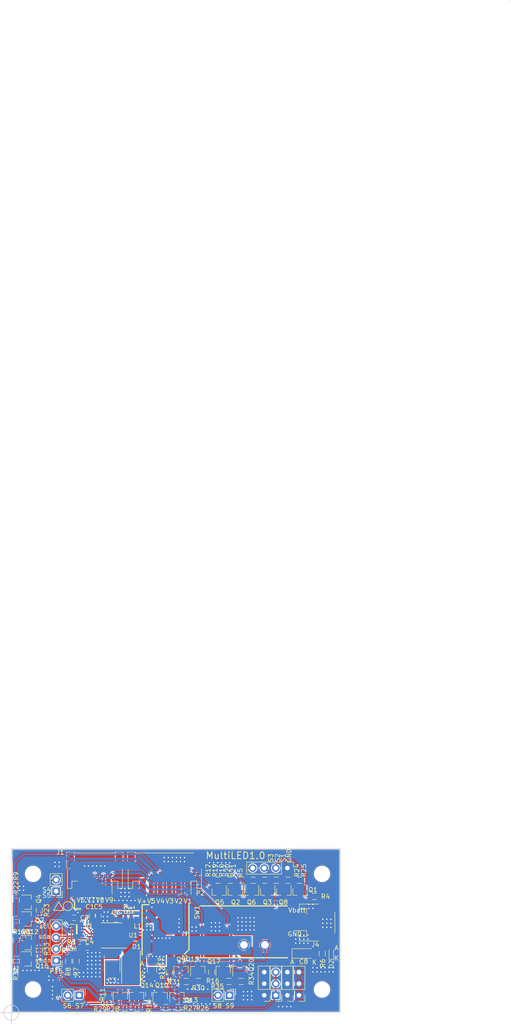
<source format=kicad_pcb>
(kicad_pcb (version 4) (host pcbnew 4.0.6)
  (layers (0 F.Cu signal) (31 B.Cu signal) (34 B.Paste user hide) (35 F.Paste user) (36 B.SilkS user) (37 F.SilkS user) (38 B.Mask user hide) (39 F.Mask user) (44 Edge.Cuts user))
  (net 0 "")
  (net 1 GND)
  (net 2 /v_out)
  (net 3 /SS)
  (net 4 /SW)
  (net 5 /induc)
  (net 6 /ovpset)
  (net 7 /R_t)
  (net 8 /V_batt)
  (net 9 /V_c)
  (net 10 "Net-(D2-Pad2)")
  (net 11 /pwm)
  (net 12 /SHDN)
  (net 13 /SDA)
  (net 14 /SCL)
  (net 15 /V_ref)
  (net 16 /ctrl1)
  (net 17 /V_io)
  (net 18 /V1-)
  (net 19 /V2-)
  (net 20 /V3-)
  (net 21 /V4-)
  (net 22 /V5-)
  (net 23 /V6-)
  (net 24 /V7-)
  (net 25 /V8-)
  (net 26 /V9-)
  (net 27 /S1)
  (net 28 /S2)
  (net 29 /S3)
  (net 30 /S4)
  (net 31 /S5)
  (net 32 /S6)
  (net 33 /S7)
  (net 34 /S8)
  (net 35 /S9)
  (net 36 /V+)
  (net 37 /V_dp)
  (net 38 "Net-(Q1-Pad3)")
  (net 39 "Net-(Q2-Pad3)")
  (net 40 "Net-(Q3-Pad3)")
  (net 41 "Net-(Q4-Pad3)")
  (net 42 "Net-(Q5-Pad1)")
  (net 43 "Net-(Q6-Pad1)")
  (net 44 "Net-(Q7-Pad1)")
  (net 45 "Net-(Q8-Pad1)")
  (net 46 "Net-(Q9-Pad3)")
  (net 47 "Net-(Q10-Pad3)")
  (net 48 "Net-(Q11-Pad3)")
  (net 49 "Net-(Q12-Pad3)")
  (net 50 "Net-(Q13-Pad1)")
  (net 51 "Net-(Q14-Pad1)")
  (net 52 "Net-(Q15-Pad1)")
  (net 53 "Net-(Q16-Pad1)")
  (net 54 "Net-(Q17-Pad3)")
  (net 55 "Net-(Q20-Pad1)")
  (module footprints:VIA-0.6mm (layer F.Cu) (at 136.0062 83.442)
    (fp_text reference REF** hide)
    (fp_text value VIA-0.6mm hide)
    (pad 1 thru_hole circle (at 0 0) (size 0.6 0.6) (drill 0.3) (layers *.Cu) (net 2 /v_out))
  )
  (module footprints:VIA-0.6mm (layer F.Cu) (at 141.7562 85.242)
    (fp_text reference REF** hide)
    (fp_text value VIA-0.6mm hide)
    (pad 1 thru_hole circle (at 0 0) (size 0.6 0.6) (drill 0.3) (layers *.Cu) (net 17 /V_io))
  )
  (module footprints:VIA-0.6mm (layer F.Cu) (at 116.0232 95.877)
    (fp_text reference REF** hide)
    (fp_text value VIA-0.6mm hide)
    (pad 1 thru_hole circle (at 0 0) (size 0.6 0.6) (drill 0.3) (layers *.Cu) (net 1 GND))
  )
  (module footprints:VIA-0.6mm (layer F.Cu) (at 123.7702 89.273)
    (fp_text reference REF** hide)
    (fp_text value VIA-0.6mm hide)
    (pad 1 thru_hole circle (at 0 0) (size 0.6 0.6) (drill 0.3) (layers *.Cu) (net 1 GND))
  )
  (module footprints:VIA-0.6mm (layer F.Cu) (at 123.7702 90.162)
    (fp_text reference REF** hide)
    (fp_text value VIA-0.6mm hide)
    (pad 1 thru_hole circle (at 0 0) (size 0.6 0.6) (drill 0.3) (layers *.Cu) (net 1 GND))
  )
  (module footprints:VIA-0.6mm (layer F.Cu) (at 123.7702 91.051)
    (fp_text reference REF** hide)
    (fp_text value VIA-0.6mm hide)
    (pad 1 thru_hole circle (at 0 0) (size 0.6 0.6) (drill 0.3) (layers *.Cu) (net 1 GND))
  )
  (module footprints:VIA-0.6mm (layer F.Cu) (at 123.7702 91.94)
    (fp_text reference REF** hide)
    (fp_text value VIA-0.6mm hide)
    (pad 1 thru_hole circle (at 0 0) (size 0.6 0.6) (drill 0.3) (layers *.Cu) (net 1 GND))
  )
  (module footprints:VIA-0.6mm (layer F.Cu) (at 124.6592 91.94)
    (fp_text reference REF** hide)
    (fp_text value VIA-0.6mm hide)
    (pad 1 thru_hole circle (at 0 0) (size 0.6 0.6) (drill 0.3) (layers *.Cu) (net 1 GND))
  )
  (module footprints:VIA-0.6mm (layer F.Cu) (at 124.6592 91.051)
    (fp_text reference REF** hide)
    (fp_text value VIA-0.6mm hide)
    (pad 1 thru_hole circle (at 0 0) (size 0.6 0.6) (drill 0.3) (layers *.Cu) (net 1 GND))
  )
  (module footprints:VIA-0.6mm (layer F.Cu) (at 124.6592 90.162)
    (fp_text reference REF** hide)
    (fp_text value VIA-0.6mm hide)
    (pad 1 thru_hole circle (at 0 0) (size 0.6 0.6) (drill 0.3) (layers *.Cu) (net 1 GND))
  )
  (module footprints:VIA-0.6mm (layer F.Cu) (at 124.6592 89.273)
    (fp_text reference REF** hide)
    (fp_text value VIA-0.6mm hide)
    (pad 1 thru_hole circle (at 0 0) (size 0.6 0.6) (drill 0.3) (layers *.Cu) (net 1 GND))
  )
  (module footprints:VIA-0.6mm (layer F.Cu) (at 126.4372 89.273)
    (fp_text reference REF** hide)
    (fp_text value VIA-0.6mm hide)
    (pad 1 thru_hole circle (at 0 0) (size 0.6 0.6) (drill 0.3) (layers *.Cu) (net 1 GND))
  )
  (module footprints:VIA-0.6mm (layer F.Cu) (at 125.5482 89.273)
    (fp_text reference REF** hide)
    (fp_text value VIA-0.6mm hide)
    (pad 1 thru_hole circle (at 0 0) (size 0.6 0.6) (drill 0.3) (layers *.Cu) (net 1 GND))
  )
  (module footprints:VIA-0.6mm (layer F.Cu) (at 125.5482 90.162)
    (fp_text reference REF** hide)
    (fp_text value VIA-0.6mm hide)
    (pad 1 thru_hole circle (at 0 0) (size 0.6 0.6) (drill 0.3) (layers *.Cu) (net 1 GND))
  )
  (module footprints:VIA-0.6mm (layer F.Cu) (at 125.5482 91.051)
    (fp_text reference REF** hide)
    (fp_text value VIA-0.6mm hide)
    (pad 1 thru_hole circle (at 0 0) (size 0.6 0.6) (drill 0.3) (layers *.Cu) (net 1 GND))
  )
  (module footprints:VIA-0.6mm (layer F.Cu) (at 125.5482 91.94)
    (fp_text reference REF** hide)
    (fp_text value VIA-0.6mm hide)
    (pad 1 thru_hole circle (at 0 0) (size 0.6 0.6) (drill 0.3) (layers *.Cu) (net 1 GND))
  )
  (module footprints:VIA-0.6mm (layer F.Cu) (at 126.4372 91.94)
    (fp_text reference REF** hide)
    (fp_text value VIA-0.6mm hide)
    (pad 1 thru_hole circle (at 0 0) (size 0.6 0.6) (drill 0.3) (layers *.Cu) (net 1 GND))
  )
  (module footprints:VIA-0.6mm (layer F.Cu) (at 126.4372 91.051)
    (fp_text reference REF** hide)
    (fp_text value VIA-0.6mm hide)
    (pad 1 thru_hole circle (at 0 0) (size 0.6 0.6) (drill 0.3) (layers *.Cu) (net 1 GND))
  )
  (module footprints:VIA-0.6mm (layer F.Cu) (at 126.4372 90.162)
    (fp_text reference REF** hide)
    (fp_text value VIA-0.6mm hide)
    (pad 1 thru_hole circle (at 0 0) (size 0.6 0.6) (drill 0.3) (layers *.Cu) (net 1 GND))
  )
  (module footprints:VIA-0.6mm (layer F.Cu) (at 150.9452 81.844)
    (fp_text reference REF** hide)
    (fp_text value VIA-0.6mm hide)
    (pad 1 thru_hole circle (at 0 0) (size 0.6 0.6) (drill 0.3) (layers *.Cu) (net 1 GND))
  )
  (module footprints:VIA-0.6mm (layer F.Cu) (at 150.9452 82.733)
    (fp_text reference REF** hide)
    (fp_text value VIA-0.6mm hide)
    (pad 1 thru_hole circle (at 0 0) (size 0.6 0.6) (drill 0.3) (layers *.Cu) (net 1 GND))
  )
  (module footprints:VIA-0.6mm (layer F.Cu) (at 150.9452 83.622)
    (fp_text reference REF** hide)
    (fp_text value VIA-0.6mm hide)
    (pad 1 thru_hole circle (at 0 0) (size 0.6 0.6) (drill 0.3) (layers *.Cu) (net 1 GND))
  )
  (module footprints:VIA-0.6mm (layer F.Cu) (at 151.8342 83.622)
    (fp_text reference REF** hide)
    (fp_text value VIA-0.6mm hide)
    (pad 1 thru_hole circle (at 0 0) (size 0.6 0.6) (drill 0.3) (layers *.Cu) (net 1 GND))
  )
  (module footprints:VIA-0.6mm (layer F.Cu) (at 151.8342 82.733)
    (fp_text reference REF** hide)
    (fp_text value VIA-0.6mm hide)
    (pad 1 thru_hole circle (at 0 0) (size 0.6 0.6) (drill 0.3) (layers *.Cu) (net 1 GND))
  )
  (module footprints:VIA-0.6mm (layer F.Cu) (at 151.8342 81.844)
    (fp_text reference REF** hide)
    (fp_text value VIA-0.6mm hide)
    (pad 1 thru_hole circle (at 0 0) (size 0.6 0.6) (drill 0.3) (layers *.Cu) (net 1 GND))
  )
  (module footprints:VIA-0.6mm (layer F.Cu) (at 152.7232 81.844)
    (fp_text reference REF** hide)
    (fp_text value VIA-0.6mm hide)
    (pad 1 thru_hole circle (at 0 0) (size 0.6 0.6) (drill 0.3) (layers *.Cu) (net 1 GND))
  )
  (module footprints:VIA-0.6mm (layer F.Cu) (at 152.7232 82.733)
    (fp_text reference REF** hide)
    (fp_text value VIA-0.6mm hide)
    (pad 1 thru_hole circle (at 0 0) (size 0.6 0.6) (drill 0.3) (layers *.Cu) (net 1 GND))
  )
  (module footprints:VIA-0.6mm (layer F.Cu) (at 152.7232 83.622)
    (fp_text reference REF** hide)
    (fp_text value VIA-0.6mm hide)
    (pad 1 thru_hole circle (at 0 0) (size 0.6 0.6) (drill 0.3) (layers *.Cu) (net 1 GND))
  )
  (module footprints:VIA-0.6mm (layer F.Cu) (at 132.8442 76.096)
    (fp_text reference REF** hide)
    (fp_text value VIA-0.6mm hide)
    (pad 1 thru_hole circle (at 0 0) (size 0.6 0.6) (drill 0.3) (layers *.Cu) (net 1 GND))
  )
  (module footprints:VIA-0.6mm (layer F.Cu) (at 132.8442 75.207)
    (fp_text reference REF** hide)
    (fp_text value VIA-0.6mm hide)
    (pad 1 thru_hole circle (at 0 0) (size 0.6 0.6) (drill 0.3) (layers *.Cu) (net 1 GND))
  )
  (module footprints:VIA-0.6mm (layer F.Cu) (at 132.8442 74.318)
    (fp_text reference REF** hide)
    (fp_text value VIA-0.6mm hide)
    (pad 1 thru_hole circle (at 0 0) (size 0.6 0.6) (drill 0.3) (layers *.Cu) (net 1 GND))
  )
  (module footprints:VIA-0.6mm (layer F.Cu) (at 131.9552 74.318)
    (fp_text reference REF** hide)
    (fp_text value VIA-0.6mm hide)
    (pad 1 thru_hole circle (at 0 0) (size 0.6 0.6) (drill 0.3) (layers *.Cu) (net 1 GND))
  )
  (module footprints:VIA-0.6mm (layer F.Cu) (at 131.9552 75.207)
    (fp_text reference REF** hide)
    (fp_text value VIA-0.6mm hide)
    (pad 1 thru_hole circle (at 0 0) (size 0.6 0.6) (drill 0.3) (layers *.Cu) (net 1 GND))
  )
  (module footprints:VIA-0.6mm (layer F.Cu) (at 131.9552 76.096)
    (fp_text reference REF** hide)
    (fp_text value VIA-0.6mm hide)
    (pad 1 thru_hole circle (at 0 0) (size 0.6 0.6) (drill 0.3) (layers *.Cu) (net 1 GND))
  )
  (module footprints:VIA-0.6mm (layer F.Cu) (at 131.0662 76.096)
    (fp_text reference REF** hide)
    (fp_text value VIA-0.6mm hide)
    (pad 1 thru_hole circle (at 0 0) (size 0.6 0.6) (drill 0.3) (layers *.Cu) (net 1 GND))
  )
  (module footprints:VIA-0.6mm (layer F.Cu) (at 131.0662 75.207)
    (fp_text reference REF** hide)
    (fp_text value VIA-0.6mm hide)
    (pad 1 thru_hole circle (at 0 0) (size 0.6 0.6) (drill 0.3) (layers *.Cu) (net 1 GND))
  )
  (module footprints:VIA-0.6mm (layer F.Cu) (at 131.0662 74.318)
    (fp_text reference REF** hide)
    (fp_text value VIA-0.6mm hide)
    (pad 1 thru_hole circle (at 0 0) (size 0.6 0.6) (drill 0.3) (layers *.Cu) (net 1 GND))
  )
  (module footprints:VIA-0.6mm (layer F.Cu) (at 176.3062 81.968)
    (fp_text reference REF** hide)
    (fp_text value VIA-0.6mm hide)
    (pad 1 thru_hole circle (at 0 0) (size 0.6 0.6) (drill 0.3) (layers *.Cu) (net 1 GND))
  )
  (module footprints:VIA-0.6mm (layer F.Cu) (at 175.4172 81.968)
    (fp_text reference REF** hide)
    (fp_text value VIA-0.6mm hide)
    (pad 1 thru_hole circle (at 0 0) (size 0.6 0.6) (drill 0.3) (layers *.Cu) (net 1 GND))
  )
  (module footprints:VIA-0.6mm (layer F.Cu) (at 175.4172 82.857)
    (fp_text reference REF** hide)
    (fp_text value VIA-0.6mm hide)
    (pad 1 thru_hole circle (at 0 0) (size 0.6 0.6) (drill 0.3) (layers *.Cu) (net 1 GND))
  )
  (module footprints:VIA-0.6mm (layer F.Cu) (at 176.3062 82.857)
    (fp_text reference REF** hide)
    (fp_text value VIA-0.6mm hide)
    (pad 1 thru_hole circle (at 0 0) (size 0.6 0.6) (drill 0.3) (layers *.Cu) (net 1 GND))
  )
  (module footprints:VIA-0.6mm (layer F.Cu) (at 177.1952 81.968)
    (fp_text reference REF** hide)
    (fp_text value VIA-0.6mm hide)
    (pad 1 thru_hole circle (at 0 0) (size 0.6 0.6) (drill 0.3) (layers *.Cu) (net 1 GND))
  )
  (module footprints:VIA-0.6mm (layer F.Cu) (at 177.1952 82.857)
    (fp_text reference REF** hide)
    (fp_text value VIA-0.6mm hide)
    (pad 1 thru_hole circle (at 0 0) (size 0.6 0.6) (drill 0.3) (layers *.Cu) (net 1 GND))
  )
  (module footprints:VIA-0.6mm (layer F.Cu) (at 159.7782 98.757)
    (fp_text reference REF** hide)
    (fp_text value VIA-0.6mm hide)
    (pad 1 thru_hole circle (at 0 0) (size 0.6 0.6) (drill 0.3) (layers *.Cu) (net 1 GND))
  )
  (module footprints:VIA-0.6mm (layer F.Cu) (at 159.7782 97.868)
    (fp_text reference REF** hide)
    (fp_text value VIA-0.6mm hide)
    (pad 1 thru_hole circle (at 0 0) (size 0.6 0.6) (drill 0.3) (layers *.Cu) (net 1 GND))
  )
  (module footprints:VIA-0.6mm (layer F.Cu) (at 159.7782 96.979)
    (fp_text reference REF** hide)
    (fp_text value VIA-0.6mm hide)
    (pad 1 thru_hole circle (at 0 0) (size 0.6 0.6) (drill 0.3) (layers *.Cu) (net 1 GND))
  )
  (module footprints:VIA-0.6mm (layer F.Cu) (at 175.4172 81.079)
    (fp_text reference REF** hide)
    (fp_text value VIA-0.6mm hide)
    (pad 1 thru_hole circle (at 0 0) (size 0.6 0.6) (drill 0.3) (layers *.Cu) (net 1 GND))
  )
  (module footprints:VIA-0.6mm (layer F.Cu) (at 176.3062 81.079)
    (fp_text reference REF** hide)
    (fp_text value VIA-0.6mm hide)
    (pad 1 thru_hole circle (at 0 0) (size 0.6 0.6) (drill 0.3) (layers *.Cu) (net 1 GND))
  )
  (module footprints:VIA-0.6mm (layer F.Cu) (at 177.1952 81.079)
    (fp_text reference REF** hide)
    (fp_text value VIA-0.6mm hide)
    (pad 1 thru_hole circle (at 0 0) (size 0.6 0.6) (drill 0.3) (layers *.Cu) (net 1 GND))
  )
  (module footprints:VIA-0.6mm (layer F.Cu) (at 158.8892 96.979)
    (fp_text reference REF** hide)
    (fp_text value VIA-0.6mm hide)
    (pad 1 thru_hole circle (at 0 0) (size 0.6 0.6) (drill 0.3) (layers *.Cu) (net 1 GND))
  )
  (module footprints:VIA-0.6mm (layer F.Cu) (at 158.8892 97.868)
    (fp_text reference REF** hide)
    (fp_text value VIA-0.6mm hide)
    (pad 1 thru_hole circle (at 0 0) (size 0.6 0.6) (drill 0.3) (layers *.Cu) (net 1 GND))
  )
  (module footprints:VIA-0.6mm (layer F.Cu) (at 158.8892 98.757)
    (fp_text reference REF** hide)
    (fp_text value VIA-0.6mm hide)
    (pad 1 thru_hole circle (at 0 0) (size 0.6 0.6) (drill 0.3) (layers *.Cu) (net 1 GND))
  )
  (module footprints:VIA-0.6mm (layer F.Cu) (at 158.0002 98.757)
    (fp_text reference REF** hide)
    (fp_text value VIA-0.6mm hide)
    (pad 1 thru_hole circle (at 0 0) (size 0.6 0.6) (drill 0.3) (layers *.Cu) (net 1 GND))
  )
  (module footprints:VIA-0.6mm (layer F.Cu) (at 158.0002 97.868)
    (fp_text reference REF** hide)
    (fp_text value VIA-0.6mm hide)
    (pad 1 thru_hole circle (at 0 0) (size 0.6 0.6) (drill 0.3) (layers *.Cu) (net 1 GND))
  )
  (module footprints:VIA-0.6mm (layer F.Cu) (at 158.0002 96.979)
    (fp_text reference REF** hide)
    (fp_text value VIA-0.6mm hide)
    (pad 1 thru_hole circle (at 0 0) (size 0.6 0.6) (drill 0.3) (layers *.Cu) (net 1 GND))
  )
  (module footprints:VIA-0.6mm (layer F.Cu) (at 173.2542 91.752)
    (fp_text reference REF** hide)
    (fp_text value VIA-0.6mm hide)
    (pad 1 thru_hole circle (at 0 0) (size 0.6 0.6) (drill 0.3) (layers *.Cu) (net 1 GND))
  )
  (module footprints:VIA-0.6mm (layer F.Cu) (at 173.2542 92.641)
    (fp_text reference REF** hide)
    (fp_text value VIA-0.6mm hide)
    (pad 1 thru_hole circle (at 0 0) (size 0.6 0.6) (drill 0.3) (layers *.Cu) (net 1 GND))
  )
  (module footprints:VIA-0.6mm (layer F.Cu) (at 174.1432 92.641)
    (fp_text reference REF** hide)
    (fp_text value VIA-0.6mm hide)
    (pad 1 thru_hole circle (at 0 0) (size 0.6 0.6) (drill 0.3) (layers *.Cu) (net 1 GND))
  )
  (module footprints:VIA-0.6mm (layer F.Cu) (at 174.1432 91.752)
    (fp_text reference REF** hide)
    (fp_text value VIA-0.6mm hide)
    (pad 1 thru_hole circle (at 0 0) (size 0.6 0.6) (drill 0.3) (layers *.Cu) (net 1 GND))
  )
  (module footprints:VIA-0.6mm (layer F.Cu) (at 177.6992 91.752)
    (fp_text reference REF** hide)
    (fp_text value VIA-0.6mm hide)
    (pad 1 thru_hole circle (at 0 0) (size 0.6 0.6) (drill 0.3) (layers *.Cu) (net 1 GND))
  )
  (module footprints:VIA-0.6mm (layer F.Cu) (at 176.8102 91.752)
    (fp_text reference REF** hide)
    (fp_text value VIA-0.6mm hide)
    (pad 1 thru_hole circle (at 0 0) (size 0.6 0.6) (drill 0.3) (layers *.Cu) (net 1 GND))
  )
  (module footprints:VIA-0.6mm (layer F.Cu) (at 175.9212 91.752)
    (fp_text reference REF** hide)
    (fp_text value VIA-0.6mm hide)
    (pad 1 thru_hole circle (at 0 0) (size 0.6 0.6) (drill 0.3) (layers *.Cu) (net 1 GND))
  )
  (module footprints:VIA-0.6mm (layer F.Cu) (at 175.0322 91.752)
    (fp_text reference REF** hide)
    (fp_text value VIA-0.6mm hide)
    (pad 1 thru_hole circle (at 0 0) (size 0.6 0.6) (drill 0.3) (layers *.Cu) (net 1 GND))
  )
  (module footprints:VIA-0.6mm (layer F.Cu) (at 175.0322 92.641)
    (fp_text reference REF** hide)
    (fp_text value VIA-0.6mm hide)
    (pad 1 thru_hole circle (at 0 0) (size 0.6 0.6) (drill 0.3) (layers *.Cu) (net 1 GND))
  )
  (module footprints:VIA-0.6mm (layer F.Cu) (at 177.6992 92.641)
    (fp_text reference REF** hide)
    (fp_text value VIA-0.6mm hide)
    (pad 1 thru_hole circle (at 0 0) (size 0.6 0.6) (drill 0.3) (layers *.Cu) (net 1 GND))
  )
  (module footprints:VIA-0.6mm (layer F.Cu) (at 175.9212 92.641)
    (fp_text reference REF** hide)
    (fp_text value VIA-0.6mm hide)
    (pad 1 thru_hole circle (at 0 0) (size 0.6 0.6) (drill 0.3) (layers *.Cu) (net 1 GND))
  )
  (module footprints:VIA-0.6mm (layer F.Cu) (at 176.8102 92.641)
    (fp_text reference REF** hide)
    (fp_text value VIA-0.6mm hide)
    (pad 1 thru_hole circle (at 0 0) (size 0.6 0.6) (drill 0.3) (layers *.Cu) (net 1 GND))
  )
  (module footprints:VIA-0.6mm (layer F.Cu) (at 150.6032 99.664)
    (fp_text reference REF** hide)
    (fp_text value VIA-0.6mm hide)
    (pad 1 thru_hole circle (at 0 0) (size 0.6 0.6) (drill 0.3) (layers *.Cu) (net 1 GND))
  )
  (module footprints:VIA-0.6mm (layer F.Cu) (at 149.7142 99.664)
    (fp_text reference REF** hide)
    (fp_text value VIA-0.6mm hide)
    (pad 1 thru_hole circle (at 0 0) (size 0.6 0.6) (drill 0.3) (layers *.Cu) (net 1 GND))
  )
  (module footprints:VIA-0.6mm (layer F.Cu) (at 172.3532 77.803)
    (fp_text reference REF** hide)
    (fp_text value VIA-0.6mm hide)
    (pad 1 thru_hole circle (at 0 0) (size 0.6 0.6) (drill 0.3) (layers *.Cu) (net 1 GND))
  )
  (module footprints:VIA-0.6mm (layer F.Cu) (at 151.4922 99.664)
    (fp_text reference REF** hide)
    (fp_text value VIA-0.6mm hide)
    (pad 1 thru_hole circle (at 0 0) (size 0.6 0.6) (drill 0.3) (layers *.Cu) (net 1 GND))
  )
  (module footprints:VIA-0.6mm (layer F.Cu) (at 173.2422 77.803)
    (fp_text reference REF** hide)
    (fp_text value VIA-0.6mm hide)
    (pad 1 thru_hole circle (at 0 0) (size 0.6 0.6) (drill 0.3) (layers *.Cu) (net 1 GND))
  )
  (module footprints:VIA-0.6mm (layer F.Cu) (at 173.2422 78.692)
    (fp_text reference REF** hide)
    (fp_text value VIA-0.6mm hide)
    (pad 1 thru_hole circle (at 0 0) (size 0.6 0.6) (drill 0.3) (layers *.Cu) (net 1 GND))
  )
  (module footprints:VIA-0.6mm (layer F.Cu) (at 172.3532 78.692)
    (fp_text reference REF** hide)
    (fp_text value VIA-0.6mm hide)
    (pad 1 thru_hole circle (at 0 0) (size 0.6 0.6) (drill 0.3) (layers *.Cu) (net 1 GND))
  )
  (module footprints:VIA-0.6mm (layer F.Cu) (at 148.8252 99.664)
    (fp_text reference REF** hide)
    (fp_text value VIA-0.6mm hide)
    (pad 1 thru_hole circle (at 0 0) (size 0.6 0.6) (drill 0.3) (layers *.Cu) (net 1 GND))
  )
  (module footprints:VIA-0.6mm (layer F.Cu) (at 147.4752 96.425)
    (fp_text reference REF** hide)
    (fp_text value VIA-0.6mm hide)
    (pad 1 thru_hole circle (at 0 0) (size 0.6 0.6) (drill 0.3) (layers *.Cu) (net 1 GND))
  )
  (module footprints:VIA-0.6mm (layer F.Cu) (at 148.3642 96.425)
    (fp_text reference REF** hide)
    (fp_text value VIA-0.6mm hide)
    (pad 1 thru_hole circle (at 0 0) (size 0.6 0.6) (drill 0.3) (layers *.Cu) (net 1 GND))
  )
  (module footprints:VIA-0.6mm (layer F.Cu) (at 149.2532 96.425)
    (fp_text reference REF** hide)
    (fp_text value VIA-0.6mm hide)
    (pad 1 thru_hole circle (at 0 0) (size 0.6 0.6) (drill 0.3) (layers *.Cu) (net 1 GND))
  )
  (module footprints:VIA-0.6mm (layer F.Cu) (at 150.1422 96.425)
    (fp_text reference REF** hide)
    (fp_text value VIA-0.6mm hide)
    (pad 1 thru_hole circle (at 0 0) (size 0.6 0.6) (drill 0.3) (layers *.Cu) (net 1 GND))
  )
  (module footprints:VIA-0.6mm (layer F.Cu) (at 146.5862 96.425)
    (fp_text reference REF** hide)
    (fp_text value VIA-0.6mm hide)
    (pad 1 thru_hole circle (at 0 0) (size 0.6 0.6) (drill 0.3) (layers *.Cu) (net 1 GND))
  )
  (module footprints:VIA-0.6mm (layer F.Cu) (at 147.9362 99.664)
    (fp_text reference REF** hide)
    (fp_text value VIA-0.6mm hide)
    (pad 1 thru_hole circle (at 0 0) (size 0.6 0.6) (drill 0.3) (layers *.Cu) (net 1 GND))
  )
  (module footprints:VIA-0.6mm (layer F.Cu) (at 140.3862 92.103)
    (fp_text reference REF** hide)
    (fp_text value VIA-0.6mm hide)
    (pad 1 thru_hole circle (at 0 0) (size 0.6 0.6) (drill 0.3) (layers *.Cu) (net 1 GND))
  )
  (module footprints:VIA-0.6mm (layer F.Cu) (at 140.3862 92.992)
    (fp_text reference REF** hide)
    (fp_text value VIA-0.6mm hide)
    (pad 1 thru_hole circle (at 0 0) (size 0.6 0.6) (drill 0.3) (layers *.Cu) (net 1 GND))
  )
  (module footprints:VIA-0.6mm (layer F.Cu) (at 139.4972 92.992)
    (fp_text reference REF** hide)
    (fp_text value VIA-0.6mm hide)
    (pad 1 thru_hole circle (at 0 0) (size 0.6 0.6) (drill 0.3) (layers *.Cu) (net 1 GND))
  )
  (module footprints:VIA-0.6mm (layer F.Cu) (at 139.4972 92.103)
    (fp_text reference REF** hide)
    (fp_text value VIA-0.6mm hide)
    (pad 1 thru_hole circle (at 0 0) (size 0.6 0.6) (drill 0.3) (layers *.Cu) (net 1 GND))
  )
  (module footprints:VIA-0.6mm (layer F.Cu) (at 147.0472 99.664)
    (fp_text reference REF** hide)
    (fp_text value VIA-0.6mm hide)
    (pad 1 thru_hole circle (at 0 0) (size 0.6 0.6) (drill 0.3) (layers *.Cu) (net 1 GND))
  )
  (module footprints:VIA-0.6mm (layer F.Cu) (at 145.6972 96.425)
    (fp_text reference REF** hide)
    (fp_text value VIA-0.6mm hide)
    (pad 1 thru_hole circle (at 0 0) (size 0.6 0.6) (drill 0.3) (layers *.Cu) (net 1 GND))
  )
  (module footprints:VIA-0.6mm (layer F.Cu) (at 156.7932 80.752)
    (fp_text reference REF** hide)
    (fp_text value VIA-0.6mm hide)
    (pad 1 thru_hole circle (at 0 0) (size 0.6 0.6) (drill 0.3) (layers *.Cu) (net 1 GND))
  )
  (module footprints:VIA-0.6mm (layer F.Cu) (at 156.7932 81.641)
    (fp_text reference REF** hide)
    (fp_text value VIA-0.6mm hide)
    (pad 1 thru_hole circle (at 0 0) (size 0.6 0.6) (drill 0.3) (layers *.Cu) (net 1 GND))
  )
  (module footprints:VIA-0.6mm (layer F.Cu) (at 156.7932 82.53)
    (fp_text reference REF** hide)
    (fp_text value VIA-0.6mm hide)
    (pad 1 thru_hole circle (at 0 0) (size 0.6 0.6) (drill 0.3) (layers *.Cu) (net 1 GND))
  )
  (module footprints:VIA-0.6mm (layer F.Cu) (at 156.7932 83.419)
    (fp_text reference REF** hide)
    (fp_text value VIA-0.6mm hide)
    (pad 1 thru_hole circle (at 0 0) (size 0.6 0.6) (drill 0.3) (layers *.Cu) (net 1 GND))
  )
  (module footprints:VIA-0.6mm (layer F.Cu) (at 157.6822 83.419)
    (fp_text reference REF** hide)
    (fp_text value VIA-0.6mm hide)
    (pad 1 thru_hole circle (at 0 0) (size 0.6 0.6) (drill 0.3) (layers *.Cu) (net 1 GND))
  )
  (module footprints:VIA-0.6mm (layer F.Cu) (at 157.6822 82.53)
    (fp_text reference REF** hide)
    (fp_text value VIA-0.6mm hide)
    (pad 1 thru_hole circle (at 0 0) (size 0.6 0.6) (drill 0.3) (layers *.Cu) (net 1 GND))
  )
  (module footprints:VIA-0.6mm (layer F.Cu) (at 157.6822 81.641)
    (fp_text reference REF** hide)
    (fp_text value VIA-0.6mm hide)
    (pad 1 thru_hole circle (at 0 0) (size 0.6 0.6) (drill 0.3) (layers *.Cu) (net 1 GND))
  )
  (module footprints:VIA-0.6mm (layer F.Cu) (at 157.6822 80.752)
    (fp_text reference REF** hide)
    (fp_text value VIA-0.6mm hide)
    (pad 1 thru_hole circle (at 0 0) (size 0.6 0.6) (drill 0.3) (layers *.Cu) (net 1 GND))
  )
  (module footprints:VIA-0.6mm (layer F.Cu) (at 143.8382 81.052)
    (fp_text reference REF** hide)
    (fp_text value VIA-0.6mm hide)
    (pad 1 thru_hole circle (at 0 0) (size 0.6 0.6) (drill 0.3) (layers *.Cu) (net 1 GND))
  )
  (module footprints:VIA-0.6mm (layer F.Cu) (at 160.3492 80.752)
    (fp_text reference REF** hide)
    (fp_text value VIA-0.6mm hide)
    (pad 1 thru_hole circle (at 0 0) (size 0.6 0.6) (drill 0.3) (layers *.Cu) (net 1 GND))
  )
  (module footprints:VIA-0.6mm (layer F.Cu) (at 159.4602 80.752)
    (fp_text reference REF** hide)
    (fp_text value VIA-0.6mm hide)
    (pad 1 thru_hole circle (at 0 0) (size 0.6 0.6) (drill 0.3) (layers *.Cu) (net 1 GND))
  )
  (module footprints:VIA-0.6mm (layer F.Cu) (at 158.5712 80.752)
    (fp_text reference REF** hide)
    (fp_text value VIA-0.6mm hide)
    (pad 1 thru_hole circle (at 0 0) (size 0.6 0.6) (drill 0.3) (layers *.Cu) (net 1 GND))
  )
  (module footprints:VIA-0.6mm (layer F.Cu) (at 158.5712 81.641)
    (fp_text reference REF** hide)
    (fp_text value VIA-0.6mm hide)
    (pad 1 thru_hole circle (at 0 0) (size 0.6 0.6) (drill 0.3) (layers *.Cu) (net 1 GND))
  )
  (module footprints:VIA-0.6mm (layer F.Cu) (at 158.5712 82.53)
    (fp_text reference REF** hide)
    (fp_text value VIA-0.6mm hide)
    (pad 1 thru_hole circle (at 0 0) (size 0.6 0.6) (drill 0.3) (layers *.Cu) (net 1 GND))
  )
  (module footprints:VIA-0.6mm (layer F.Cu) (at 158.5712 83.419)
    (fp_text reference REF** hide)
    (fp_text value VIA-0.6mm hide)
    (pad 1 thru_hole circle (at 0 0) (size 0.6 0.6) (drill 0.3) (layers *.Cu) (net 1 GND))
  )
  (module footprints:VIA-0.6mm (layer F.Cu) (at 159.4602 83.419)
    (fp_text reference REF** hide)
    (fp_text value VIA-0.6mm hide)
    (pad 1 thru_hole circle (at 0 0) (size 0.6 0.6) (drill 0.3) (layers *.Cu) (net 1 GND))
  )
  (module footprints:VIA-0.6mm (layer F.Cu) (at 160.3492 83.419)
    (fp_text reference REF** hide)
    (fp_text value VIA-0.6mm hide)
    (pad 1 thru_hole circle (at 0 0) (size 0.6 0.6) (drill 0.3) (layers *.Cu) (net 1 GND))
  )
  (module footprints:VIA-0.6mm (layer F.Cu) (at 143.8382 83.719)
    (fp_text reference REF** hide)
    (fp_text value VIA-0.6mm hide)
    (pad 1 thru_hole circle (at 0 0) (size 0.6 0.6) (drill 0.3) (layers *.Cu) (net 1 GND))
  )
  (module footprints:VIA-0.6mm (layer F.Cu) (at 143.8382 82.83)
    (fp_text reference REF** hide)
    (fp_text value VIA-0.6mm hide)
    (pad 1 thru_hole circle (at 0 0) (size 0.6 0.6) (drill 0.3) (layers *.Cu) (net 1 GND))
  )
  (module footprints:VIA-0.6mm (layer F.Cu) (at 143.8382 81.941)
    (fp_text reference REF** hide)
    (fp_text value VIA-0.6mm hide)
    (pad 1 thru_hole circle (at 0 0) (size 0.6 0.6) (drill 0.3) (layers *.Cu) (net 1 GND))
  )
  (module footprints:VIA-0.6mm (layer F.Cu) (at 160.3492 82.53)
    (fp_text reference REF** hide)
    (fp_text value VIA-0.6mm hide)
    (pad 1 thru_hole circle (at 0 0) (size 0.6 0.6) (drill 0.3) (layers *.Cu) (net 1 GND))
  )
  (module footprints:VIA-0.6mm (layer F.Cu) (at 159.4602 82.53)
    (fp_text reference REF** hide)
    (fp_text value VIA-0.6mm hide)
    (pad 1 thru_hole circle (at 0 0) (size 0.6 0.6) (drill 0.3) (layers *.Cu) (net 1 GND))
  )
  (module footprints:VIA-0.6mm (layer F.Cu) (at 159.4602 81.641)
    (fp_text reference REF** hide)
    (fp_text value VIA-0.6mm hide)
    (pad 1 thru_hole circle (at 0 0) (size 0.6 0.6) (drill 0.3) (layers *.Cu) (net 1 GND))
  )
  (module footprints:VIA-0.6mm (layer F.Cu) (at 160.3492 81.641)
    (fp_text reference REF** hide)
    (fp_text value VIA-0.6mm hide)
    (pad 1 thru_hole circle (at 0 0) (size 0.6 0.6) (drill 0.3) (layers *.Cu) (net 1 GND))
  )
  (module footprints:VIA-0.6mm (layer F.Cu) (at 154.0992 69.536)
    (fp_text reference REF** hide)
    (fp_text value VIA-0.6mm hide)
    (pad 1 thru_hole circle (at 0 0) (size 0.6 0.6) (drill 0.3) (layers *.Cu) (net 1 GND))
  )
  (module footprints:VIA-0.6mm (layer F.Cu) (at 153.2102 69.536)
    (fp_text reference REF** hide)
    (fp_text value VIA-0.6mm hide)
    (pad 1 thru_hole circle (at 0 0) (size 0.6 0.6) (drill 0.3) (layers *.Cu) (net 1 GND))
  )
  (module footprints:VIA-0.6mm (layer F.Cu) (at 143.2602 67.525)
    (fp_text reference REF** hide)
    (fp_text value VIA-0.6mm hide)
    (pad 1 thru_hole circle (at 0 0) (size 0.6 0.6) (drill 0.3) (layers *.Cu) (net 1 GND))
  )
  (module footprints:VIA-0.6mm (layer F.Cu) (at 144.1492 67.525)
    (fp_text reference REF** hide)
    (fp_text value VIA-0.6mm hide)
    (pad 1 thru_hole circle (at 0 0) (size 0.6 0.6) (drill 0.3) (layers *.Cu) (net 1 GND))
  )
  (module footprints:VIA-0.6mm (layer F.Cu) (at 154.9882 69.536)
    (fp_text reference REF** hide)
    (fp_text value VIA-0.6mm hide)
    (pad 1 thru_hole circle (at 0 0) (size 0.6 0.6) (drill 0.3) (layers *.Cu) (net 1 GND))
  )
  (module footprints:VIA-0.6mm (layer F.Cu) (at 145.0382 67.525)
    (fp_text reference REF** hide)
    (fp_text value VIA-0.6mm hide)
    (pad 1 thru_hole circle (at 0 0) (size 0.6 0.6) (drill 0.3) (layers *.Cu) (net 1 GND))
  )
  (module footprints:VIA-0.6mm (layer F.Cu) (at 145.0382 68.414)
    (fp_text reference REF** hide)
    (fp_text value VIA-0.6mm hide)
    (pad 1 thru_hole circle (at 0 0) (size 0.6 0.6) (drill 0.3) (layers *.Cu) (net 1 GND))
  )
  (module footprints:VIA-0.6mm (layer F.Cu) (at 144.1492 68.414)
    (fp_text reference REF** hide)
    (fp_text value VIA-0.6mm hide)
    (pad 1 thru_hole circle (at 0 0) (size 0.6 0.6) (drill 0.3) (layers *.Cu) (net 1 GND))
  )
  (module footprints:VIA-0.6mm (layer F.Cu) (at 143.2602 68.414)
    (fp_text reference REF** hide)
    (fp_text value VIA-0.6mm hide)
    (pad 1 thru_hole circle (at 0 0) (size 0.6 0.6) (drill 0.3) (layers *.Cu) (net 1 GND))
  )
  (module footprints:VIA-0.6mm (layer F.Cu) (at 142.3712 68.414)
    (fp_text reference REF** hide)
    (fp_text value VIA-0.6mm hide)
    (pad 1 thru_hole circle (at 0 0) (size 0.6 0.6) (drill 0.3) (layers *.Cu) (net 1 GND))
  )
  (module footprints:VIA-0.6mm (layer F.Cu) (at 142.3712 67.525)
    (fp_text reference REF** hide)
    (fp_text value VIA-0.6mm hide)
    (pad 1 thru_hole circle (at 0 0) (size 0.6 0.6) (drill 0.3) (layers *.Cu) (net 1 GND))
  )
  (module footprints:VIA-0.6mm (layer F.Cu) (at 152.3212 69.536)
    (fp_text reference REF** hide)
    (fp_text value VIA-0.6mm hide)
    (pad 1 thru_hole circle (at 0 0) (size 0.6 0.6) (drill 0.3) (layers *.Cu) (net 1 GND))
  )
  (module footprints:VIA-0.6mm (layer F.Cu) (at 152.3212 68.647)
    (fp_text reference REF** hide)
    (fp_text value VIA-0.6mm hide)
    (pad 1 thru_hole circle (at 0 0) (size 0.6 0.6) (drill 0.3) (layers *.Cu) (net 1 GND))
  )
  (module footprints:VIA-0.6mm (layer F.Cu) (at 153.2102 68.647)
    (fp_text reference REF** hide)
    (fp_text value VIA-0.6mm hide)
    (pad 1 thru_hole circle (at 0 0) (size 0.6 0.6) (drill 0.3) (layers *.Cu) (net 1 GND))
  )
  (module footprints:VIA-0.6mm (layer F.Cu) (at 154.0992 68.647)
    (fp_text reference REF** hide)
    (fp_text value VIA-0.6mm hide)
    (pad 1 thru_hole circle (at 0 0) (size 0.6 0.6) (drill 0.3) (layers *.Cu) (net 1 GND))
  )
  (module footprints:VIA-0.6mm (layer F.Cu) (at 154.9882 68.647)
    (fp_text reference REF** hide)
    (fp_text value VIA-0.6mm hide)
    (pad 1 thru_hole circle (at 0 0) (size 0.6 0.6) (drill 0.3) (layers *.Cu) (net 1 GND))
  )
  (module footprints:VIA-0.6mm (layer F.Cu) (at 151.4322 68.647)
    (fp_text reference REF** hide)
    (fp_text value VIA-0.6mm hide)
    (pad 1 thru_hole circle (at 0 0) (size 0.6 0.6) (drill 0.3) (layers *.Cu) (net 1 GND))
  )
  (module footprints:VIA-0.6mm (layer F.Cu) (at 151.4322 69.536)
    (fp_text reference REF** hide)
    (fp_text value VIA-0.6mm hide)
    (pad 1 thru_hole circle (at 0 0) (size 0.6 0.6) (drill 0.3) (layers *.Cu) (net 1 GND))
  )
  (module footprints:VIA-0.6mm (layer F.Cu) (at 141.4822 67.525)
    (fp_text reference REF** hide)
    (fp_text value VIA-0.6mm hide)
    (pad 1 thru_hole circle (at 0 0) (size 0.6 0.6) (drill 0.3) (layers *.Cu) (net 1 GND))
  )
  (module footprints:VIA-0.6mm (layer F.Cu) (at 141.4822 68.414)
    (fp_text reference REF** hide)
    (fp_text value VIA-0.6mm hide)
    (pad 1 thru_hole circle (at 0 0) (size 0.6 0.6) (drill 0.3) (layers *.Cu) (net 1 GND))
  )
  (module footprints:VIA-0.6mm (layer F.Cu) (at 140.5932 68.414)
    (fp_text reference REF** hide)
    (fp_text value VIA-0.6mm hide)
    (pad 1 thru_hole circle (at 0 0) (size 0.6 0.6) (drill 0.3) (layers *.Cu) (net 1 GND))
  )
  (module footprints:VIA-0.6mm (layer F.Cu) (at 140.5932 67.525)
    (fp_text reference REF** hide)
    (fp_text value VIA-0.6mm hide)
    (pad 1 thru_hole circle (at 0 0) (size 0.6 0.6) (drill 0.3) (layers *.Cu) (net 1 GND))
  )
  (module footprints:VIA-0.6mm (layer F.Cu) (at 150.5432 69.536)
    (fp_text reference REF** hide)
    (fp_text value VIA-0.6mm hide)
    (pad 1 thru_hole circle (at 0 0) (size 0.6 0.6) (drill 0.3) (layers *.Cu) (net 1 GND))
  )
  (module footprints:VIA-0.6mm (layer F.Cu) (at 150.5432 68.647)
    (fp_text reference REF** hide)
    (fp_text value VIA-0.6mm hide)
    (pad 1 thru_hole circle (at 0 0) (size 0.6 0.6) (drill 0.3) (layers *.Cu) (net 1 GND))
  )
  (module footprints:VIA-0.6mm (layer F.Cu) (at 136.2472 91.97)
    (fp_text reference REF** hide)
    (fp_text value VIA-0.6mm hide)
    (pad 1 thru_hole circle (at 0 0) (size 0.6 0.6) (drill 0.3) (layers *.Cu) (net 1 GND))
  )
  (module footprints:VIA-0.6mm (layer F.Cu) (at 136.2472 92.859)
    (fp_text reference REF** hide)
    (fp_text value VIA-0.6mm hide)
    (pad 1 thru_hole circle (at 0 0) (size 0.6 0.6) (drill 0.3) (layers *.Cu) (net 1 GND))
  )
  (module footprints:VIA-0.6mm (layer F.Cu) (at 136.2472 93.748)
    (fp_text reference REF** hide)
    (fp_text value VIA-0.6mm hide)
    (pad 1 thru_hole circle (at 0 0) (size 0.6 0.6) (drill 0.3) (layers *.Cu) (net 1 GND))
  )
  (module footprints:VIA-0.6mm (layer F.Cu) (at 136.2472 94.637)
    (fp_text reference REF** hide)
    (fp_text value VIA-0.6mm hide)
    (pad 1 thru_hole circle (at 0 0) (size 0.6 0.6) (drill 0.3) (layers *.Cu) (net 1 GND))
  )
  (module footprints:VIA-0.6mm (layer F.Cu) (at 168.3922 100.27)
    (fp_text reference REF** hide)
    (fp_text value VIA-0.6mm hide)
    (pad 1 thru_hole circle (at 0 0) (size 0.6 0.6) (drill 0.3) (layers *.Cu) (net 1 GND))
  )
  (module footprints:VIA-0.6mm (layer F.Cu) (at 167.5032 100.27)
    (fp_text reference REF** hide)
    (fp_text value VIA-0.6mm hide)
    (pad 1 thru_hole circle (at 0 0) (size 0.6 0.6) (drill 0.3) (layers *.Cu) (net 1 GND))
  )
  (module footprints:VIA-0.6mm (layer F.Cu) (at 166.6142 100.27)
    (fp_text reference REF** hide)
    (fp_text value VIA-0.6mm hide)
    (pad 1 thru_hole circle (at 0 0) (size 0.6 0.6) (drill 0.3) (layers *.Cu) (net 1 GND))
  )
  (module footprints:VIA-0.6mm (layer F.Cu) (at 165.7252 100.27)
    (fp_text reference REF** hide)
    (fp_text value VIA-0.6mm hide)
    (pad 1 thru_hole circle (at 0 0) (size 0.6 0.6) (drill 0.3) (layers *.Cu) (net 1 GND))
  )
  (module footprints:VIA-0.6mm (layer F.Cu) (at 169.4752 84.559)
    (fp_text reference REF** hide)
    (fp_text value VIA-0.6mm hide)
    (pad 1 thru_hole circle (at 0 0) (size 0.6 0.6) (drill 0.3) (layers *.Cu) (net 1 GND))
  )
  (module footprints:VIA-0.6mm (layer F.Cu) (at 169.4752 85.448)
    (fp_text reference REF** hide)
    (fp_text value VIA-0.6mm hide)
    (pad 1 thru_hole circle (at 0 0) (size 0.6 0.6) (drill 0.3) (layers *.Cu) (net 1 GND))
  )
  (module footprints:VIA-0.6mm (layer F.Cu) (at 169.4752 86.337)
    (fp_text reference REF** hide)
    (fp_text value VIA-0.6mm hide)
    (pad 1 thru_hole circle (at 0 0) (size 0.6 0.6) (drill 0.3) (layers *.Cu) (net 1 GND))
  )
  (module footprints:VIA-0.6mm (layer F.Cu) (at 170.3642 86.337)
    (fp_text reference REF** hide)
    (fp_text value VIA-0.6mm hide)
    (pad 1 thru_hole circle (at 0 0) (size 0.6 0.6) (drill 0.3) (layers *.Cu) (net 1 GND))
  )
  (module footprints:VIA-0.6mm (layer F.Cu) (at 171.2532 86.337)
    (fp_text reference REF** hide)
    (fp_text value VIA-0.6mm hide)
    (pad 1 thru_hole circle (at 0 0) (size 0.6 0.6) (drill 0.3) (layers *.Cu) (net 1 GND))
  )
  (module footprints:VIA-0.6mm (layer F.Cu) (at 172.1422 86.337)
    (fp_text reference REF** hide)
    (fp_text value VIA-0.6mm hide)
    (pad 1 thru_hole circle (at 0 0) (size 0.6 0.6) (drill 0.3) (layers *.Cu) (net 1 GND))
  )
  (module footprints:VIA-0.6mm (layer F.Cu) (at 172.1422 85.448)
    (fp_text reference REF** hide)
    (fp_text value VIA-0.6mm hide)
    (pad 1 thru_hole circle (at 0 0) (size 0.6 0.6) (drill 0.3) (layers *.Cu) (net 1 GND))
  )
  (module footprints:VIA-0.6mm (layer F.Cu) (at 172.1422 84.559)
    (fp_text reference REF** hide)
    (fp_text value VIA-0.6mm hide)
    (pad 1 thru_hole circle (at 0 0) (size 0.6 0.6) (drill 0.3) (layers *.Cu) (net 1 GND))
  )
  (module footprints:VIA-0.6mm (layer F.Cu) (at 171.2532 85.448)
    (fp_text reference REF** hide)
    (fp_text value VIA-0.6mm hide)
    (pad 1 thru_hole circle (at 0 0) (size 0.6 0.6) (drill 0.3) (layers *.Cu) (net 1 GND))
  )
  (module footprints:VIA-0.6mm (layer F.Cu) (at 170.3642 85.448)
    (fp_text reference REF** hide)
    (fp_text value VIA-0.6mm hide)
    (pad 1 thru_hole circle (at 0 0) (size 0.6 0.6) (drill 0.3) (layers *.Cu) (net 1 GND))
  )
  (module footprints:VIA-0.6mm (layer F.Cu) (at 170.3642 84.559)
    (fp_text reference REF** hide)
    (fp_text value VIA-0.6mm hide)
    (pad 1 thru_hole circle (at 0 0) (size 0.6 0.6) (drill 0.3) (layers *.Cu) (net 1 GND))
  )
  (module footprints:VIA-0.6mm (layer F.Cu) (at 171.2532 84.559)
    (fp_text reference REF** hide)
    (fp_text value VIA-0.6mm hide)
    (pad 1 thru_hole circle (at 0 0) (size 0.6 0.6) (drill 0.3) (layers *.Cu) (net 1 GND))
  )
  (module footprints:VIA-0.6mm (layer F.Cu) (at 125.5332 93.696)
    (fp_text reference REF** hide)
    (fp_text value VIA-0.6mm hide)
    (pad 1 thru_hole circle (at 0 0) (size 0.6 0.6) (drill 0.3) (layers *.Cu) (net 1 GND))
  )
  (module footprints:VIA-0.6mm (layer F.Cu) (at 124.6442 93.696)
    (fp_text reference REF** hide)
    (fp_text value VIA-0.6mm hide)
    (pad 1 thru_hole circle (at 0 0) (size 0.6 0.6) (drill 0.3) (layers *.Cu) (net 1 GND))
  )
  (module footprints:VIA-0.6mm (layer F.Cu) (at 126.4442 88.435)
    (fp_text reference REF** hide)
    (fp_text value VIA-0.6mm hide)
    (pad 1 thru_hole circle (at 0 0) (size 0.6 0.6) (drill 0.3) (layers *.Cu) (net 1 GND))
  )
  (module footprints:VIA-0.6mm (layer F.Cu) (at 126.4222 93.696)
    (fp_text reference REF** hide)
    (fp_text value VIA-0.6mm hide)
    (pad 1 thru_hole circle (at 0 0) (size 0.6 0.6) (drill 0.3) (layers *.Cu) (net 1 GND))
  )
  (module footprints:VIA-0.6mm (layer F.Cu) (at 125.5552 88.435)
    (fp_text reference REF** hide)
    (fp_text value VIA-0.6mm hide)
    (pad 1 thru_hole circle (at 0 0) (size 0.6 0.6) (drill 0.3) (layers *.Cu) (net 1 GND))
  )
  (module footprints:VIA-0.6mm (layer F.Cu) (at 123.7552 93.696)
    (fp_text reference REF** hide)
    (fp_text value VIA-0.6mm hide)
    (pad 1 thru_hole circle (at 0 0) (size 0.6 0.6) (drill 0.3) (layers *.Cu) (net 1 GND))
  )
  (module footprints:VIA-0.6mm (layer F.Cu) (at 123.7552 92.807)
    (fp_text reference REF** hide)
    (fp_text value VIA-0.6mm hide)
    (pad 1 thru_hole circle (at 0 0) (size 0.6 0.6) (drill 0.3) (layers *.Cu) (net 1 GND))
  )
  (module footprints:VIA-0.6mm (layer F.Cu) (at 124.6442 92.807)
    (fp_text reference REF** hide)
    (fp_text value VIA-0.6mm hide)
    (pad 1 thru_hole circle (at 0 0) (size 0.6 0.6) (drill 0.3) (layers *.Cu) (net 1 GND))
  )
  (module footprints:VIA-0.6mm (layer F.Cu) (at 125.5332 92.807)
    (fp_text reference REF** hide)
    (fp_text value VIA-0.6mm hide)
    (pad 1 thru_hole circle (at 0 0) (size 0.6 0.6) (drill 0.3) (layers *.Cu) (net 1 GND))
  )
  (module footprints:VIA-0.6mm (layer F.Cu) (at 126.4222 92.807)
    (fp_text reference REF** hide)
    (fp_text value VIA-0.6mm hide)
    (pad 1 thru_hole circle (at 0 0) (size 0.6 0.6) (drill 0.3) (layers *.Cu) (net 1 GND))
  )
  (module footprints:VIA-0.6mm (layer F.Cu) (at 122.8662 92.807)
    (fp_text reference REF** hide)
    (fp_text value VIA-0.6mm hide)
    (pad 1 thru_hole circle (at 0 0) (size 0.6 0.6) (drill 0.3) (layers *.Cu) (net 1 GND))
  )
  (module footprints:VIA-0.6mm (layer F.Cu) (at 122.8662 93.696)
    (fp_text reference REF** hide)
    (fp_text value VIA-0.6mm hide)
    (pad 1 thru_hole circle (at 0 0) (size 0.6 0.6) (drill 0.3) (layers *.Cu) (net 1 GND))
  )
  (module footprints:VIA-0.6mm (layer F.Cu) (at 124.6662 88.435)
    (fp_text reference REF** hide)
    (fp_text value VIA-0.6mm hide)
    (pad 1 thru_hole circle (at 0 0) (size 0.6 0.6) (drill 0.3) (layers *.Cu) (net 1 GND))
  )
  (module footprints:VIA-0.6mm (layer F.Cu) (at 123.7772 88.435)
    (fp_text reference REF** hide)
    (fp_text value VIA-0.6mm hide)
    (pad 1 thru_hole circle (at 0 0) (size 0.6 0.6) (drill 0.3) (layers *.Cu) (net 1 GND))
  )
  (module footprints:VIA-0.6mm (layer F.Cu) (at 121.9772 93.696)
    (fp_text reference REF** hide)
    (fp_text value VIA-0.6mm hide)
    (pad 1 thru_hole circle (at 0 0) (size 0.6 0.6) (drill 0.3) (layers *.Cu) (net 1 GND))
  )
  (module footprints:VIA-0.6mm (layer F.Cu) (at 121.9772 92.807)
    (fp_text reference REF** hide)
    (fp_text value VIA-0.6mm hide)
    (pad 1 thru_hole circle (at 0 0) (size 0.6 0.6) (drill 0.3) (layers *.Cu) (net 1 GND))
  )
  (module footprints:VIA-0.6mm (layer F.Cu) (at 116.6232 68.584)
    (fp_text reference REF** hide)
    (fp_text value VIA-0.6mm hide)
    (pad 1 thru_hole circle (at 0 0) (size 0.6 0.6) (drill 0.3) (layers *.Cu) (net 1 GND))
  )
  (module footprints:VIA-0.6mm (layer F.Cu) (at 116.6232 69.473)
    (fp_text reference REF** hide)
    (fp_text value VIA-0.6mm hide)
    (pad 1 thru_hole circle (at 0 0) (size 0.6 0.6) (drill 0.3) (layers *.Cu) (net 1 GND))
  )
  (module footprints:VIA-0.6mm (layer F.Cu) (at 117.5122 69.473)
    (fp_text reference REF** hide)
    (fp_text value VIA-0.6mm hide)
    (pad 1 thru_hole circle (at 0 0) (size 0.6 0.6) (drill 0.3) (layers *.Cu) (net 1 GND))
  )
  (module footprints:VIA-0.6mm (layer F.Cu) (at 117.5122 68.584)
    (fp_text reference REF** hide)
    (fp_text value VIA-0.6mm hide)
    (pad 1 thru_hole circle (at 0 0) (size 0.6 0.6) (drill 0.3) (layers *.Cu) (net 1 GND))
  )
  (module footprints:VIA-0.6mm (layer F.Cu) (at 109.6682 73.834)
    (fp_text reference REF** hide)
    (fp_text value VIA-0.6mm hide)
    (pad 1 thru_hole circle (at 0 0) (size 0.6 0.6) (drill 0.3) (layers *.Cu) (net 1 GND))
  )
  (module footprints:VIA-0.6mm (layer F.Cu) (at 108.7792 73.834)
    (fp_text reference REF** hide)
    (fp_text value VIA-0.6mm hide)
    (pad 1 thru_hole circle (at 0 0) (size 0.6 0.6) (drill 0.3) (layers *.Cu) (net 1 GND))
  )
  (module footprints:VIA-0.6mm (layer F.Cu) (at 147.5902 82.784)
    (fp_text reference REF** hide)
    (fp_text value VIA-0.6mm hide)
    (pad 1 thru_hole circle (at 0 0) (size 0.6 0.6) (drill 0.3) (layers *.Cu) (net 1 GND))
  )
  (module footprints:VIA-0.6mm (layer F.Cu) (at 146.7012 82.784)
    (fp_text reference REF** hide)
    (fp_text value VIA-0.6mm hide)
    (pad 1 thru_hole circle (at 0 0) (size 0.6 0.6) (drill 0.3) (layers *.Cu) (net 1 GND))
  )
  (module footprints:VIA-0.6mm (layer F.Cu) (at 146.7012 83.673)
    (fp_text reference REF** hide)
    (fp_text value VIA-0.6mm hide)
    (pad 1 thru_hole circle (at 0 0) (size 0.6 0.6) (drill 0.3) (layers *.Cu) (net 1 GND))
  )
  (module footprints:VIA-0.6mm (layer F.Cu) (at 109.6682 74.723)
    (fp_text reference REF** hide)
    (fp_text value VIA-0.6mm hide)
    (pad 1 thru_hole circle (at 0 0) (size 0.6 0.6) (drill 0.3) (layers *.Cu) (net 1 GND))
  )
  (module footprints:VIA-0.6mm (layer F.Cu) (at 147.5902 83.673)
    (fp_text reference REF** hide)
    (fp_text value VIA-0.6mm hide)
    (pad 1 thru_hole circle (at 0 0) (size 0.6 0.6) (drill 0.3) (layers *.Cu) (net 1 GND))
  )
  (module footprints:VIA-0.6mm (layer F.Cu) (at 108.7792 74.723)
    (fp_text reference REF** hide)
    (fp_text value VIA-0.6mm hide)
    (pad 1 thru_hole circle (at 0 0) (size 0.6 0.6) (drill 0.3) (layers *.Cu) (net 1 GND))
  )
  (module footprints:VIA-0.6mm (layer F.Cu) (at 128.0882 81.399)
    (fp_text reference REF** hide)
    (fp_text value VIA-0.6mm hide)
    (pad 1 thru_hole circle (at 0 0) (size 0.6 0.6) (drill 0.3) (layers *.Cu) (net 1 GND))
  )
  (module footprints:VIA-0.6mm (layer F.Cu) (at 127.1992 81.399)
    (fp_text reference REF** hide)
    (fp_text value VIA-0.6mm hide)
    (pad 1 thru_hole circle (at 0 0) (size 0.6 0.6) (drill 0.3) (layers *.Cu) (net 1 GND))
  )
  (module footprints:VIA-0.6mm (layer F.Cu) (at 128.2062 79.492)
    (fp_text reference REF** hide)
    (fp_text value VIA-0.6mm hide)
    (pad 1 thru_hole circle (at 0 0) (size 0.6 0.6) (drill 0.3) (layers *.Cu) (net 1 GND))
  )
  (module footprints:VIA-0.6mm (layer F.Cu) (at 137.8682 77.528)
    (fp_text reference REF** hide)
    (fp_text value VIA-0.6mm hide)
    (pad 1 thru_hole circle (at 0 0) (size 0.6 0.6) (drill 0.3) (layers *.Cu) (net 1 GND))
  )
  (module footprints:VIA-0.6mm (layer F.Cu) (at 137.8682 78.417)
    (fp_text reference REF** hide)
    (fp_text value VIA-0.6mm hide)
    (pad 1 thru_hole circle (at 0 0) (size 0.6 0.6) (drill 0.3) (layers *.Cu) (net 1 GND))
  )
  (module footprints:VIA-0.6mm (layer F.Cu) (at 113.1022 92.321)
    (fp_text reference REF** hide)
    (fp_text value VIA-0.6mm hide)
    (pad 1 thru_hole circle (at 0 0) (size 0.6 0.6) (drill 0.3) (layers *.Cu) (net 1 GND))
  )
  (module footprints:VIA-0.6mm (layer F.Cu) (at 112.2132 92.321)
    (fp_text reference REF** hide)
    (fp_text value VIA-0.6mm hide)
    (pad 1 thru_hole circle (at 0 0) (size 0.6 0.6) (drill 0.3) (layers *.Cu) (net 1 GND))
  )
  (module footprints:VIA-0.6mm (layer F.Cu) (at 111.3242 92.321)
    (fp_text reference REF** hide)
    (fp_text value VIA-0.6mm hide)
    (pad 1 thru_hole circle (at 0 0) (size 0.6 0.6) (drill 0.3) (layers *.Cu) (net 1 GND))
  )
  (module footprints:VIA-0.6mm (layer F.Cu) (at 110.4352 92.321)
    (fp_text reference REF** hide)
    (fp_text value VIA-0.6mm hide)
    (pad 1 thru_hole circle (at 0 0) (size 0.6 0.6) (drill 0.3) (layers *.Cu) (net 1 GND))
  )
  (module footprints:VIA-0.6mm (layer F.Cu) (at 121.1062 92.822 90)
    (fp_text reference REF** hide)
    (fp_text value VIA-0.6mm hide)
    (pad 1 thru_hole circle (at 0 0 90) (size 0.6 0.6) (drill 0.3) (layers *.Cu) (net 1 GND))
  )
  (module footprints:VIA-0.6mm (layer F.Cu) (at 116.1502 94.48)
    (fp_text reference REF** hide)
    (fp_text value VIA-0.6mm hide)
    (pad 1 thru_hole circle (at 0 0) (size 0.6 0.6) (drill 0.3) (layers *.Cu) (net 1 GND))
  )
  (module footprints:VIA-0.6mm (layer F.Cu) (at 127.1992 80.51)
    (fp_text reference REF** hide)
    (fp_text value VIA-0.6mm hide)
    (pad 1 thru_hole circle (at 0 0) (size 0.6 0.6) (drill 0.3) (layers *.Cu) (net 1 GND))
  )
  (module footprints:VIA-0.6mm (layer F.Cu) (at 128.0882 80.51)
    (fp_text reference REF** hide)
    (fp_text value VIA-0.6mm hide)
    (pad 1 thru_hole circle (at 0 0) (size 0.6 0.6) (drill 0.3) (layers *.Cu) (net 1 GND))
  )
  (module footprints:VIA-0.6mm (layer F.Cu) (at 137.8682 76.639)
    (fp_text reference REF** hide)
    (fp_text value VIA-0.6mm hide)
    (pad 1 thru_hole circle (at 0 0) (size 0.6 0.6) (drill 0.3) (layers *.Cu) (net 1 GND))
  )
  (module footprints:VIA-0.6mm (layer F.Cu) (at 115.2612 93.591)
    (fp_text reference REF** hide)
    (fp_text value VIA-0.6mm hide)
    (pad 1 thru_hole circle (at 0 0) (size 0.6 0.6) (drill 0.3) (layers *.Cu) (net 1 GND))
  )
  (module footprints:VIA-0.6mm (layer F.Cu) (at 115.2612 94.48)
    (fp_text reference REF** hide)
    (fp_text value VIA-0.6mm hide)
    (pad 1 thru_hole circle (at 0 0) (size 0.6 0.6) (drill 0.3) (layers *.Cu) (net 1 GND))
  )
  (module footprints:VIA-0.6mm (layer F.Cu) (at 121.1062 93.711 90)
    (fp_text reference REF** hide)
    (fp_text value VIA-0.6mm hide)
    (pad 1 thru_hole circle (at 0 0 90) (size 0.6 0.6) (drill 0.3) (layers *.Cu) (net 1 GND))
  )
  (module footprints:VIA-0.6mm (layer F.Cu) (at 109.5462 92.321)
    (fp_text reference REF** hide)
    (fp_text value VIA-0.6mm hide)
    (pad 1 thru_hole circle (at 0 0) (size 0.6 0.6) (drill 0.3) (layers *.Cu) (net 1 GND))
  )
  (module footprints:VIA-0.6mm (layer F.Cu) (at 116.0232 98.544)
    (fp_text reference REF** hide)
    (fp_text value VIA-0.6mm hide)
    (pad 1 thru_hole circle (at 0 0) (size 0.6 0.6) (drill 0.3) (layers *.Cu) (net 1 GND))
  )
  (module footprints:VIA-0.6mm (layer F.Cu) (at 116.0232 97.655)
    (fp_text reference REF** hide)
    (fp_text value VIA-0.6mm hide)
    (pad 1 thru_hole circle (at 0 0) (size 0.6 0.6) (drill 0.3) (layers *.Cu) (net 1 GND))
  )
  (module footprints:VIA-0.6mm (layer F.Cu) (at 116.0232 96.766)
    (fp_text reference REF** hide)
    (fp_text value VIA-0.6mm hide)
    (pad 1 thru_hole circle (at 0 0) (size 0.6 0.6) (drill 0.3) (layers *.Cu) (net 1 GND))
  )
  (module footprints:VIA-0.6mm (layer F.Cu) (at 129.7272 76.962)
    (fp_text reference REF** hide)
    (fp_text value VIA-0.6mm hide)
    (pad 1 thru_hole circle (at 0 0) (size 0.6 0.6) (drill 0.3) (layers *.Cu) (net 1 GND))
  )
  (module footprints:VIA-0.6mm (layer F.Cu) (at 122.4272 76.401)
    (fp_text reference REF** hide)
    (fp_text value VIA-0.6mm hide)
    (pad 1 thru_hole circle (at 0 0) (size 0.6 0.6) (drill 0.3) (layers *.Cu) (net 1 GND))
  )
  (module footprints:VIA-0.6mm (layer F.Cu) (at 122.4272 77.29)
    (fp_text reference REF** hide)
    (fp_text value VIA-0.6mm hide)
    (pad 1 thru_hole circle (at 0 0) (size 0.6 0.6) (drill 0.3) (layers *.Cu) (net 1 GND))
  )
  (module footprints:VIA-0.6mm (layer F.Cu) (at 123.0772 69.379)
    (fp_text reference REF** hide)
    (fp_text value VIA-0.6mm hide)
    (pad 1 thru_hole circle (at 0 0) (size 0.6 0.6) (drill 0.3) (layers *.Cu) (net 1 GND))
  )
  (module footprints:VIA-0.6mm (layer F.Cu) (at 123.9662 69.379)
    (fp_text reference REF** hide)
    (fp_text value VIA-0.6mm hide)
    (pad 1 thru_hole circle (at 0 0) (size 0.6 0.6) (drill 0.3) (layers *.Cu) (net 1 GND))
  )
  (module footprints:VIA-0.6mm (layer F.Cu) (at 123.3162 77.29)
    (fp_text reference REF** hide)
    (fp_text value VIA-0.6mm hide)
    (pad 1 thru_hole circle (at 0 0) (size 0.6 0.6) (drill 0.3) (layers *.Cu) (net 1 GND))
  )
  (module footprints:VIA-0.6mm (layer F.Cu) (at 123.3162 76.401)
    (fp_text reference REF** hide)
    (fp_text value VIA-0.6mm hide)
    (pad 1 thru_hole circle (at 0 0) (size 0.6 0.6) (drill 0.3) (layers *.Cu) (net 1 GND))
  )
  (module footprints:VIA-0.6mm (layer F.Cu) (at 130.6162 76.962)
    (fp_text reference REF** hide)
    (fp_text value VIA-0.6mm hide)
    (pad 1 thru_hole circle (at 0 0) (size 0.6 0.6) (drill 0.3) (layers *.Cu) (net 1 GND))
  )
  (module footprints:VIA-0.6mm (layer F.Cu) (at 134.1722 76.962)
    (fp_text reference REF** hide)
    (fp_text value VIA-0.6mm hide)
    (pad 1 thru_hole circle (at 0 0) (size 0.6 0.6) (drill 0.3) (layers *.Cu) (net 1 GND))
  )
  (module footprints:VIA-0.6mm (layer F.Cu) (at 133.2832 76.962)
    (fp_text reference REF** hide)
    (fp_text value VIA-0.6mm hide)
    (pad 1 thru_hole circle (at 0 0) (size 0.6 0.6) (drill 0.3) (layers *.Cu) (net 1 GND))
  )
  (module footprints:VIA-0.6mm (layer F.Cu) (at 132.3942 76.962)
    (fp_text reference REF** hide)
    (fp_text value VIA-0.6mm hide)
    (pad 1 thru_hole circle (at 0 0) (size 0.6 0.6) (drill 0.3) (layers *.Cu) (net 1 GND))
  )
  (module footprints:VIA-0.6mm (layer F.Cu) (at 131.5052 76.962)
    (fp_text reference REF** hide)
    (fp_text value VIA-0.6mm hide)
    (pad 1 thru_hole circle (at 0 0) (size 0.6 0.6) (drill 0.3) (layers *.Cu) (net 1 GND))
  )
  (module footprints:VIA-0.6mm (layer F.Cu) (at 124.2052 76.401)
    (fp_text reference REF** hide)
    (fp_text value VIA-0.6mm hide)
    (pad 1 thru_hole circle (at 0 0) (size 0.6 0.6) (drill 0.3) (layers *.Cu) (net 1 GND))
  )
  (module footprints:VIA-0.6mm (layer F.Cu) (at 124.2052 77.29)
    (fp_text reference REF** hide)
    (fp_text value VIA-0.6mm hide)
    (pad 1 thru_hole circle (at 0 0) (size 0.6 0.6) (drill 0.3) (layers *.Cu) (net 1 GND))
  )
  (module footprints:VIA-0.6mm (layer F.Cu) (at 124.8552 69.379)
    (fp_text reference REF** hide)
    (fp_text value VIA-0.6mm hide)
    (pad 1 thru_hole circle (at 0 0) (size 0.6 0.6) (drill 0.3) (layers *.Cu) (net 1 GND))
  )
  (module footprints:VIA-0.6mm (layer F.Cu) (at 125.7442 69.379)
    (fp_text reference REF** hide)
    (fp_text value VIA-0.6mm hide)
    (pad 1 thru_hole circle (at 0 0) (size 0.6 0.6) (drill 0.3) (layers *.Cu) (net 1 GND))
  )
  (module footprints:VIA-0.6mm (layer F.Cu) (at 126.6332 69.379)
    (fp_text reference REF** hide)
    (fp_text value VIA-0.6mm hide)
    (pad 1 thru_hole circle (at 0 0) (size 0.6 0.6) (drill 0.3) (layers *.Cu) (net 1 GND))
  )
  (module footprints:VIA-0.6mm (layer F.Cu) (at 127.5222 69.379)
    (fp_text reference REF** hide)
    (fp_text value VIA-0.6mm hide)
    (pad 1 thru_hole circle (at 0 0) (size 0.6 0.6) (drill 0.3) (layers *.Cu) (net 1 GND))
  )
  (module footprints:VIA-0.6mm (layer F.Cu) (at 126.8722 77.29)
    (fp_text reference REF** hide)
    (fp_text value VIA-0.6mm hide)
    (pad 1 thru_hole circle (at 0 0) (size 0.6 0.6) (drill 0.3) (layers *.Cu) (net 1 GND))
  )
  (module footprints:VIA-0.6mm (layer F.Cu) (at 126.8722 76.401)
    (fp_text reference REF** hide)
    (fp_text value VIA-0.6mm hide)
    (pad 1 thru_hole circle (at 0 0) (size 0.6 0.6) (drill 0.3) (layers *.Cu) (net 1 GND))
  )
  (module footprints:VIA-0.6mm (layer F.Cu) (at 125.9832 77.29)
    (fp_text reference REF** hide)
    (fp_text value VIA-0.6mm hide)
    (pad 1 thru_hole circle (at 0 0) (size 0.6 0.6) (drill 0.3) (layers *.Cu) (net 1 GND))
  )
  (module footprints:VIA-0.6mm (layer F.Cu) (at 125.0942 77.29)
    (fp_text reference REF** hide)
    (fp_text value VIA-0.6mm hide)
    (pad 1 thru_hole circle (at 0 0) (size 0.6 0.6) (drill 0.3) (layers *.Cu) (net 1 GND))
  )
  (module footprints:VIA-0.6mm (layer F.Cu) (at 125.0942 76.401)
    (fp_text reference REF** hide)
    (fp_text value VIA-0.6mm hide)
    (pad 1 thru_hole circle (at 0 0) (size 0.6 0.6) (drill 0.3) (layers *.Cu) (net 1 GND))
  )
  (module footprints:VIA-0.6mm (layer F.Cu) (at 130.4562 95.092)
    (fp_text reference REF** hide)
    (fp_text value VIA-0.6mm hide)
    (pad 1 thru_hole circle (at 0 0) (size 0.6 0.6) (drill 0.3) (layers *.Cu) (net 2 /v_out))
  )
  (module footprints:VIA-0.6mm (layer F.Cu) (at 128.0562 95.092)
    (fp_text reference REF** hide)
    (fp_text value VIA-0.6mm hide)
    (pad 1 thru_hole circle (at 0 0) (size 0.6 0.6) (drill 0.3) (layers *.Cu) (net 2 /v_out))
  )
  (module footprints:VIA-0.6mm (layer F.Cu) (at 129.6562 95.092)
    (fp_text reference REF** hide)
    (fp_text value VIA-0.6mm hide)
    (pad 1 thru_hole circle (at 0 0) (size 0.6 0.6) (drill 0.3) (layers *.Cu) (net 2 /v_out))
  )
  (module footprints:VIA-0.6mm (layer F.Cu) (at 128.8562 95.092)
    (fp_text reference REF** hide)
    (fp_text value VIA-0.6mm hide)
    (pad 1 thru_hole circle (at 0 0) (size 0.6 0.6) (drill 0.3) (layers *.Cu) (net 2 /v_out))
  )
  (module footprints:VIA-0.6mm (layer F.Cu) (at 128.8562 94.292)
    (fp_text reference REF** hide)
    (fp_text value VIA-0.6mm hide)
    (pad 1 thru_hole circle (at 0 0) (size 0.6 0.6) (drill 0.3) (layers *.Cu) (net 2 /v_out))
  )
  (module footprints:VIA-0.6mm (layer F.Cu) (at 130.4562 94.292)
    (fp_text reference REF** hide)
    (fp_text value VIA-0.6mm hide)
    (pad 1 thru_hole circle (at 0 0) (size 0.6 0.6) (drill 0.3) (layers *.Cu) (net 2 /v_out))
  )
  (module footprints:VIA-0.6mm (layer F.Cu) (at 129.6562 94.292)
    (fp_text reference REF** hide)
    (fp_text value VIA-0.6mm hide)
    (pad 1 thru_hole circle (at 0 0) (size 0.6 0.6) (drill 0.3) (layers *.Cu) (net 2 /v_out))
  )
  (module footprints:VIA-0.6mm (layer F.Cu) (at 128.0562 94.292)
    (fp_text reference REF** hide)
    (fp_text value VIA-0.6mm hide)
    (pad 1 thru_hole circle (at 0 0) (size 0.6 0.6) (drill 0.3) (layers *.Cu) (net 2 /v_out))
  )
  (module footprints:VIA-0.6mm (layer F.Cu) (at 140.9562 85.242)
    (fp_text reference REF** hide)
    (fp_text value VIA-0.6mm hide)
    (pad 1 thru_hole circle (at 0 0) (size 0.6 0.6) (drill 0.3) (layers *.Cu) (net 17 /V_io))
  )
  (module footprints:VIA-0.6mm (layer F.Cu) (at 138.5312 85.242)
    (fp_text reference REF** hide)
    (fp_text value VIA-0.6mm hide)
    (pad 1 thru_hole circle (at 0 0) (size 0.6 0.6) (drill 0.3) (layers *.Cu) (net 17 /V_io))
  )
  (module footprints:VIA-0.6mm (layer F.Cu) (at 140.1562 85.242)
    (fp_text reference REF** hide)
    (fp_text value VIA-0.6mm hide)
    (pad 1 thru_hole circle (at 0 0) (size 0.6 0.6) (drill 0.3) (layers *.Cu) (net 17 /V_io))
  )
  (module footprints:VIA-0.6mm (layer F.Cu) (at 139.3562 85.242)
    (fp_text reference REF** hide)
    (fp_text value VIA-0.6mm hide)
    (pad 1 thru_hole circle (at 0 0) (size 0.6 0.6) (drill 0.3) (layers *.Cu) (net 17 /V_io))
  )
  (module footprints:VIA-0.6mm (layer F.Cu) (at 131.1312 79.767)
    (fp_text reference REF** hide)
    (fp_text value VIA-0.6mm hide)
    (pad 1 thru_hole circle (at 0 0) (size 0.6 0.6) (drill 0.3) (layers *.Cu) (net 17 /V_io))
  )
  (module footprints:VIA-0.6mm (layer F.Cu) (at 130.3562 79.767)
    (fp_text reference REF** hide)
    (fp_text value VIA-0.6mm hide)
    (pad 1 thru_hole circle (at 0 0) (size 0.6 0.6) (drill 0.3) (layers *.Cu) (net 17 /V_io))
  )
  (module footprints:VIA-0.6mm (layer F.Cu) (at 140.4312 89.267)
    (fp_text reference REF** hide)
    (fp_text value VIA-0.6mm hide)
    (pad 1 thru_hole circle (at 0 0) (size 0.6 0.6) (drill 0.3) (layers *.Cu) (net 17 /V_io))
  )
  (module footprints:VIA-0.6mm (layer F.Cu) (at 139.6312 89.242)
    (fp_text reference REF** hide)
    (fp_text value VIA-0.6mm hide)
    (pad 1 thru_hole circle (at 0 0) (size 0.6 0.6) (drill 0.3) (layers *.Cu) (net 17 /V_io))
  )
  (module footprints:VIA-0.6mm (layer F.Cu) (at 138.8362 89.251)
    (fp_text reference REF** hide)
    (fp_text value VIA-0.6mm hide)
    (pad 1 thru_hole circle (at 0 0) (size 0.6 0.6) (drill 0.3) (layers *.Cu) (net 17 /V_io))
  )
  (module footprints:VIA-0.6mm (layer F.Cu) (at 138.0362 89.226)
    (fp_text reference REF** hide)
    (fp_text value VIA-0.6mm hide)
    (pad 1 thru_hole circle (at 0 0) (size 0.6 0.6) (drill 0.3) (layers *.Cu) (net 17 /V_io))
  )
  (module footprints:VIA-0.6mm (layer F.Cu) (at 137.2362 89.201)
    (fp_text reference REF** hide)
    (fp_text value VIA-0.6mm hide)
    (pad 1 thru_hole circle (at 0 0) (size 0.6 0.6) (drill 0.3) (layers *.Cu) (net 17 /V_io))
  )
  (module footprints:VIA-0.6mm (layer F.Cu) (at 139.6312 90.842)
    (fp_text reference REF** hide)
    (fp_text value VIA-0.6mm hide)
    (pad 1 thru_hole circle (at 0 0) (size 0.6 0.6) (drill 0.3) (layers *.Cu) (net 17 /V_io))
  )
  (module footprints:VIA-0.6mm (layer F.Cu) (at 140.4312 90.867)
    (fp_text reference REF** hide)
    (fp_text value VIA-0.6mm hide)
    (pad 1 thru_hole circle (at 0 0) (size 0.6 0.6) (drill 0.3) (layers *.Cu) (net 17 /V_io))
  )
  (module footprints:VIA-0.6mm (layer F.Cu) (at 139.6312 90.042)
    (fp_text reference REF** hide)
    (fp_text value VIA-0.6mm hide)
    (pad 1 thru_hole circle (at 0 0) (size 0.6 0.6) (drill 0.3) (layers *.Cu) (net 17 /V_io))
  )
  (module footprints:VIA-0.6mm (layer F.Cu) (at 125.9832 76.401)
    (fp_text reference REF** hide)
    (fp_text value VIA-0.6mm hide)
    (pad 1 thru_hole circle (at 0 0) (size 0.6 0.6) (drill 0.3) (layers *.Cu) (net 1 GND))
  )
  (module footprints:VIA-0.6mm (layer F.Cu) (at 137.5562 83.442)
    (fp_text reference REF** hide)
    (fp_text value VIA-0.6mm hide)
    (pad 1 thru_hole circle (at 0 0) (size 0.6 0.6) (drill 0.3) (layers *.Cu) (net 2 /v_out))
  )
  (module footprints:VIA-0.6mm (layer F.Cu) (at 136.7562 83.442)
    (fp_text reference REF** hide)
    (fp_text value VIA-0.6mm hide)
    (pad 1 thru_hole circle (at 0 0) (size 0.6 0.6) (drill 0.3) (layers *.Cu) (net 2 /v_out))
  )
  (module footprints:VIA-0.6mm (layer F.Cu) (at 136.7562 82.642)
    (fp_text reference REF** hide)
    (fp_text value VIA-0.6mm hide)
    (pad 1 thru_hole circle (at 0 0) (size 0.6 0.6) (drill 0.3) (layers *.Cu) (net 2 /v_out))
  )
  (module footprints:VIA-0.6mm (layer F.Cu) (at 140.4312 90.067)
    (fp_text reference REF** hide)
    (fp_text value VIA-0.6mm hide)
    (pad 1 thru_hole circle (at 0 0) (size 0.6 0.6) (drill 0.3) (layers *.Cu) (net 17 /V_io))
  )
  (module Resistors_SMD:R_0603 (layer F.Cu) (at 108.073 85.717 270)
    (fp_text reference R12 (at -1.875 -0.6832 360) (layer F.SilkS))
    (fp_text value 10k)
    (pad 1 smd rect (at -0.75 0 270) (size 0.5 0.9) (layers F.Cu F.Paste F.Mask) (net 31 /S5))
    (pad 2 smd rect (at 0.75 0 270) (size 0.5 0.9) (layers F.Cu F.Paste F.Mask) (net 1 GND))
  )
  (module Connectors_JST:JST_PH_S6B-PH-SM4-TB_06x2.00mm_Angled (layer F.Cu) (at 140.712 70.985 180)
    (fp_text reference P2 (at -7.7942 -4.357 180) (layer F.SilkS))
    (fp_text value CONN_01X06)
    (pad 1 smd rect (at -5 -2.875 180) (size 1 3.5) (layers F.Cu F.Paste F.Mask) (net 18 /V1-))
    (pad 2 smd rect (at -3 -2.875 180) (size 1 3.5) (layers F.Cu F.Paste F.Mask) (net 19 /V2-))
    (pad 3 smd rect (at -1 -2.875 180) (size 1 3.5) (layers F.Cu F.Paste F.Mask) (net 20 /V3-))
    (pad 4 smd rect (at 1 -2.875 180) (size 1 3.5) (layers F.Cu F.Paste F.Mask) (net 21 /V4-))
    (pad 5 smd rect (at 3 -2.875 180) (size 1 3.5) (layers F.Cu F.Paste F.Mask) (net 22 /V5-))
    (pad 6 smd rect (at 5 -2.875 180) (size 1 3.5) (layers F.Cu F.Paste F.Mask) (net 36 /V+))
    (pad "" smd rect (at -7.35 2.875 180) (size 1.5 3.4) (layers F.Cu F.Paste F.Mask))
    (pad "" smd rect (at 7.35 2.875 180) (size 1.5 3.4) (layers F.Cu F.Paste F.Mask))
  )
  (module footprints:Sumida_L_CDRH105R (layer F.Cu) (at 140.8725 83.2835 180)
    (fp_text reference L1 (at 6.1163 0.6915 180) (layer F.SilkS))
    (fp_text value 6.8uH)
    (pad 2 smd rect (at 0 4.45 180) (size 3.2 1.6) (layers F.Cu F.Paste F.Mask) (net 5 /induc))
    (pad 1 smd rect (at 0 -4.45 180) (size 3.2 1.6) (layers F.Cu F.Paste F.Mask) (net 4 /SW))
  )
  (module TO_SOT_Packages_SMD:SOT-23 (layer F.Cu) (at 156.206 75.049 270)
    (fp_text reference Q2 (at 2.293 -0.0502 360) (layer F.SilkS))
    (fp_text value Si2312CDS)
    (pad 1 smd rect (at -1 -0.95 270) (size 0.9 0.8) (layers F.Cu F.Paste F.Mask) (net 29 /S3))
    (pad 2 smd rect (at -1 0.95 270) (size 0.9 0.8) (layers F.Cu F.Paste F.Mask) (net 1 GND))
    (pad 3 smd rect (at 1 0 270) (size 0.9 0.8) (layers F.Cu F.Paste F.Mask) (net 39 "Net-(Q2-Pad3)"))
  )
  (module TO_SOT_Packages_SMD:SOT-23 (layer F.Cu) (at 170.43 75.049 270)
    (fp_text reference Q1 (at -0.457 -2.8262 360) (layer F.SilkS))
    (fp_text value Si2312CDS)
    (pad 1 smd rect (at -1 -0.95 270) (size 0.9 0.8) (layers F.Cu F.Paste F.Mask) (net 27 /S1))
    (pad 2 smd rect (at -1 0.95 270) (size 0.9 0.8) (layers F.Cu F.Paste F.Mask) (net 1 GND))
    (pad 3 smd rect (at 1 0 270) (size 0.9 0.8) (layers F.Cu F.Paste F.Mask) (net 38 "Net-(Q1-Pad3)"))
  )
  (module footprints:SC-70-6 (layer F.Cu) (at 121.3725 83.2835)
    (fp_text reference U3 (at 2.5275 -0.7585) (layer F.SilkS) (effects (font (size 0.8 0.8))))
    (fp_text value AD5247)
    (pad 5 smd rect (at 0.95 0 180) (size 0.75 0.4) (layers F.Cu F.Paste F.Mask) (net 16 /ctrl1))
    (pad 1 smd rect (at -0.95 -0.65 180) (size 0.75 0.4) (layers F.Cu F.Paste F.Mask) (net 37 /V_dp))
    (pad 3 smd rect (at -0.95 0.65 180) (size 0.75 0.4) (layers F.Cu F.Paste F.Mask) (net 14 /SCL))
    (pad 2 smd rect (at -0.95 0 180) (size 0.75 0.4) (layers F.Cu F.Paste F.Mask) (net 1 GND))
    (pad 4 smd rect (at 0.95 0.65 180) (size 0.75 0.4) (layers F.Cu F.Paste F.Mask) (net 13 /SDA))
    (pad 6 smd rect (at 0.95 -0.65 180) (size 0.75 0.4) (layers F.Cu F.Paste F.Mask) (net 15 /V_ref))
  )
  (module Capacitors_Tantalum_SMD:CP_Tantalum_Case-A_EIA-3216-18_Reflow (layer F.Cu) (at 171.3 88.6)
    (fp_text reference C8 (at -0.1 1.775) (layer F.SilkS))
    (fp_text value 10u)
    (pad 1 smd rect (at -1.375 0) (size 1.95 1.5) (layers F.Cu F.Paste F.Mask) (net 17 /V_io))
    (pad 2 smd rect (at 1.375 0) (size 1.95 1.5) (layers F.Cu F.Paste F.Mask) (net 1 GND))
  )
  (module Capacitors_SMD:C_0603 (layer F.Cu) (at 123.6725 87.2835 180)
    (fp_text reference C4 (at -0.4775 1.2585 360) (layer F.SilkS))
    (fp_text value 1uF)
    (pad 1 smd rect (at -0.75 0 180) (size 0.8 0.75) (layers F.Cu F.Paste F.Mask) (net 3 /SS))
    (pad 2 smd rect (at 0.75 0 180) (size 0.8 0.75) (layers F.Cu F.Paste F.Mask) (net 1 GND))
  )
  (module Capacitors_SMD:C_1206 (layer F.Cu) (at 137.9 91.8 270)
    (fp_text reference C2 (at -1.458 -1.8562 450) (layer F.SilkS))
    (fp_text value 4.7uF)
    (pad 1 smd rect (at -1.5 0 270) (size 1 1.6) (layers F.Cu F.Paste F.Mask) (net 17 /V_io))
    (pad 2 smd rect (at 1.5 0 270) (size 1 1.6) (layers F.Cu F.Paste F.Mask) (net 1 GND))
  )
  (module Capacitors_SMD:C_1812 (layer F.Cu) (at 129.1225 90.7835 90)
    (fp_text reference C3 (at -3.75 0 180) (layer F.SilkS))
    (fp_text value 10uF)
    (pad 1 smd rect (at -2.3 0 90) (size 1 3) (layers F.Cu F.Paste F.Mask) (net 2 /v_out))
    (pad 2 smd rect (at 2.3 0 90) (size 1 3) (layers F.Cu F.Paste F.Mask) (net 1 GND))
  )
  (module Capacitors_SMD:C_0603 (layer F.Cu) (at 126.1225 80.2835 90)
    (fp_text reference C5 (at 1.95 -0.05 180) (layer F.SilkS))
    (fp_text value 0.1uF)
    (pad 1 smd rect (at -0.75 0 90) (size 0.8 0.75) (layers F.Cu F.Paste F.Mask) (net 9 /V_c))
    (pad 2 smd rect (at 0.75 0 90) (size 0.8 0.75) (layers F.Cu F.Paste F.Mask) (net 1 GND))
  )
  (module Capacitors_SMD:C_0603 (layer F.Cu) (at 129.9225 81.0835 180)
    (fp_text reference C6 (at -0.0837 1.4915 360) (layer F.SilkS))
    (fp_text value 1uF)
    (pad 1 smd rect (at -0.75 0 180) (size 0.8 0.75) (layers F.Cu F.Paste F.Mask) (net 17 /V_io))
    (pad 2 smd rect (at 0.75 0 180) (size 0.8 0.75) (layers F.Cu F.Paste F.Mask) (net 1 GND))
  )
  (module Resistors_SMD:R_0402 (layer F.Cu) (at 133.3225 80.7335 90)
    (fp_text reference R1 (at 1.7335 0.2525 270) (layer F.SilkS))
    (fp_text value 100k)
    (pad 1 smd rect (at -0.45 0 90) (size 0.4 0.6) (layers F.Cu F.Paste F.Mask) (net 6 /ovpset))
    (pad 2 smd rect (at 0.45 0 90) (size 0.4 0.6) (layers F.Cu F.Paste F.Mask) (net 1 GND))
  )
  (module Resistors_SMD:R_0402 (layer F.Cu) (at 132.0725 80.7335 270)
    (fp_text reference R2 (at -1.6835 -0.3275 450) (layer F.SilkS))
    (fp_text value 24k)
    (pad 1 smd rect (at -0.45 0 270) (size 0.4 0.6) (layers F.Cu F.Paste F.Mask) (net 15 /V_ref))
    (pad 2 smd rect (at 0.45 0 270) (size 0.4 0.6) (layers F.Cu F.Paste F.Mask) (net 6 /ovpset))
  )
  (module Resistors_SMD:R_0402 (layer F.Cu) (at 121.9725 86.0335)
    (fp_text reference R3 (at -1.7975 0.0415 180) (layer F.SilkS))
    (fp_text value 69.8k)
    (pad 1 smd rect (at -0.45 0) (size 0.4 0.6) (layers F.Cu F.Paste F.Mask) (net 1 GND))
    (pad 2 smd rect (at 0.45 0) (size 0.4 0.6) (layers F.Cu F.Paste F.Mask) (net 7 /R_t))
  )
  (module footprints:C&K_SPST_switch_L101011MS02Q (layer F.Cu) (at 162.7 86.7 90)
    (fp_text reference SW1 (at 7.124 -14.908 270) (layer F.SilkS))
    (fp_text value SW_SPST)
    (pad 2 thru_hole circle (at 0 -4.6 90) (size 2.25 2.25) (drill 1.65) (layers *.Cu *.Mask) (net 17 /V_io))
    (pad 1 thru_hole circle (at 0 0 90) (size 2.25 2.25) (drill 1.65) (layers *.Cu *.Mask) (net 8 /V_batt))
  )
  (module footprints:TSSOP-16-1EP_4.4x5mm_Pitch0.65mm (layer F.Cu) (at 129.0225 84.5835 180)
    (fp_text reference U1 (at -4.7337 -0.0085 360) (layer F.SilkS))
    (fp_text value LT3478-1)
    (pad 1 smd rect (at -2.775 -2.275 180) (size 1.05 0.45) (layers F.Cu F.Paste F.Mask) (net 4 /SW))
    (pad 2 smd rect (at -2.775 -1.625 180) (size 1.05 0.45) (layers F.Cu F.Paste F.Mask) (net 4 /SW))
    (pad 3 smd rect (at -2.775 -0.975 180) (size 1.05 0.45) (layers F.Cu F.Paste F.Mask) (net 17 /V_io))
    (pad 4 smd rect (at -2.775 -0.325 180) (size 1.05 0.45) (layers F.Cu F.Paste F.Mask) (net 17 /V_io))
    (pad 5 smd rect (at -2.775 0.325 180) (size 1.05 0.45) (layers F.Cu F.Paste F.Mask) (net 5 /induc))
    (pad 6 smd rect (at -2.775 0.975 180) (size 1.05 0.45) (layers F.Cu F.Paste F.Mask) (net 2 /v_out))
    (pad 7 smd rect (at -2.775 1.625 180) (size 1.05 0.45) (layers F.Cu F.Paste F.Mask) (net 36 /V+))
    (pad 8 smd rect (at -2.775 2.275 180) (size 1.05 0.45) (layers F.Cu F.Paste F.Mask) (net 6 /ovpset))
    (pad 9 smd rect (at 2.775 2.275 180) (size 1.05 0.45) (layers F.Cu F.Paste F.Mask) (net 9 /V_c))
    (pad 10 smd rect (at 2.775 1.625 180) (size 1.05 0.45) (layers F.Cu F.Paste F.Mask) (net 15 /V_ref))
    (pad 11 smd rect (at 2.775 0.975 180) (size 1.05 0.45) (layers F.Cu F.Paste F.Mask) (net 12 /SHDN))
    (pad 12 smd rect (at 2.775 0.325 180) (size 1.05 0.45) (layers F.Cu F.Paste F.Mask) (net 16 /ctrl1))
    (pad 13 smd rect (at 2.775 -0.325 180) (size 1.05 0.45) (layers F.Cu F.Paste F.Mask) (net 15 /V_ref))
    (pad 14 smd rect (at 2.775 -0.975 180) (size 1.05 0.45) (layers F.Cu F.Paste F.Mask) (net 11 /pwm))
    (pad 15 smd rect (at 2.775 -1.625 180) (size 1.05 0.45) (layers F.Cu F.Paste F.Mask) (net 7 /R_t))
    (pad 16 smd rect (at 2.775 -2.275 180) (size 1.05 0.45) (layers F.Cu F.Paste F.Mask) (net 3 /SS))
    (pad 17 smd rect (at 0.735 1.3425 180) (size 1.47 0.895) (layers F.Cu F.Paste F.Mask) (net 1 GND))
    (pad 17 smd rect (at 0.735 0.4475 180) (size 1.47 0.895) (layers F.Cu F.Paste F.Mask) (net 1 GND))
    (pad 17 smd rect (at 0.735 -0.4475 180) (size 1.47 0.895) (layers F.Cu F.Paste F.Mask) (net 1 GND))
    (pad 17 smd rect (at 0.735 -1.3425 180) (size 1.47 0.895) (layers F.Cu F.Paste F.Mask) (net 1 GND))
    (pad 17 smd rect (at -0.735 1.3425 180) (size 1.47 0.895) (layers F.Cu F.Paste F.Mask) (net 1 GND))
    (pad 17 smd rect (at -0.735 0.4475 180) (size 1.47 0.895) (layers F.Cu F.Paste F.Mask) (net 1 GND))
    (pad 17 smd rect (at -0.735 -0.4475 180) (size 1.47 0.895) (layers F.Cu F.Paste F.Mask) (net 1 GND))
    (pad 17 smd rect (at -0.735 -1.3425 180) (size 1.47 0.895) (layers F.Cu F.Paste F.Mask) (net 1 GND))
  )
  (module footprints:D_PowerDI-5 (layer F.Cu) (at 133.2725 91.5335 90)
    (fp_text reference D1 (at 4.4415 1.2337 360) (layer F.SilkS))
    (fp_text value D_Schottky_AAK)
    (pad 1 smd rect (at 2.856 0.92 90) (size 1.4 1.39) (layers F.Cu F.Paste F.Mask) (net 4 /SW))
    (pad 3 smd rect (at -1.126 0 270) (size 4.86 3.36) (layers F.Cu F.Paste F.Mask) (net 2 /v_out))
    (pad 2 smd rect (at 2.856 -0.92 90) (size 1.4 1.39) (layers F.Cu F.Paste F.Mask) (net 4 /SW))
  )
  (module footprints:LED_0603 (layer F.Cu) (at 177.3 88.6 90)
    (fp_text reference D2 (at -2.35 0.025 270) (layer F.SilkS))
    (fp_text value LED)
    (pad 2 smd rect (at 0.8 0 270) (size 0.8 0.8) (layers F.Cu F.Paste F.Mask) (net 10 "Net-(D2-Pad2)"))
    (pad 1 smd rect (at -0.8 0 270) (size 0.8 0.8) (layers F.Cu F.Paste F.Mask) (net 1 GND))
  )
  (module Capacitors_SMD:C_0603 (layer F.Cu) (at 124.7725 80.2835 90)
    (fp_text reference C1 (at 1.95 -0.5 180) (layer F.SilkS))
    (fp_text value 3.3uF)
    (pad 1 smd rect (at -0.75 0 90) (size 0.8 0.75) (layers F.Cu F.Paste F.Mask) (net 12 /SHDN))
    (pad 2 smd rect (at 0.75 0 90) (size 0.8 0.75) (layers F.Cu F.Paste F.Mask) (net 1 GND))
  )
  (module Connectors_JST:JST_PH_S2B-PH-SM4-TB_02x2.00mm_Angled (layer F.Cu) (at 173.6 81.8 90)
    (fp_text reference J4 (at -4.85 0.175 180) (layer F.SilkS))
    (fp_text value CONN_01X02)
    (pad 1 smd rect (at -1 -2.875 90) (size 1 3.5) (layers F.Cu F.Paste F.Mask) (net 1 GND))
    (pad 2 smd rect (at 1 -2.875 90) (size 1 3.5) (layers F.Cu F.Paste F.Mask) (net 8 /V_batt))
    (pad "" smd rect (at -3.35 2.875 90) (size 1.5 3.4) (layers F.Cu F.Paste F.Mask))
    (pad "" smd rect (at 3.35 2.875 90) (size 1.5 3.4) (layers F.Cu F.Paste F.Mask))
  )
  (module Capacitors_SMD:C_0603 (layer F.Cu) (at 120.777 80.772)
    (fp_text reference C7 (at 2.298 0.028) (layer F.SilkS))
    (fp_text value 0.1uF)
    (pad 1 smd rect (at -0.75 0) (size 0.8 0.75) (layers F.Cu F.Paste F.Mask) (net 37 /V_dp))
    (pad 2 smd rect (at 0.75 0) (size 0.8 0.75) (layers F.Cu F.Paste F.Mask) (net 1 GND))
  )
  (module Resistors_SMD:R_0603 (layer F.Cu) (at 173.605 76.065)
    (fp_text reference R4 (at 2.4012 0.027) (layer F.SilkS))
    (fp_text value 10k)
    (pad 1 smd rect (at -0.75 0) (size 0.5 0.9) (layers F.Cu F.Paste F.Mask) (net 27 /S1))
    (pad 2 smd rect (at 0.75 0) (size 0.5 0.9) (layers F.Cu F.Paste F.Mask) (net 1 GND))
  )
  (module Resistors_SMD:R_0603 (layer F.Cu) (at 165.223 72.509)
    (fp_text reference R5 (at -7.9668 -1.667 90) (layer F.SilkS))
    (fp_text value 10k)
    (pad 1 smd rect (at -0.75 0) (size 0.5 0.9) (layers F.Cu F.Paste F.Mask) (net 28 /S2))
    (pad 2 smd rect (at 0.75 0) (size 0.5 0.9) (layers F.Cu F.Paste F.Mask) (net 1 GND))
  )
  (module Resistors_SMD:R_0603 (layer F.Cu) (at 175.3 88.6 270)
    (fp_text reference R6 (at 2.15 -0.125 270) (layer F.SilkS))
    (fp_text value 1k)
    (pad 1 smd rect (at -0.75 0 270) (size 0.5 0.9) (layers F.Cu F.Paste F.Mask) (net 10 "Net-(D2-Pad2)"))
    (pad 2 smd rect (at 0.75 0 270) (size 0.5 0.9) (layers F.Cu F.Paste F.Mask) (net 17 /V_io))
  )
  (module Resistors_SMD:R_0603 (layer F.Cu) (at 121.2 90.3 270)
    (fp_text reference R7 (at 2.292 -0.0562 270) (layer F.SilkS))
    (fp_text value 10k)
    (pad 1 smd rect (at -0.75 0 270) (size 0.5 0.9) (layers F.Cu F.Paste F.Mask) (net 14 /SCL))
    (pad 2 smd rect (at 0.75 0 270) (size 0.5 0.9) (layers F.Cu F.Paste F.Mask) (net 37 /V_dp))
  )
  (module Resistors_SMD:R_0603 (layer F.Cu) (at 119.6 90.3 270)
    (fp_text reference R8 (at 2.292 0.0938 270) (layer F.SilkS))
    (fp_text value 10k)
    (pad 1 smd rect (at -0.75 0 270) (size 0.5 0.9) (layers F.Cu F.Paste F.Mask) (net 13 /SDA))
    (pad 2 smd rect (at 0.75 0 270) (size 0.5 0.9) (layers F.Cu F.Paste F.Mask) (net 37 /V_dp))
  )
  (module TO_SOT_Packages_SMD:SOT-23 (layer F.Cu) (at 163.318 75.049 270)
    (fp_text reference Q3 (at 2.293 0.0618 360) (layer F.SilkS))
    (fp_text value Si2312CDS)
    (pad 1 smd rect (at -1 -0.95 270) (size 0.9 0.8) (layers F.Cu F.Paste F.Mask) (net 28 /S2))
    (pad 2 smd rect (at -1 0.95 270) (size 0.9 0.8) (layers F.Cu F.Paste F.Mask) (net 1 GND))
    (pad 3 smd rect (at 1 0 270) (size 0.9 0.8) (layers F.Cu F.Paste F.Mask) (net 40 "Net-(Q3-Pad3)"))
  )
  (module TO_SOT_Packages_SMD:SOT-23 (layer F.Cu) (at 110.613 77.335)
    (fp_text reference Q4 (at 2.3932 -0.743 90) (layer F.SilkS))
    (fp_text value Si2312CDS)
    (pad 1 smd rect (at -1 -0.95) (size 0.9 0.8) (layers F.Cu F.Paste F.Mask) (net 30 /S4))
    (pad 2 smd rect (at -1 0.95) (size 0.9 0.8) (layers F.Cu F.Paste F.Mask) (net 1 GND))
    (pad 3 smd rect (at 1 0) (size 0.9 0.8) (layers F.Cu F.Paste F.Mask) (net 41 "Net-(Q4-Pad3)"))
  )
  (module TO_SOT_Packages_SMD:SOT-23 (layer F.Cu) (at 152.65 75.049 270)
    (fp_text reference Q5 (at 2.293 -0.1062 360) (layer F.SilkS))
    (fp_text value Si2315BDS)
    (pad 1 smd rect (at -1 -0.95 270) (size 0.9 0.8) (layers F.Cu F.Paste F.Mask) (net 42 "Net-(Q5-Pad1)"))
    (pad 2 smd rect (at -1 0.95 270) (size 0.9 0.8) (layers F.Cu F.Paste F.Mask) (net 20 /V3-))
    (pad 3 smd rect (at 1 0 270) (size 0.9 0.8) (layers F.Cu F.Paste F.Mask) (net 8 /V_batt))
  )
  (module TO_SOT_Packages_SMD:SOT-23 (layer F.Cu) (at 159.762 75.049 270)
    (fp_text reference Q6 (at 2.293 0.0058 360) (layer F.SilkS))
    (fp_text value Si2315BDS)
    (pad 1 smd rect (at -1 -0.95 270) (size 0.9 0.8) (layers F.Cu F.Paste F.Mask) (net 43 "Net-(Q6-Pad1)"))
    (pad 2 smd rect (at -1 0.95 270) (size 0.9 0.8) (layers F.Cu F.Paste F.Mask) (net 19 /V2-))
    (pad 3 smd rect (at 1 0 270) (size 0.9 0.8) (layers F.Cu F.Paste F.Mask) (net 8 /V_batt))
  )
  (module TO_SOT_Packages_SMD:SOT-23 (layer F.Cu) (at 110.613 81.018)
    (fp_text reference Q7 (at 2.6432 0.324 180) (layer F.SilkS))
    (fp_text value Si2315BDS)
    (pad 1 smd rect (at -1 -0.95) (size 0.9 0.8) (layers F.Cu F.Paste F.Mask) (net 44 "Net-(Q7-Pad1)"))
    (pad 2 smd rect (at -1 0.95) (size 0.9 0.8) (layers F.Cu F.Paste F.Mask) (net 21 /V4-))
    (pad 3 smd rect (at 1 0) (size 0.9 0.8) (layers F.Cu F.Paste F.Mask) (net 8 /V_batt))
  )
  (module TO_SOT_Packages_SMD:SOT-23 (layer F.Cu) (at 166.874 75.049 270)
    (fp_text reference Q8 (at 2.293 0.1178 360) (layer F.SilkS))
    (fp_text value Si2315BDS)
    (pad 1 smd rect (at -1 -0.95 270) (size 0.9 0.8) (layers F.Cu F.Paste F.Mask) (net 45 "Net-(Q8-Pad1)"))
    (pad 2 smd rect (at -1 0.95 270) (size 0.9 0.8) (layers F.Cu F.Paste F.Mask) (net 18 /V1-))
    (pad 3 smd rect (at 1 0 270) (size 0.9 0.8) (layers F.Cu F.Paste F.Mask) (net 8 /V_batt))
  )
  (module TO_SOT_Packages_SMD:SOT-23 (layer F.Cu) (at 144.268 92.194 90)
    (fp_text reference Q9 (at 2.325 0 180) (layer F.SilkS))
    (fp_text value Si2312CDS)
    (pad 1 smd rect (at -1 -0.95 90) (size 0.9 0.8) (layers F.Cu F.Paste F.Mask) (net 34 /S8))
    (pad 2 smd rect (at -1 0.95 90) (size 0.9 0.8) (layers F.Cu F.Paste F.Mask) (net 1 GND))
    (pad 3 smd rect (at 1 0 90) (size 0.9 0.8) (layers F.Cu F.Paste F.Mask) (net 46 "Net-(Q9-Pad3)"))
  )
  (module TO_SOT_Packages_SMD:SOT-23 (layer F.Cu) (at 139.696 97.909 90)
    (fp_text reference Q10 (at 2.317 0.3102 180) (layer F.SilkS))
    (fp_text value Si2312CDS)
    (pad 1 smd rect (at -1 -0.95 90) (size 0.9 0.8) (layers F.Cu F.Paste F.Mask) (net 33 /S7))
    (pad 2 smd rect (at -1 0.95 90) (size 0.9 0.8) (layers F.Cu F.Paste F.Mask) (net 1 GND))
    (pad 3 smd rect (at 1 0 90) (size 0.9 0.8) (layers F.Cu F.Paste F.Mask) (net 47 "Net-(Q10-Pad3)"))
  )
  (module TO_SOT_Packages_SMD:SOT-23 (layer F.Cu) (at 130.933 97.909 90)
    (fp_text reference Q11 (at -1.683 -2.9268 180) (layer F.SilkS))
    (fp_text value Si2312CDS)
    (pad 1 smd rect (at -1 -0.95 90) (size 0.9 0.8) (layers F.Cu F.Paste F.Mask) (net 32 /S6))
    (pad 2 smd rect (at -1 0.95 90) (size 0.9 0.8) (layers F.Cu F.Paste F.Mask) (net 1 GND))
    (pad 3 smd rect (at 1 0 90) (size 0.9 0.8) (layers F.Cu F.Paste F.Mask) (net 48 "Net-(Q11-Pad3)"))
  )
  (module Resistors_SMD:R_0603 (layer F.Cu) (at 108.073 76.827 270)
    (fp_text reference R9 (at -5.235 0.0668 270) (layer F.SilkS))
    (fp_text value 10k)
    (pad 1 smd rect (at -0.75 0 270) (size 0.5 0.9) (layers F.Cu F.Paste F.Mask) (net 30 /S4))
    (pad 2 smd rect (at 0.75 0 270) (size 0.5 0.9) (layers F.Cu F.Paste F.Mask) (net 1 GND))
  )
  (module Resistors_SMD:R_0603 (layer F.Cu) (at 157.603 72.509)
    (fp_text reference R10 (at -4.3468 -2.167 90) (layer F.SilkS))
    (fp_text value 10k)
    (pad 1 smd rect (at -0.75 0) (size 0.5 0.9) (layers F.Cu F.Paste F.Mask) (net 29 /S3))
    (pad 2 smd rect (at 0.75 0) (size 0.5 0.9) (layers F.Cu F.Paste F.Mask) (net 1 GND))
  )
  (module Resistors_SMD:R_0603 (layer F.Cu) (at 128.393 97.528 90)
    (fp_text reference R11 (at -0.064 -1.3868 90) (layer F.SilkS))
    (fp_text value 10k)
    (pad 1 smd rect (at -0.75 0 90) (size 0.5 0.9) (layers F.Cu F.Paste F.Mask) (net 32 /S6))
    (pad 2 smd rect (at 0.75 0 90) (size 0.5 0.9) (layers F.Cu F.Paste F.Mask) (net 1 GND))
  )
  (module Resistors_SMD:R_0603 (layer F.Cu) (at 141.728 92.702 90)
    (fp_text reference R13 (at -0.14 -1.4718 270) (layer F.SilkS))
    (fp_text value 10k)
    (pad 1 smd rect (at -0.75 0 90) (size 0.5 0.9) (layers F.Cu F.Paste F.Mask) (net 34 /S8))
    (pad 2 smd rect (at 0.75 0 90) (size 0.5 0.9) (layers F.Cu F.Paste F.Mask) (net 1 GND))
  )
  (module Resistors_SMD:R_0603 (layer F.Cu) (at 137.156 97.528 90)
    (fp_text reference R14 (at -2.564 0.1002 90) (layer F.SilkS))
    (fp_text value 10k)
    (pad 1 smd rect (at -0.75 0 90) (size 0.5 0.9) (layers F.Cu F.Paste F.Mask) (net 33 /S7))
    (pad 2 smd rect (at 0.75 0 90) (size 0.5 0.9) (layers F.Cu F.Paste F.Mask) (net 1 GND))
  )
  (module Resistors_SMD:R_0603 (layer F.Cu) (at 150.999 92.702 90)
    (fp_text reference R16 (at -1.89 0.2572 360) (layer F.SilkS))
    (fp_text value 10k)
    (pad 1 smd rect (at -0.75 0 90) (size 0.5 0.9) (layers F.Cu F.Paste F.Mask) (net 35 /S9))
    (pad 2 smd rect (at 0.75 0 90) (size 0.5 0.9) (layers F.Cu F.Paste F.Mask) (net 1 GND))
  )
  (module footprints:Fiducial_1mm_Dia_2mm_Outer_CopperTop (layer F.Cu) (at 115.2612 100.322)
    (fp_text reference "" (at -2.505 0.52) (layer F.SilkS))
    (fp_text value F_1mm)
    (pad ~ smd circle (at 0 0) (size 1 1) (layers F.Cu F.Mask) (clearance 0.5))
  )
  (module footprints:Fiducial_1mm_Dia_2mm_Outer_CopperTop (layer F.Cu) (at 172.4112 66.921)
    (fp_text reference "" (at 3.4 0.7) (layer F.SilkS))
    (fp_text value F_1mm)
    (pad ~ smd circle (at 0 0) (size 1 1) (layers F.Cu F.Mask) (clearance 0.5))
  )
  (module footprints:Fiducial_1mm_Dia_2mm_Outer_CopperTop (layer F.Cu) (at 172.4112 100.322)
    (fp_text reference "" (at 3.4 0.7) (layer F.SilkS))
    (fp_text value F_1mm)
    (pad ~ smd circle (at 0 0) (size 1 1) (layers F.Cu F.Mask) (clearance 0.5))
  )
  (module Mounting_Holes:MountingHole_3.2mm_M3 (layer F.Cu) (at 111.756 71.112)
    (fp_text reference "" (at 0 -4.2) (layer F.SilkS))
    (fp_text value Mounting_Hole)
    (pad 1 np_thru_hole circle (at 0 0) (size 3.2 3.2) (drill 3.2) (layers *.Cu *.Mask))
  )
  (module Mounting_Holes:MountingHole_3.2mm_M3 (layer F.Cu) (at 175.256 96.512)
    (fp_text reference "" (at 0 -4.2) (layer F.SilkS))
    (fp_text value Mounting_Hole)
    (pad 1 np_thru_hole circle (at 0 0) (size 3.2 3.2) (drill 3.2) (layers *.Cu *.Mask))
  )
  (module Mounting_Holes:MountingHole_3.2mm_M3 (layer F.Cu) (at 175.256 71.112)
    (fp_text reference "" (at 0 -4.2) (layer F.SilkS))
    (fp_text value Mounting_Hole)
    (pad 1 np_thru_hole circle (at 0 0) (size 3.2 3.2) (drill 3.2) (layers *.Cu *.Mask))
  )
  (module Mounting_Holes:MountingHole_3.2mm_M3 (layer F.Cu) (at 111.756 96.512)
    (fp_text reference "" (at -2.7498 2.08) (layer F.SilkS))
    (fp_text value Mounting_Hole)
    (pad 1 np_thru_hole circle (at 0 0) (size 3.2 3.2) (drill 3.2) (layers *.Cu *.Mask))
  )
  (module Pin_Headers:Pin_Header_Straight_1x02_Pitch2.54mm (layer F.Cu) (at 116.836 74.922 180)
    (fp_text reference "" (at 0 -2.33 180) (layer F.SilkS))
    (fp_text value CONN_01X02)
    (pad 1 thru_hole rect (at 0 0 180) (size 1.7 1.7) (drill 1) (layers *.Cu *.Mask) (net 31 /S5))
    (pad 2 thru_hole oval (at 0 2.54 180) (size 1.7 1.7) (drill 1) (layers *.Cu *.Mask) (net 30 /S4))
  )
  (module Pin_Headers:Pin_Header_Straight_1x03_Pitch2.54mm (layer F.Cu) (at 162.556 97.782 180)
    (fp_text reference "" (at 0 -2.33 180) (layer F.SilkS))
    (fp_text value CONN_01X03)
    (pad 1 thru_hole rect (at 0 0 180) (size 1.7 1.7) (drill 1) (layers *.Cu *.Mask) (net 1 GND))
    (pad 2 thru_hole oval (at 0 2.54 180) (size 1.7 1.7) (drill 1) (layers *.Cu *.Mask) (net 1 GND))
    (pad 3 thru_hole oval (at 0 5.08 180) (size 1.7 1.7) (drill 1) (layers *.Cu *.Mask) (net 1 GND))
  )
  (module Pin_Headers:Pin_Header_Straight_1x03_Pitch2.54mm (layer F.Cu) (at 170.176 97.782 180)
    (fp_text reference "" (at 0 -2.33 180) (layer F.SilkS))
    (fp_text value CONN_01X03)
    (pad 1 thru_hole rect (at 0 0 180) (size 1.7 1.7) (drill 1) (layers *.Cu *.Mask) (net 17 /V_io))
    (pad 2 thru_hole oval (at 0 2.54 180) (size 1.7 1.7) (drill 1) (layers *.Cu *.Mask) (net 17 /V_io))
    (pad 3 thru_hole oval (at 0 5.08 180) (size 1.7 1.7) (drill 1) (layers *.Cu *.Mask) (net 17 /V_io))
  )
  (module Pin_Headers:Pin_Header_Straight_1x03_Pitch2.54mm (layer F.Cu) (at 167.636 97.782 180)
    (fp_text reference "" (at 0 -2.33 180) (layer F.SilkS))
    (fp_text value CONN_01X03)
    (pad 1 thru_hole rect (at 0 0 180) (size 1.7 1.7) (drill 1) (layers *.Cu *.Mask) (net 1 GND))
    (pad 2 thru_hole oval (at 0 2.54 180) (size 1.7 1.7) (drill 1) (layers *.Cu *.Mask) (net 1 GND))
    (pad 3 thru_hole oval (at 0 5.08 180) (size 1.7 1.7) (drill 1) (layers *.Cu *.Mask) (net 1 GND))
  )
  (module Pin_Headers:Pin_Header_Straight_1x03_Pitch2.54mm (layer F.Cu) (at 165.096 97.782 180)
    (fp_text reference "" (at 0 -2.33 180) (layer F.SilkS))
    (fp_text value CONN_01X03)
    (pad 1 thru_hole rect (at 0 0 180) (size 1.7 1.7) (drill 1) (layers *.Cu *.Mask) (net 37 /V_dp))
    (pad 2 thru_hole oval (at 0 2.54 180) (size 1.7 1.7) (drill 1) (layers *.Cu *.Mask) (net 37 /V_dp))
    (pad 3 thru_hole oval (at 0 5.08 180) (size 1.7 1.7) (drill 1) (layers *.Cu *.Mask) (net 37 /V_dp))
  )
  (module Pin_Headers:Pin_Header_Straight_1x04_Pitch2.54mm (layer F.Cu) (at 116.836 90.162 180)
    (fp_text reference P16 (at 0 -2.33 180) (layer F.SilkS))
    (fp_text value CONN_01X04)
    (pad 1 thru_hole rect (at 0 0 180) (size 1.7 1.7) (drill 1) (layers *.Cu *.Mask) (net 12 /SHDN))
    (pad 2 thru_hole oval (at 0 2.54 180) (size 1.7 1.7) (drill 1) (layers *.Cu *.Mask) (net 11 /pwm))
    (pad 3 thru_hole oval (at 0 5.08 180) (size 1.7 1.7) (drill 1) (layers *.Cu *.Mask) (net 13 /SDA))
    (pad 4 thru_hole oval (at 0 7.62 180) (size 1.7 1.7) (drill 1) (layers *.Cu *.Mask) (net 14 /SCL))
  )
  (module TO_SOT_Packages_SMD:SOT-23 (layer F.Cu) (at 110.613 86.225)
    (fp_text reference Q12 (at 0.8932 -2.383) (layer F.SilkS))
    (fp_text value Si2312CDS)
    (pad 1 smd rect (at -1 -0.95) (size 0.9 0.8) (layers F.Cu F.Paste F.Mask) (net 31 /S5))
    (pad 2 smd rect (at -1 0.95) (size 0.9 0.8) (layers F.Cu F.Paste F.Mask) (net 1 GND))
    (pad 3 smd rect (at 1 0) (size 0.9 0.8) (layers F.Cu F.Paste F.Mask) (net 49 "Net-(Q12-Pad3)"))
  )
  (module TO_SOT_Packages_SMD:SOT-23 (layer F.Cu) (at 143.379 97.909 90)
    (fp_text reference Q13 (at -0.933 3.1272 180) (layer F.SilkS))
    (fp_text value Si2315BDS)
    (pad 1 smd rect (at -1 -0.95 90) (size 0.9 0.8) (layers F.Cu F.Paste F.Mask) (net 50 "Net-(Q13-Pad1)"))
    (pad 2 smd rect (at -1 0.95 90) (size 0.9 0.8) (layers F.Cu F.Paste F.Mask) (net 24 /V7-))
    (pad 3 smd rect (at 1 0 90) (size 0.9 0.8) (layers F.Cu F.Paste F.Mask) (net 8 /V_batt))
  )
  (module TO_SOT_Packages_SMD:SOT-23 (layer F.Cu) (at 134.489 97.909 90)
    (fp_text reference Q14 (at 2.317 2.2672 180) (layer F.SilkS))
    (fp_text value Si2315BDS)
    (pad 1 smd rect (at -1 -0.95 90) (size 0.9 0.8) (layers F.Cu F.Paste F.Mask) (net 51 "Net-(Q14-Pad1)"))
    (pad 2 smd rect (at -1 0.95 90) (size 0.9 0.8) (layers F.Cu F.Paste F.Mask) (net 23 /V6-))
    (pad 3 smd rect (at 1 0 90) (size 0.9 0.8) (layers F.Cu F.Paste F.Mask) (net 8 /V_batt))
  )
  (module TO_SOT_Packages_SMD:SOT-23 (layer F.Cu) (at 147.951 92.194 90)
    (fp_text reference Q15 (at 2.352 -1.1948 180) (layer F.SilkS))
    (fp_text value Si2315BDS)
    (pad 1 smd rect (at -1 -0.95 90) (size 0.9 0.8) (layers F.Cu F.Paste F.Mask) (net 52 "Net-(Q15-Pad1)"))
    (pad 2 smd rect (at -1 0.95 90) (size 0.9 0.8) (layers F.Cu F.Paste F.Mask) (net 25 /V8-))
    (pad 3 smd rect (at 1 0 90) (size 0.9 0.8) (layers F.Cu F.Paste F.Mask) (net 8 /V_batt))
  )
  (module TO_SOT_Packages_SMD:SOT-23 (layer F.Cu) (at 110.613 89.781)
    (fp_text reference Q16 (at 3.1432 1.561) (layer F.SilkS))
    (fp_text value Si2315BDS)
    (pad 1 smd rect (at -1 -0.95) (size 0.9 0.8) (layers F.Cu F.Paste F.Mask) (net 53 "Net-(Q16-Pad1)"))
    (pad 2 smd rect (at -1 0.95) (size 0.9 0.8) (layers F.Cu F.Paste F.Mask) (net 22 /V5-))
    (pad 3 smd rect (at 1 0) (size 0.9 0.8) (layers F.Cu F.Paste F.Mask) (net 8 /V_batt))
  )
  (module TO_SOT_Packages_SMD:SOT-23 (layer F.Cu) (at 153.539 92.194 90)
    (fp_text reference Q17 (at 1.852 -2.0328 180) (layer F.SilkS))
    (fp_text value Si2312CDS)
    (pad 1 smd rect (at -1 -0.95 90) (size 0.9 0.8) (layers F.Cu F.Paste F.Mask) (net 35 /S9))
    (pad 2 smd rect (at -1 0.95 90) (size 0.9 0.8) (layers F.Cu F.Paste F.Mask) (net 1 GND))
    (pad 3 smd rect (at 1 0 90) (size 0.9 0.8) (layers F.Cu F.Paste F.Mask) (net 54 "Net-(Q17-Pad3)"))
  )
  (module TO_SOT_Packages_SMD:SOT-23 (layer F.Cu) (at 157.222 92.194 90)
    (fp_text reference Q20 (at 1.102 2.5342 90) (layer F.SilkS))
    (fp_text value Si2315BDS)
    (pad 1 smd rect (at -1 -0.95 90) (size 0.9 0.8) (layers F.Cu F.Paste F.Mask) (net 55 "Net-(Q20-Pad1)"))
    (pad 2 smd rect (at -1 0.95 90) (size 0.9 0.8) (layers F.Cu F.Paste F.Mask) (net 26 /V9-))
    (pad 3 smd rect (at 1 0 90) (size 0.9 0.8) (layers F.Cu F.Paste F.Mask) (net 8 /V_batt))
  )
  (module Resistors_SMD:R_0603 (layer F.Cu) (at 152.396 72.509)
    (fp_text reference R17 (at -2.1398 -2.167 90) (layer F.SilkS))
    (fp_text value 510)
    (pad 1 smd rect (at -0.75 0) (size 0.5 0.9) (layers F.Cu F.Paste F.Mask) (net 20 /V3-))
    (pad 2 smd rect (at 0.75 0) (size 0.5 0.9) (layers F.Cu F.Paste F.Mask) (net 42 "Net-(Q5-Pad1)"))
  )
  (module Resistors_SMD:R_0603 (layer F.Cu) (at 155.063 72.509)
    (fp_text reference R19 (at -3.3068 -2.167 90) (layer F.SilkS))
    (fp_text value 510)
    (pad 1 smd rect (at -0.75 0) (size 0.5 0.9) (layers F.Cu F.Paste F.Mask) (net 42 "Net-(Q5-Pad1)"))
    (pad 2 smd rect (at 0.75 0) (size 0.5 0.9) (layers F.Cu F.Paste F.Mask) (net 39 "Net-(Q2-Pad3)"))
  )
  (module Resistors_SMD:R_0603 (layer F.Cu) (at 160.143 72.509)
    (fp_text reference R20 (at -5.6368 -2.167 90) (layer F.SilkS))
    (fp_text value 510)
    (pad 1 smd rect (at -0.75 0) (size 0.5 0.9) (layers F.Cu F.Paste F.Mask) (net 19 /V2-))
    (pad 2 smd rect (at 0.75 0) (size 0.5 0.9) (layers F.Cu F.Paste F.Mask) (net 43 "Net-(Q6-Pad1)"))
  )
  (module Resistors_SMD:R_0603 (layer F.Cu) (at 162.683 72.509)
    (fp_text reference R21 (at -6.9268 -2.167 90) (layer F.SilkS))
    (fp_text value 510)
    (pad 1 smd rect (at -0.75 0) (size 0.5 0.9) (layers F.Cu F.Paste F.Mask) (net 43 "Net-(Q6-Pad1)"))
    (pad 2 smd rect (at 0.75 0) (size 0.5 0.9) (layers F.Cu F.Paste F.Mask) (net 40 "Net-(Q3-Pad3)"))
  )
  (module Resistors_SMD:R_0603 (layer F.Cu) (at 108.073 81.526 90)
    (fp_text reference R22 (at 7.434 -0.0668 90) (layer F.SilkS))
    (fp_text value 510)
    (pad 1 smd rect (at -0.75 0 90) (size 0.5 0.9) (layers F.Cu F.Paste F.Mask) (net 21 /V4-))
    (pad 2 smd rect (at 0.75 0 90) (size 0.5 0.9) (layers F.Cu F.Paste F.Mask) (net 44 "Net-(Q7-Pad1)"))
  )
  (module Resistors_SMD:R_0603 (layer F.Cu) (at 113.153 79.113 90)
    (fp_text reference R23 (at 0.021 1.6032 90) (layer F.SilkS))
    (fp_text value 510)
    (pad 1 smd rect (at -0.75 0 90) (size 0.5 0.9) (layers F.Cu F.Paste F.Mask) (net 44 "Net-(Q7-Pad1)"))
    (pad 2 smd rect (at 0.75 0 90) (size 0.5 0.9) (layers F.Cu F.Paste F.Mask) (net 41 "Net-(Q4-Pad3)"))
  )
  (module Resistors_SMD:R_0603 (layer F.Cu) (at 167.763 72.509)
    (fp_text reference R24 (at 1.9932 -2.167 90) (layer F.SilkS))
    (fp_text value 510)
    (pad 1 smd rect (at -0.75 0) (size 0.5 0.9) (layers F.Cu F.Paste F.Mask) (net 18 /V1-))
    (pad 2 smd rect (at 0.75 0) (size 0.5 0.9) (layers F.Cu F.Paste F.Mask) (net 45 "Net-(Q8-Pad1)"))
  )
  (module Resistors_SMD:R_0603 (layer F.Cu) (at 170.303 72.509)
    (fp_text reference R25 (at 0.9532 -2.167 90) (layer F.SilkS))
    (fp_text value 510)
    (pad 1 smd rect (at -0.75 0) (size 0.5 0.9) (layers F.Cu F.Paste F.Mask) (net 45 "Net-(Q8-Pad1)"))
    (pad 2 smd rect (at 0.75 0) (size 0.5 0.9) (layers F.Cu F.Paste F.Mask) (net 38 "Net-(Q1-Pad3)"))
  )
  (module Resistors_SMD:R_0603 (layer F.Cu) (at 143.633 100.449 180)
    (fp_text reference R26 (at -5.3732 -0.143 180) (layer F.SilkS))
    (fp_text value 510)
    (pad 1 smd rect (at -0.75 0 180) (size 0.5 0.9) (layers F.Cu F.Paste F.Mask) (net 24 /V7-))
    (pad 2 smd rect (at 0.75 0 180) (size 0.5 0.9) (layers F.Cu F.Paste F.Mask) (net 50 "Net-(Q13-Pad1)"))
  )
  (module Resistors_SMD:R_0603 (layer F.Cu) (at 140.966 100.449 180)
    (fp_text reference R27 (at -5.2902 -0.143 180) (layer F.SilkS))
    (fp_text value 510)
    (pad 1 smd rect (at -0.75 0 180) (size 0.5 0.9) (layers F.Cu F.Paste F.Mask) (net 50 "Net-(Q13-Pad1)"))
    (pad 2 smd rect (at 0.75 0 180) (size 0.5 0.9) (layers F.Cu F.Paste F.Mask) (net 47 "Net-(Q10-Pad3)"))
  )
  (module Resistors_SMD:R_0603 (layer F.Cu) (at 134.616 100.576 180)
    (fp_text reference R28 (at 5.3598 -0.266 180) (layer F.SilkS))
    (fp_text value 510)
    (pad 1 smd rect (at -0.75 0 180) (size 0.5 0.9) (layers F.Cu F.Paste F.Mask) (net 23 /V6-))
    (pad 2 smd rect (at 0.75 0 180) (size 0.5 0.9) (layers F.Cu F.Paste F.Mask) (net 51 "Net-(Q14-Pad1)"))
  )
  (module Resistors_SMD:R_0603 (layer F.Cu) (at 131.949 100.576 180)
    (fp_text reference R29 (at 5.4428 -0.266 180) (layer F.SilkS))
    (fp_text value 510)
    (pad 1 smd rect (at -0.75 0 180) (size 0.5 0.9) (layers F.Cu F.Paste F.Mask) (net 51 "Net-(Q14-Pad1)"))
    (pad 2 smd rect (at 0.75 0 180) (size 0.5 0.9) (layers F.Cu F.Paste F.Mask) (net 48 "Net-(Q11-Pad3)"))
  )
  (module Resistors_SMD:R_0603 (layer F.Cu) (at 148.078 94.734 180)
    (fp_text reference R30 (at 0 -1.45 180) (layer F.SilkS))
    (fp_text value 510)
    (pad 1 smd rect (at -0.75 0 180) (size 0.5 0.9) (layers F.Cu F.Paste F.Mask) (net 25 /V8-))
    (pad 2 smd rect (at 0.75 0 180) (size 0.5 0.9) (layers F.Cu F.Paste F.Mask) (net 52 "Net-(Q15-Pad1)"))
  )
  (module Resistors_SMD:R_0603 (layer F.Cu) (at 145.411 94.734 180)
    (fp_text reference R31 (at 2.6548 -0.108 180) (layer F.SilkS))
    (fp_text value 510)
    (pad 1 smd rect (at -0.75 0 180) (size 0.5 0.9) (layers F.Cu F.Paste F.Mask) (net 52 "Net-(Q15-Pad1)"))
    (pad 2 smd rect (at 0.75 0 180) (size 0.5 0.9) (layers F.Cu F.Paste F.Mask) (net 46 "Net-(Q9-Pad3)"))
  )
  (module Resistors_SMD:R_0603 (layer F.Cu) (at 108.073 90.289 90)
    (fp_text reference R32 (at -2.803 -0.0668 90) (layer F.SilkS))
    (fp_text value 510)
    (pad 1 smd rect (at -0.75 0 90) (size 0.5 0.9) (layers F.Cu F.Paste F.Mask) (net 22 /V5-))
    (pad 2 smd rect (at 0.75 0 90) (size 0.5 0.9) (layers F.Cu F.Paste F.Mask) (net 53 "Net-(Q16-Pad1)"))
  )
  (module Resistors_SMD:R_0603 (layer F.Cu) (at 113.153 87.876 90)
    (fp_text reference R33 (at 0.284 1.6032 90) (layer F.SilkS))
    (fp_text value 510)
    (pad 1 smd rect (at -0.75 0 90) (size 0.5 0.9) (layers F.Cu F.Paste F.Mask) (net 53 "Net-(Q16-Pad1)"))
    (pad 2 smd rect (at 0.75 0 90) (size 0.5 0.9) (layers F.Cu F.Paste F.Mask) (net 49 "Net-(Q12-Pad3)"))
  )
  (module Resistors_SMD:R_0603 (layer F.Cu) (at 157.476 94.734 180)
    (fp_text reference R34 (at -2.2802 0.642 270) (layer F.SilkS))
    (fp_text value 510)
    (pad 1 smd rect (at -0.75 0 180) (size 0.5 0.9) (layers F.Cu F.Paste F.Mask) (net 26 /V9-))
    (pad 2 smd rect (at 0.75 0 180) (size 0.5 0.9) (layers F.Cu F.Paste F.Mask) (net 55 "Net-(Q20-Pad1)"))
  )
  (module Resistors_SMD:R_0603 (layer F.Cu) (at 154.809 94.734 180)
    (fp_text reference R35 (at 2.5528 -1.108 180) (layer F.SilkS))
    (fp_text value 510)
    (pad 1 smd rect (at -0.75 0 180) (size 0.5 0.9) (layers F.Cu F.Paste F.Mask) (net 55 "Net-(Q20-Pad1)"))
    (pad 2 smd rect (at 0.75 0 180) (size 0.5 0.9) (layers F.Cu F.Paste F.Mask) (net 54 "Net-(Q17-Pad3)"))
  )
  (module Pin_Headers:Pin_Header_Straight_1x02_Pitch2.54mm (layer F.Cu) (at 154.936 97.782 270)
    (fp_text reference "" (at 2.31 -2.3202 270) (layer F.SilkS))
    (fp_text value CONN_01X02)
    (pad 1 thru_hole rect (at 0 0 270) (size 1.7 1.7) (drill 1) (layers *.Cu *.Mask) (net 35 /S9))
    (pad 2 thru_hole oval (at 0 2.54 270) (size 1.7 1.7) (drill 1) (layers *.Cu *.Mask) (net 34 /S8))
  )
  (module Connectors_JST:JST_PH_S4B-PH-SM4-TB_04x2.00mm_Angled (layer F.Cu) (at 125.345 70.985 180)
    (fp_text reference J1 (at 7.5888 4.643 180) (layer F.SilkS))
    (fp_text value CONN_01X04)
    (pad 1 smd rect (at -3 -2.875 180) (size 1 3.5) (layers F.Cu F.Paste F.Mask) (net 26 /V9-))
    (pad 2 smd rect (at -1 -2.875 180) (size 1 3.5) (layers F.Cu F.Paste F.Mask) (net 25 /V8-))
    (pad 3 smd rect (at 1 -2.875 180) (size 1 3.5) (layers F.Cu F.Paste F.Mask) (net 24 /V7-))
    (pad 4 smd rect (at 3 -2.875 180) (size 1 3.5) (layers F.Cu F.Paste F.Mask) (net 23 /V6-))
    (pad "" smd rect (at -5.35 2.875 180) (size 1.5 3.4) (layers F.Cu F.Paste F.Mask))
    (pad "" smd rect (at 5.35 2.875 180) (size 1.5 3.4) (layers F.Cu F.Paste F.Mask))
  )
  (module Pin_Headers:Pin_Header_Straight_1x02_Pitch2.54mm (layer F.Cu) (at 121.916 97.782 270)
    (fp_text reference "" (at 0 -2.33 270) (layer F.SilkS))
    (fp_text value CONN_01X02)
    (pad 1 thru_hole rect (at 0 0 270) (size 1.7 1.7) (drill 1) (layers *.Cu *.Mask) (net 33 /S7))
    (pad 2 thru_hole oval (at 0 2.54 270) (size 1.7 1.7) (drill 1) (layers *.Cu *.Mask) (net 32 /S6))
  )
  (module Pin_Headers:Pin_Header_Straight_1x04_Pitch2.54mm (layer F.Cu) (at 167.636 69.842 270)
    (fp_text reference "" (at 0 -2.33 270) (layer F.SilkS))
    (fp_text value CONN_01X04)
    (pad 1 thru_hole rect (at 0 0 270) (size 1.7 1.7) (drill 1) (layers *.Cu *.Mask) (net 1 GND))
    (pad 2 thru_hole oval (at 0 2.54 270) (size 1.7 1.7) (drill 1) (layers *.Cu *.Mask) (net 27 /S1))
    (pad 3 thru_hole oval (at 0 5.08 270) (size 1.7 1.7) (drill 1) (layers *.Cu *.Mask) (net 28 /S2))
    (pad 4 thru_hole oval (at 0 7.62 270) (size 1.7 1.7) (drill 1) (layers *.Cu *.Mask) (net 29 /S3))
  )
  (module footprints:VIA-0.6mm (layer F.Cu) (at 137.5582 82.639)
    (fp_text reference REF** hide)
    (fp_text value VIA-0.6mm hide)
    (pad 1 thru_hole circle (at 0 0) (size 0.6 0.6) (drill 0.3) (layers *.Cu) (net 2 /v_out))
  )
  (module footprints:Logo_AOL (layer F.Cu) (at 120.0062 78.092)
    (fp_text reference REF** hide)
    (fp_text value Logo_AOL hide)
  )
  (target plus (at 107.0022 101.608) (size 5) (width 0.15) (layer Edge.Cuts))
  (gr_text GND (at 168.0062 67.092 90) (layer F.SilkS) (effects (font (size 1 1))))
  (gr_text S6 (at 119.2562 100.092) (layer F.SilkS) (effects (font (size 1 1))))
  (gr_text scl (at 114.2562 82.592) (layer F.SilkS) (effects (font (size 1 1))))
  (gr_text shdn (at 113.992 90.076) (layer F.SilkS) (effects (font (size 1 1))))
  (gr_text pwm (at 119.792 87.576) (layer F.SilkS) (effects (font (size 1 1))))
  (gr_text sda (at 114.2562 84.842) (layer F.SilkS) (effects (font (size 1 1))))
  (gr_text S9 (at 155.0062 100.092) (layer F.SilkS) (effects (font (size 1 1))))
  (gr_text S8 (at 152.2562 100.092) (layer F.SilkS) (effects (font (size 1 1))))
  (gr_text S7 (at 122.0062 100.092) (layer F.SilkS) (effects (font (size 1 1))))
  (gr_text S5 (at 114.7562 75.842) (layer F.SilkS) (effects (font (size 1 1))))
  (gr_text S4 (at 114.7562 74.592) (layer F.SilkS) (effects (font (size 1 1))))
  (gr_text S3 (at 164.0062 67.592 90) (layer F.SilkS) (effects (font (size 1 1))))
  (gr_text S2 (at 165.5062 67.592 90) (layer F.SilkS) (effects (font (size 1 1))))
  (gr_text S1 (at 166.7562 67.592 90) (layer F.SilkS) (effects (font (size 1 1))))
  (gr_text V9 (at 128.5062 76.842) (layer F.SilkS) (effects (font (size 1 1))))
  (gr_text V8 (at 126.5062 76.842) (layer F.SilkS) (effects (font (size 1 1))))
  (gr_text V7 (at 124.5062 76.842) (layer F.SilkS) (effects (font (size 1 1))))
  (gr_text V6 (at 122.2562 76.842) (layer F.SilkS) (effects (font (size 1 1))))
  (gr_text V5 (at 137.7562 77.092) (layer F.SilkS) (effects (font (size 1 1))))
  (gr_text V4 (at 139.7562 77.092) (layer F.SilkS) (effects (font (size 1 1))))
  (gr_text V3 (at 141.7562 77.092) (layer F.SilkS) (effects (font (size 1 1))))
  (gr_text V2 (at 143.7562 77.092) (layer F.SilkS) (effects (font (size 1 1))))
  (gr_text V1 (at 145.7562 77.092) (layer F.SilkS) (effects (font (size 1 1))))
  (gr_text "V+\n" (at 135.7562 77.092) (layer F.SilkS) (effects (font (size 1 1))))
  (gr_text GND (at 169.2562 84.342) (layer F.SilkS) (effects (font (size 1 1))))
  (gr_text "Vbatt\n" (at 169.7562 79.092) (layer F.SilkS) (effects (font (size 1 1))))
  (gr_line (start 179.324 65.532) (end 179.324 101.608) (angle 90) (layer Edge.Cuts) (width 0.15))
  (gr_line (start 107.0022 65.532) (end 179.324 65.532) (angle 90) (layer Edge.Cuts) (width 0.15))
  (gr_text K (at 178.425 89.65) (layer F.SilkS) (effects (font (size 1 1))))
  (gr_text A (at 178.425 87.35) (layer F.SilkS) (effects (font (size 1 1))))
  (gr_text K (at 173.575 90.525) (layer F.SilkS) (effects (font (size 1 1))))
  (gr_text A (at 168.7 90.425) (layer F.SilkS) (effects (font (size 1 1))))
  (gr_line (start 107 101.608) (end 179.324 101.608) (angle 90) (layer Edge.Cuts) (width 0.15))
  (gr_text K (at 135.7562 94.342) (layer F.SilkS) (effects (font (size 1 1))))
  (gr_text A (at 135.7562 90.842) (layer F.SilkS) (effects (font (size 1 1))))
  (gr_line (start 107.0022 65.532) (end 107.0022 101.608) (angle 90) (layer Edge.Cuts) (width 0.15))
  (gr_text MultiLED1.0 (at 156.2562 67.092) (layer F.SilkS) (effects (font (size 1.5 1.5) (thickness 0.2))))
  (segment (start 137.156 96.778) (end 138.3702 96.778) (width 0.3) (layer F.Cu) (net 1))
  (segment (start 137.9 93.9858) (end 137.9 93.3) (width 0.3) (layer F.Cu) (net 1))
  (segment (start 138.5062 94.592) (end 137.9 93.9858) (width 0.3) (layer F.Cu) (net 1))
  (via (at 138.5062 94.592) (size 0.6) (drill 0.3) (layers F.Cu B.Cu) (net 1))
  (segment (start 138.5062 96.642) (end 138.5062 94.592) (width 0.3) (layer B.Cu) (net 1))
  (segment (start 138.4062 96.742) (end 138.5062 96.642) (width 0.3) (layer B.Cu) (net 1))
  (via (at 138.4062 96.742) (size 0.6) (drill 0.3) (layers F.Cu B.Cu) (net 1))
  (segment (start 138.3702 96.778) (end 138.4062 96.742) (width 0.3) (layer F.Cu) (net 1))
  (segment (start 162.556 95.242) (end 162.556 92.702) (width 0.3) (layer B.Cu) (net 1))
  (segment (start 162.556 97.782) (end 162.556 95.242) (width 0.3) (layer B.Cu) (net 1))
  (segment (start 167.636 95.242) (end 167.636 92.702) (width 0.3) (layer B.Cu) (net 1))
  (segment (start 167.636 97.782) (end 167.636 95.242) (width 0.3) (layer B.Cu) (net 1))
  (segment (start 109.613 78.285) (end 108.781 78.285) (width 0.3) (layer F.Cu) (net 1))
  (segment (start 108.781 78.285) (end 108.073 77.577) (width 0.3) (layer F.Cu) (net 1))
  (segment (start 108.073 86.467) (end 108.905 86.467) (width 0.3) (layer F.Cu) (net 1))
  (segment (start 108.905 86.467) (end 109.613 87.175) (width 0.3) (layer F.Cu) (net 1))
  (segment (start 165.973 72.509) (end 165.973 71.505) (width 0.3) (layer F.Cu) (net 1))
  (segment (start 165.973 71.505) (end 167.636 69.842) (width 0.3) (layer F.Cu) (net 1))
  (segment (start 133.3225 80.2835) (end 133.3225 78.7275) (width 0.3) (layer F.Cu) (net 1))
  (via (at 133.325 78.725) (size 0.6) (drill 0.3) (layers F.Cu B.Cu) (net 1))
  (segment (start 133.3225 78.7275) (end 133.325 78.725) (width 0.3) (layer F.Cu) (net 1))
  (segment (start 129.7575 83.241) (end 129.1725 82.656) (width 0.3) (layer F.Cu) (net 1))
  (segment (start 129.1725 82.656) (end 129.1725 81.0835) (width 0.3) (layer F.Cu) (net 1))
  (segment (start 129.1725 81.0835) (end 129.1725 79.8725) (width 0.3) (layer F.Cu) (net 1))
  (via (at 129.1 79.8) (size 0.6) (drill 0.3) (layers F.Cu B.Cu) (net 1))
  (segment (start 129.1725 79.8725) (end 129.1 79.8) (width 0.3) (layer F.Cu) (net 1))
  (segment (start 124.7725 79.5335) (end 126.1225 79.5335) (width 0.3) (layer F.Cu) (net 1))
  (segment (start 126.1225 79.5335) (end 127.3665 79.5335) (width 0.3) (layer F.Cu) (net 1))
  (segment (start 127.3665 79.5335) (end 127.4 79.5) (width 0.3) (layer F.Cu) (net 1))
  (via (at 127.4 79.5) (size 0.6) (drill 0.3) (layers F.Cu B.Cu) (net 1))
  (segment (start 121.527 80.772) (end 121.527 79.673) (width 0.3) (layer F.Cu) (net 1))
  (via (at 121.6 79.6) (size 0.6) (drill 0.3) (layers F.Cu B.Cu) (net 1))
  (segment (start 121.527 79.673) (end 121.6 79.6) (width 0.3) (layer F.Cu) (net 1))
  (segment (start 128.2875 84.941) (end 128.2875 85.836) (width 0.3) (layer F.Cu) (net 1))
  (segment (start 128.2875 85.836) (end 128.2875 86.731) (width 0.3) (layer F.Cu) (net 1))
  (segment (start 128.2875 86.731) (end 129.7575 86.731) (width 0.3) (layer F.Cu) (net 1))
  (segment (start 129.7575 84.941) (end 129.7575 85.836) (width 0.3) (layer F.Cu) (net 1))
  (segment (start 129.7575 85.836) (end 129.7575 86.731) (width 0.3) (layer F.Cu) (net 1))
  (segment (start 124.7725 79.5335) (end 124.5225 79.5335) (width 0.3) (layer F.Cu) (net 1))
  (segment (start 122.9225 87.2835) (end 121.9725 87.2835) (width 0.3) (layer F.Cu) (net 1))
  (segment (start 121.5225 86.8335) (end 121.9725 87.2835) (width 0.3) (layer F.Cu) (net 1))
  (segment (start 121.5225 86.8335) (end 121.5225 86.0335) (width 0.3) (layer F.Cu) (net 1))
  (segment (start 128.2875 85.031) (end 128.2875 85.926) (width 0.3) (layer F.Cu) (net 1))
  (segment (start 129.7575 88.0985) (end 129.3725 88.4835) (width 0.3) (layer F.Cu) (net 1))
  (segment (start 129.7575 85.031) (end 129.7575 85.926) (width 0.3) (layer F.Cu) (net 1))
  (segment (start 129.7575 84.136) (end 129.7575 85.031) (width 0.3) (layer F.Cu) (net 1))
  (segment (start 129.7575 83.241) (end 129.7575 84.136) (width 0.3) (layer F.Cu) (net 1))
  (segment (start 128.2875 85.031) (end 129.7575 85.031) (width 0.3) (layer F.Cu) (net 1))
  (segment (start 128.2875 84.136) (end 128.2875 85.031) (width 0.3) (layer F.Cu) (net 1))
  (segment (start 128.2875 83.241) (end 128.2875 84.136) (width 0.3) (layer F.Cu) (net 1))
  (segment (start 129.7575 83.241) (end 128.2875 83.241) (width 0.3) (layer F.Cu) (net 1))
  (segment (start 130.6 94.8) (end 130.6 94.561) (width 0.3) (layer F.Cu) (net 2))
  (segment (start 130.6 94.561) (end 129.1225 93.0835) (width 0.3) (layer F.Cu) (net 2))
  (segment (start 131.7975 83.6085) (end 136.5915 83.6085) (width 0.3) (layer F.Cu) (net 2))
  (segment (start 130.6 94.8) (end 132.7405 92.6595) (width 0.3) (layer F.Cu) (net 2))
  (segment (start 136.5915 83.6085) (end 137.7 82.5) (width 0.3) (layer F.Cu) (net 2))
  (segment (start 132.7405 92.6595) (end 133.2725 92.6595) (width 0.3) (layer F.Cu) (net 2))
  (segment (start 129.3725 93.0835) (end 132.7965 93.0835) (width 0.3) (layer F.Cu) (net 2))
  (segment (start 132.7965 93.0835) (end 133.6225 93.9095) (width 0.3) (layer F.Cu) (net 2))
  (segment (start 124.4225 87.2835) (end 125.8225 87.2835) (width 0.3) (layer F.Cu) (net 3))
  (segment (start 125.8225 87.2835) (end 126.2475 86.8585) (width 0.3) (layer F.Cu) (net 3))
  (segment (start 131.7975 86.8585) (end 132.7025 86.8585) (width 0.3) (layer F.Cu) (net 4))
  (segment (start 132.6775 86.8335) (end 132.7025 86.8335) (width 0.3) (layer F.Cu) (net 4))
  (segment (start 132.7025 86.8585) (end 132.6775 86.8335) (width 0.3) (layer F.Cu) (net 4))
  (segment (start 131.7975 86.2085) (end 131.7975 86.8585) (width 0.3) (layer F.Cu) (net 4))
  (segment (start 132.7025 86.8335) (end 132.7025 86.6135) (width 0.3) (layer F.Cu) (net 4))
  (segment (start 132.7025 86.6135) (end 132.2975 86.2085) (width 0.3) (layer F.Cu) (net 4))
  (segment (start 132.2975 86.2085) (end 131.7975 86.2085) (width 0.3) (layer F.Cu) (net 4))
  (segment (start 132.0725 81.1835) (end 133.3225 81.1835) (width 0.3) (layer F.Cu) (net 6))
  (segment (start 122.4225 86.0335) (end 122.8725 86.0335) (width 0.3) (layer F.Cu) (net 7))
  (segment (start 123.0475 86.2085) (end 126.2475 86.2085) (width 0.3) (layer F.Cu) (net 7))
  (segment (start 122.8725 86.0335) (end 123.0475 86.2085) (width 0.3) (layer F.Cu) (net 7))
  (segment (start 134.489 96.909) (end 132.727 96.909) (width 0.5) (layer F.Cu) (net 8))
  (segment (start 113.026 90.543) (end 113.026 89.908) (width 0.5) (layer F.Cu) (net 8))
  (segment (start 114.677 92.194) (end 113.026 90.543) (width 0.5) (layer F.Cu) (net 8))
  (segment (start 116.963 92.194) (end 114.677 92.194) (width 0.5) (layer F.Cu) (net 8))
  (segment (start 117.09 92.067) (end 116.963 92.194) (width 0.5) (layer F.Cu) (net 8))
  (via (at 117.09 92.067) (size 0.6) (drill 0.3) (layers F.Cu B.Cu) (net 8))
  (segment (start 120.138 95.115) (end 117.09 92.067) (width 0.5) (layer B.Cu) (net 8))
  (segment (start 124.202 95.115) (end 120.138 95.115) (width 0.5) (layer B.Cu) (net 8))
  (segment (start 125.98 96.893) (end 124.202 95.115) (width 0.5) (layer B.Cu) (net 8))
  (segment (start 132.711 96.893) (end 125.98 96.893) (width 0.5) (layer B.Cu) (net 8))
  (via (at 132.711 96.893) (size 0.6) (drill 0.3) (layers F.Cu B.Cu) (net 8))
  (segment (start 132.727 96.909) (end 132.711 96.893) (width 0.5) (layer F.Cu) (net 8))
  (segment (start 113.026 89.908) (end 113.026 81.653) (width 0.5) (layer B.Cu) (net 8))
  (segment (start 112.391 81.018) (end 111.613 81.018) (width 0.5) (layer F.Cu) (net 8))
  (segment (start 113.026 81.653) (end 112.391 81.018) (width 0.5) (layer F.Cu) (net 8))
  (via (at 113.026 81.653) (size 0.6) (drill 0.3) (layers F.Cu B.Cu) (net 8))
  (via (at 113.026 89.908) (size 0.6) (drill 0.3) (layers F.Cu B.Cu) (net 8))
  (segment (start 112.899 89.781) (end 111.613 89.781) (width 0.5) (layer F.Cu) (net 8))
  (segment (start 113.026 89.908) (end 112.899 89.781) (width 0.5) (layer F.Cu) (net 8))
  (segment (start 143.379 95.623) (end 136.521 95.623) (width 0.5) (layer F.Cu) (net 8))
  (segment (start 135.235 96.909) (end 134.489 96.909) (width 0.5) (layer F.Cu) (net 8))
  (segment (start 136.521 95.623) (end 135.235 96.909) (width 0.5) (layer F.Cu) (net 8))
  (segment (start 147.951 89.908) (end 147.443 89.908) (width 0.5) (layer B.Cu) (net 8))
  (segment (start 143.379 95.623) (end 143.379 96.909) (width 0.5) (layer F.Cu) (net 8))
  (via (at 143.379 95.623) (size 0.6) (drill 0.3) (layers F.Cu B.Cu) (net 8))
  (segment (start 143.379 93.972) (end 143.379 95.623) (width 0.5) (layer B.Cu) (net 8))
  (segment (start 147.443 89.908) (end 143.379 93.972) (width 0.5) (layer B.Cu) (net 8))
  (segment (start 157.222 89.908) (end 147.951 89.908) (width 0.5) (layer B.Cu) (net 8))
  (segment (start 147.951 89.908) (end 147.951 91.194) (width 0.5) (layer F.Cu) (net 8))
  (via (at 147.951 89.908) (size 0.6) (drill 0.3) (layers F.Cu B.Cu) (net 8))
  (segment (start 157.222 91.194) (end 157.222 89.908) (width 0.5) (layer F.Cu) (net 8))
  (segment (start 162.7 89.891) (end 162.7 86.7) (width 0.5) (layer B.Cu) (net 8))
  (segment (start 162.683 89.908) (end 162.7 89.891) (width 0.5) (layer B.Cu) (net 8))
  (segment (start 157.222 89.908) (end 162.683 89.908) (width 0.5) (layer B.Cu) (net 8))
  (via (at 157.222 89.908) (size 0.6) (drill 0.3) (layers F.Cu B.Cu) (net 8))
  (segment (start 161.1035 77.3905) (end 153.9915 77.3905) (width 0.5) (layer F.Cu) (net 8))
  (segment (start 153.9915 77.3905) (end 152.65 76.049) (width 0.5) (layer F.Cu) (net 8))
  (segment (start 168.2155 77.3905) (end 161.1035 77.3905) (width 0.5) (layer F.Cu) (net 8))
  (segment (start 161.1035 77.3905) (end 159.762 76.049) (width 0.5) (layer F.Cu) (net 8))
  (segment (start 170.725 80.8) (end 170.725 79.9) (width 0.5) (layer F.Cu) (net 8))
  (segment (start 170.725 79.9) (end 168.2155 77.3905) (width 0.5) (layer F.Cu) (net 8))
  (segment (start 168.2155 77.3905) (end 166.874 76.049) (width 0.5) (layer F.Cu) (net 8))
  (segment (start 170.725 80.8) (end 168.6 80.8) (width 0.5) (layer F.Cu) (net 8))
  (segment (start 168.6 80.8) (end 162.7 86.7) (width 0.5) (layer F.Cu) (net 8))
  (segment (start 126.1225 81.0335) (end 126.1225 82.1835) (width 0.3) (layer F.Cu) (net 9))
  (segment (start 126.1225 82.1835) (end 126.2475 82.3085) (width 0.3) (layer F.Cu) (net 9))
  (segment (start 175.3 87.85) (end 177.25 87.85) (width 0.3) (layer F.Cu) (net 10))
  (segment (start 177.25 87.85) (end 177.3 87.8) (width 0.3) (layer F.Cu) (net 10))
  (segment (start 126.2475 85.5585) (end 123.4585 85.5585) (width 0.3) (layer F.Cu) (net 11))
  (segment (start 123.4585 85.5585) (end 123.200002 85.300002) (width 0.3) (layer F.Cu) (net 11))
  (segment (start 123.200002 85.300002) (end 119.169998 85.300002) (width 0.3) (layer F.Cu) (net 11))
  (segment (start 119.169998 85.300002) (end 116.84 87.63) (width 0.3) (layer F.Cu) (net 11))
  (segment (start 116.84 90.17) (end 117.53 90.17) (width 0.3) (layer B.Cu) (net 12))
  (segment (start 117.53 90.17) (end 122.3 85.4) (width 0.3) (layer B.Cu) (net 12))
  (segment (start 122.3 85.4) (end 124 85.4) (width 0.3) (layer B.Cu) (net 12))
  (segment (start 124 85.4) (end 124.5725 84.8275) (width 0.3) (layer B.Cu) (net 12))
  (segment (start 124.5725 84.8275) (end 124.5725 83.5835) (width 0.3) (layer B.Cu) (net 12))
  (segment (start 126.2475 83.6085) (end 124.5975 83.6085) (width 0.3) (layer F.Cu) (net 12))
  (segment (start 123.6225 81.0335) (end 124.7725 81.0335) (width 0.3) (layer F.Cu) (net 12))
  (via (at 123.6225 81.0335) (size 0.6) (drill 0.3) (layers F.Cu B.Cu) (net 12))
  (segment (start 123.6225 82.6335) (end 123.6225 81.0335) (width 0.3) (layer B.Cu) (net 12))
  (segment (start 124.5725 83.5835) (end 123.6225 82.6335) (width 0.3) (layer B.Cu) (net 12))
  (via (at 124.5725 83.5835) (size 0.6) (drill 0.3) (layers F.Cu B.Cu) (net 12))
  (segment (start 124.5975 83.6085) (end 124.5725 83.5835) (width 0.3) (layer F.Cu) (net 12))
  (segment (start 119.6 89.55) (end 119.6 88.8) (width 0.3) (layer F.Cu) (net 13))
  (segment (start 118.4 86.65) (end 116.84 85.09) (width 0.3) (layer B.Cu) (net 13))
  (segment (start 118.4 87.6) (end 118.4 86.65) (width 0.3) (layer B.Cu) (net 13))
  (segment (start 118.7 87.9) (end 118.4 87.6) (width 0.3) (layer B.Cu) (net 13))
  (via (at 118.7 87.9) (size 0.6) (drill 0.3) (layers F.Cu B.Cu) (net 13))
  (segment (start 119.6 88.8) (end 118.7 87.9) (width 0.3) (layer F.Cu) (net 13))
  (segment (start 122.3225 83.9335) (end 122.3225 84.2775) (width 0.3) (layer F.Cu) (net 13))
  (segment (start 122.3225 84.2775) (end 121.8 84.8) (width 0.3) (layer F.Cu) (net 13))
  (segment (start 121.8 84.8) (end 117.13 84.8) (width 0.3) (layer F.Cu) (net 13))
  (segment (start 117.13 84.8) (end 116.84 85.09) (width 0.3) (layer F.Cu) (net 13))
  (segment (start 121.2 89.55) (end 121.2 88.8) (width 0.3) (layer F.Cu) (net 14))
  (segment (start 119.3 84.3) (end 117.55 82.55) (width 0.3) (layer B.Cu) (net 14))
  (segment (start 119.3 86.9) (end 119.3 84.3) (width 0.3) (layer B.Cu) (net 14))
  (segment (start 119.5 87.1) (end 119.3 86.9) (width 0.3) (layer B.Cu) (net 14))
  (via (at 119.5 87.1) (size 0.6) (drill 0.3) (layers F.Cu B.Cu) (net 14))
  (segment (start 121.2 88.8) (end 119.5 87.1) (width 0.3) (layer F.Cu) (net 14))
  (segment (start 117.55 82.55) (end 116.84 82.55) (width 0.3) (layer B.Cu) (net 14))
  (segment (start 120.4225 83.9335) (end 119.4335 83.9335) (width 0.3) (layer F.Cu) (net 14))
  (segment (start 119.4335 83.9335) (end 118.05 82.55) (width 0.3) (layer F.Cu) (net 14))
  (segment (start 118.05 82.55) (end 116.84 82.55) (width 0.3) (layer F.Cu) (net 14))
  (segment (start 122.6725 81.5835) (end 122.6725 79.8335) (width 0.3) (layer B.Cu) (net 15))
  (segment (start 132.0725 78.2335) (end 132.0725 80.2835) (width 0.3) (layer F.Cu) (net 15))
  (via (at 132.0725 78.2335) (size 0.6) (drill 0.3) (layers F.Cu B.Cu) (net 15))
  (segment (start 124.2725 78.2335) (end 132.0725 78.2335) (width 0.3) (layer B.Cu) (net 15))
  (segment (start 122.6725 79.8335) (end 124.2725 78.2335) (width 0.3) (layer B.Cu) (net 15))
  (segment (start 126.2475 84.9085) (end 123.7975 84.9085) (width 0.3) (layer F.Cu) (net 15))
  (segment (start 122.3225 81.9335) (end 122.3225 82.6335) (width 0.3) (layer F.Cu) (net 15))
  (segment (start 122.6725 81.5835) (end 122.3225 81.9335) (width 0.3) (layer F.Cu) (net 15))
  (via (at 122.6725 81.5835) (size 0.6) (drill 0.3) (layers F.Cu B.Cu) (net 15))
  (segment (start 122.6725 83.7835) (end 122.6725 81.5835) (width 0.3) (layer B.Cu) (net 15))
  (segment (start 123.5225 84.6335) (end 122.6725 83.7835) (width 0.3) (layer B.Cu) (net 15))
  (via (at 123.5225 84.6335) (size 0.6) (drill 0.3) (layers F.Cu B.Cu) (net 15))
  (segment (start 123.7975 84.9085) (end 123.5225 84.6335) (width 0.3) (layer F.Cu) (net 15))
  (segment (start 122.3225 82.6335) (end 124.5725 82.6335) (width 0.3) (layer F.Cu) (net 15))
  (segment (start 124.8975 82.9585) (end 126.2475 82.9585) (width 0.3) (layer F.Cu) (net 15))
  (segment (start 124.5725 82.6335) (end 124.8975 82.9585) (width 0.3) (layer F.Cu) (net 15))
  (segment (start 122.3225 83.2835) (end 123.1225 83.2835) (width 0.3) (layer F.Cu) (net 16))
  (segment (start 124.0975 84.2585) (end 126.2475 84.2585) (width 0.3) (layer F.Cu) (net 16))
  (segment (start 123.1225 83.2835) (end 124.0975 84.2585) (width 0.3) (layer F.Cu) (net 16))
  (segment (start 170.176 95.242) (end 170.176 92.702) (width 0.3) (layer B.Cu) (net 17))
  (segment (start 170.176 97.782) (end 170.176 95.242) (width 0.3) (layer B.Cu) (net 17))
  (segment (start 169.925 90.7) (end 173.95 90.7) (width 0.3) (layer F.Cu) (net 17))
  (segment (start 173.95 90.7) (end 175.3 89.35) (width 0.3) (layer F.Cu) (net 17))
  (segment (start 169.925 88.6) (end 169.925 90.7) (width 0.3) (layer F.Cu) (net 17))
  (segment (start 169.925 90.7) (end 169.925 92.455) (width 0.3) (layer F.Cu) (net 17))
  (segment (start 169.925 92.455) (end 170.18 92.71) (width 0.3) (layer F.Cu) (net 17))
  (segment (start 158.1 86.7) (end 158.1 86.9) (width 0.3) (layer F.Cu) (net 17))
  (segment (start 158.1 86.9) (end 159.8 88.6) (width 0.3) (layer F.Cu) (net 17))
  (segment (start 159.8 88.6) (end 169.925 88.6) (width 0.3) (layer F.Cu) (net 17))
  (segment (start 170.18 95.25) (end 170.18 92.71) (width 0.3) (layer F.Cu) (net 17))
  (segment (start 170.18 97.79) (end 170.18 95.25) (width 0.3) (layer F.Cu) (net 17))
  (segment (start 138.6225 90.2835) (end 137.7225 90.2835) (width 0.3) (layer F.Cu) (net 17))
  (segment (start 137.7225 90.2835) (end 137.3725 89.9335) (width 0.3) (layer F.Cu) (net 17))
  (segment (start 138.6225 90.2835) (end 138.1225 90.2835) (width 0.3) (layer F.Cu) (net 17))
  (segment (start 145.712 73.86) (end 148.794 73.86) (width 0.5) (layer F.Cu) (net 18))
  (segment (start 165.924 74.856) (end 165.924 74.049) (width 0.5) (layer F.Cu) (net 18))
  (segment (start 165.096 75.684) (end 165.924 74.856) (width 0.5) (layer F.Cu) (net 18))
  (via (at 165.096 75.684) (size 0.6) (drill 0.3) (layers F.Cu B.Cu) (net 18))
  (segment (start 165.096 78.351) (end 165.096 75.684) (width 0.5) (layer B.Cu) (net 18))
  (via (at 165.096 78.351) (size 0.6) (drill 0.3) (layers F.Cu B.Cu) (net 18))
  (segment (start 153.285 78.351) (end 165.096 78.351) (width 0.5) (layer F.Cu) (net 18))
  (segment (start 148.794 73.86) (end 153.285 78.351) (width 0.5) (layer F.Cu) (net 18))
  (segment (start 167.013 72.509) (end 167.013 72.96) (width 0.5) (layer F.Cu) (net 18))
  (segment (start 167.013 72.96) (end 165.924 74.049) (width 0.5) (layer F.Cu) (net 18))
  (segment (start 143.712 73.86) (end 143.712 71.922) (width 0.5) (layer F.Cu) (net 19))
  (segment (start 158.812 75.11) (end 158.812 74.049) (width 0.5) (layer F.Cu) (net 19))
  (segment (start 157.984 75.938) (end 158.812 75.11) (width 0.5) (layer F.Cu) (net 19))
  (via (at 157.984 75.938) (size 0.6) (drill 0.3) (layers F.Cu B.Cu) (net 19))
  (segment (start 157.984 73.017) (end 157.984 75.938) (width 0.5) (layer B.Cu) (net 19))
  (segment (start 156.079 71.112) (end 157.984 73.017) (width 0.5) (layer B.Cu) (net 19))
  (via (at 156.079 71.112) (size 0.6) (drill 0.3) (layers F.Cu B.Cu) (net 19))
  (segment (start 144.522 71.112) (end 156.079 71.112) (width 0.5) (layer F.Cu) (net 19))
  (segment (start 143.712 71.922) (end 144.522 71.112) (width 0.5) (layer F.Cu) (net 19))
  (segment (start 159.393 72.509) (end 159.393 73.468) (width 0.5) (layer F.Cu) (net 19))
  (segment (start 159.393 73.468) (end 158.812 74.049) (width 0.5) (layer F.Cu) (net 19))
  (segment (start 141.712 73.86) (end 141.712 72.144) (width 0.5) (layer F.Cu) (net 20))
  (segment (start 141.712 72.144) (end 143.76 70.096) (width 0.5) (layer F.Cu) (net 20))
  (segment (start 143.76 70.096) (end 146.554 70.096) (width 0.5) (layer F.Cu) (net 20))
  (via (at 146.554 70.096) (size 0.6) (drill 0.3) (layers F.Cu B.Cu) (net 20))
  (segment (start 146.554 70.096) (end 150.237 73.779) (width 0.5) (layer B.Cu) (net 20))
  (via (at 150.237 73.779) (size 0.6) (drill 0.3) (layers F.Cu B.Cu) (net 20))
  (segment (start 150.237 73.779) (end 150.507 74.049) (width 0.5) (layer F.Cu) (net 20))
  (segment (start 150.507 74.049) (end 151.7 74.049) (width 0.5) (layer F.Cu) (net 20))
  (segment (start 151.7 74.049) (end 151.7 72.563) (width 0.5) (layer F.Cu) (net 20))
  (segment (start 151.7 72.563) (end 151.646 72.509) (width 0.5) (layer F.Cu) (net 20))
  (segment (start 139.712 73.86) (end 139.712 70.874) (width 0.5) (layer F.Cu) (net 21))
  (segment (start 108.073 83.304) (end 108.073 82.276) (width 0.5) (layer F.Cu) (net 21))
  (segment (start 107.692 83.685) (end 108.073 83.304) (width 0.5) (layer F.Cu) (net 21))
  (via (at 107.692 83.685) (size 0.6) (drill 0.3) (layers F.Cu B.Cu) (net 21))
  (segment (start 107.692 68.699) (end 107.692 83.685) (width 0.5) (layer B.Cu) (net 21))
  (segment (start 109.597 66.794) (end 107.692 68.699) (width 0.5) (layer B.Cu) (net 21))
  (segment (start 135.632 66.794) (end 109.597 66.794) (width 0.5) (layer B.Cu) (net 21))
  (segment (start 139.442 70.604) (end 135.632 66.794) (width 0.5) (layer B.Cu) (net 21))
  (via (at 139.442 70.604) (size 0.6) (drill 0.3) (layers F.Cu B.Cu) (net 21))
  (segment (start 139.712 70.874) (end 139.442 70.604) (width 0.5) (layer F.Cu) (net 21))
  (segment (start 108.073 82.276) (end 109.305 82.276) (width 0.5) (layer F.Cu) (net 21))
  (segment (start 109.305 82.276) (end 109.613 81.968) (width 0.5) (layer F.Cu) (net 21))
  (segment (start 137.712 73.86) (end 137.712 71.287) (width 0.5) (layer F.Cu) (net 22))
  (via (at 114.042 81.78) (size 0.6) (drill 0.3) (layers F.Cu B.Cu) (net 22))
  (segment (start 114.042 81.78) (end 112.01 83.812) (width 0.5) (layer F.Cu) (net 22))
  (segment (start 112.01 83.812) (end 110.867 83.812) (width 0.5) (layer F.Cu) (net 22))
  (via (at 110.867 83.812) (size 0.6) (drill 0.3) (layers F.Cu B.Cu) (net 22))
  (segment (start 110.867 83.812) (end 108.073 86.606) (width 0.5) (layer B.Cu) (net 22))
  (segment (start 108.073 86.606) (end 108.073 92.448) (width 0.5) (layer B.Cu) (net 22))
  (via (at 108.073 92.448) (size 0.6) (drill 0.3) (layers F.Cu B.Cu) (net 22))
  (segment (start 108.073 92.448) (end 108.073 91.039) (width 0.5) (layer F.Cu) (net 22))
  (segment (start 119.376 76.446) (end 114.042 81.78) (width 0.5) (layer B.Cu) (net 22))
  (segment (start 119.376 68.572) (end 119.376 76.446) (width 0.5) (layer B.Cu) (net 22))
  (segment (start 120.138 67.81) (end 119.376 68.572) (width 0.5) (layer B.Cu) (net 22))
  (segment (start 134.235 67.81) (end 120.138 67.81) (width 0.5) (layer B.Cu) (net 22))
  (segment (start 137.537 71.112) (end 134.235 67.81) (width 0.5) (layer B.Cu) (net 22))
  (via (at 137.537 71.112) (size 0.6) (drill 0.3) (layers F.Cu B.Cu) (net 22))
  (segment (start 137.712 71.287) (end 137.537 71.112) (width 0.5) (layer F.Cu) (net 22))
  (segment (start 108.073 91.039) (end 109.305 91.039) (width 0.5) (layer F.Cu) (net 22))
  (segment (start 109.305 91.039) (end 109.613 90.731) (width 0.5) (layer F.Cu) (net 22))
  (segment (start 122.345 73.86) (end 122.345 74.747) (width 0.5) (layer F.Cu) (net 23))
  (segment (start 122.345 74.747) (end 120.392 76.7) (width 0.5) (layer F.Cu) (net 23))
  (segment (start 136.013 99.306) (end 135.616 98.909) (width 0.5) (layer F.Cu) (net 23))
  (segment (start 137.156 99.306) (end 136.013 99.306) (width 0.5) (layer F.Cu) (net 23))
  (via (at 137.156 99.306) (size 0.6) (drill 0.3) (layers F.Cu B.Cu) (net 23))
  (segment (start 126.869 99.306) (end 137.156 99.306) (width 0.5) (layer B.Cu) (net 23))
  (segment (start 123.694 96.131) (end 126.869 99.306) (width 0.5) (layer B.Cu) (net 23))
  (segment (start 119.884 96.131) (end 123.694 96.131) (width 0.5) (layer B.Cu) (net 23))
  (segment (start 114.55 90.797) (end 119.884 96.131) (width 0.5) (layer B.Cu) (net 23))
  (segment (start 114.55 82.542) (end 114.55 90.797) (width 0.5) (layer B.Cu) (net 23))
  (segment (start 120.392 76.7) (end 114.55 82.542) (width 0.5) (layer B.Cu) (net 23))
  (via (at 120.392 76.7) (size 0.6) (drill 0.3) (layers F.Cu B.Cu) (net 23))
  (segment (start 135.616 98.909) (end 135.439 98.909) (width 0.5) (layer F.Cu) (net 23))
  (segment (start 122.345 73.86) (end 122.089 73.86) (width 0.5) (layer F.Cu) (net 23))
  (segment (start 122.345 73.86) (end 122.345 75.128) (width 0.5) (layer F.Cu) (net 23))
  (segment (start 135.439 99.113) (end 135.439 98.909) (width 0.5) (layer F.Cu) (net 23))
  (segment (start 122.345 73.86) (end 122.345 72.207) (width 0.5) (layer F.Cu) (net 23))
  (segment (start 135.439 98.909) (end 135.439 100.503) (width 0.5) (layer F.Cu) (net 23))
  (segment (start 135.439 100.503) (end 135.366 100.576) (width 0.5) (layer F.Cu) (net 23))
  (segment (start 124.345 73.86) (end 124.345 72.112) (width 0.5) (layer F.Cu) (net 24))
  (segment (start 124.345 72.112) (end 125.345 71.112) (width 0.5) (layer F.Cu) (net 24))
  (via (at 125.345 71.112) (size 0.6) (drill 0.3) (layers F.Cu B.Cu) (net 24))
  (segment (start 125.345 71.112) (end 127.377 73.144) (width 0.5) (layer B.Cu) (net 24))
  (segment (start 127.377 73.144) (end 134.489 73.144) (width 0.5) (layer B.Cu) (net 24))
  (segment (start 134.489 73.144) (end 136.902 75.557) (width 0.5) (layer B.Cu) (net 24))
  (segment (start 136.902 75.557) (end 143.125 75.557) (width 0.5) (layer B.Cu) (net 24))
  (segment (start 143.125 75.557) (end 145.157 77.589) (width 0.5) (layer B.Cu) (net 24))
  (segment (start 145.157 77.589) (end 145.157 84.066) (width 0.5) (layer B.Cu) (net 24))
  (via (at 145.157 84.066) (size 0.6) (drill 0.3) (layers F.Cu B.Cu) (net 24))
  (segment (start 145.157 84.066) (end 145.03 84.193) (width 0.5) (layer F.Cu) (net 24))
  (segment (start 145.03 84.193) (end 145.03 89.908) (width 0.5) (layer F.Cu) (net 24))
  (via (at 145.03 89.908) (size 0.6) (drill 0.3) (layers F.Cu B.Cu) (net 24))
  (segment (start 145.03 89.908) (end 140.712 94.226) (width 0.5) (layer B.Cu) (net 24))
  (segment (start 140.712 94.226) (end 140.712 96.004) (width 0.5) (layer B.Cu) (net 24))
  (segment (start 140.712 96.004) (end 143.633 98.925) (width 0.5) (layer B.Cu) (net 24))
  (segment (start 143.633 98.925) (end 146.046 98.925) (width 0.5) (layer B.Cu) (net 24))
  (via (at 146.046 98.925) (size 0.6) (drill 0.3) (layers F.Cu B.Cu) (net 24))
  (segment (start 146.046 98.925) (end 146.03 98.909) (width 0.5) (layer F.Cu) (net 24))
  (segment (start 146.03 98.909) (end 144.329 98.909) (width 0.5) (layer F.Cu) (net 24))
  (segment (start 144.383 100.449) (end 144.383 98.963) (width 0.5) (layer F.Cu) (net 24))
  (segment (start 144.383 98.963) (end 144.329 98.909) (width 0.5) (layer F.Cu) (net 24))
  (segment (start 148.84 79.494) (end 148.84 82.2758) (width 0.5) (layer B.Cu) (net 25))
  (via (at 127.25 71.239) (size 0.6) (drill 0.3) (layers F.Cu B.Cu) (net 25))
  (segment (start 127.25 71.239) (end 128.012 72.001) (width 0.5) (layer B.Cu) (net 25))
  (segment (start 128.012 72.001) (end 134.87 72.001) (width 0.5) (layer B.Cu) (net 25))
  (segment (start 134.87 72.001) (end 137.41 74.541) (width 0.5) (layer B.Cu) (net 25))
  (segment (start 137.41 74.541) (end 143.887 74.541) (width 0.5) (layer B.Cu) (net 25))
  (segment (start 143.887 74.541) (end 148.84 79.494) (width 0.5) (layer B.Cu) (net 25))
  (via (at 148.8562 82.292) (size 0.6) (drill 0.3) (layers F.Cu B.Cu) (net 25))
  (segment (start 148.8562 82.292) (end 148.9172 82.353) (width 0.5) (layer F.Cu) (net 25))
  (segment (start 148.901 93.194) (end 148.9172 82.353) (width 0.5) (layer F.Cu) (net 25))
  (segment (start 127.25 71.239) (end 126.345 72.144) (width 0.5) (layer F.Cu) (net 25))
  (segment (start 148.84 82.2758) (end 148.8562 82.292) (width 0.5) (layer B.Cu) (net 25))
  (segment (start 126.345 73.86) (end 126.345 72.144) (width 0.5) (layer F.Cu) (net 25))
  (segment (start 126.345 73.86) (end 126.345 75.414) (width 0.5) (layer F.Cu) (net 25))
  (segment (start 148.828 94.734) (end 148.828 93.267) (width 0.5) (layer F.Cu) (net 25))
  (segment (start 148.828 93.267) (end 148.901 93.194) (width 0.5) (layer F.Cu) (net 25))
  (segment (start 155.317 84.892) (end 155.317 83.1528) (width 0.5) (layer F.Cu) (net 26))
  (via (at 154.5562 82.392) (size 0.6) (drill 0.3) (layers F.Cu B.Cu) (net 26))
  (segment (start 128.345 71.922) (end 129.282 70.985) (width 0.5) (layer F.Cu) (net 26))
  (via (at 129.282 70.985) (size 0.6) (drill 0.3) (layers F.Cu B.Cu) (net 26))
  (segment (start 129.282 70.985) (end 135.505 70.985) (width 0.5) (layer B.Cu) (net 26))
  (segment (start 135.505 70.985) (end 138.045 73.525) (width 0.5) (layer B.Cu) (net 26))
  (segment (start 138.045 73.525) (end 147.57 73.525) (width 0.5) (layer B.Cu) (net 26))
  (segment (start 147.57 73.525) (end 154.555 80.51) (width 0.5) (layer B.Cu) (net 26))
  (segment (start 128.345 71.922) (end 128.345 73.86) (width 0.5) (layer F.Cu) (net 26))
  (segment (start 154.555 80.51) (end 154.5562 82.392) (width 0.5) (layer B.Cu) (net 26))
  (segment (start 155.317 83.1528) (end 154.5562 82.392) (width 0.5) (layer F.Cu) (net 26))
  (segment (start 158.746 92.702) (end 158.254 93.194) (width 0.5) (layer F.Cu) (net 26))
  (segment (start 158.746 92.067) (end 158.746 92.702) (width 0.5) (layer F.Cu) (net 26))
  (via (at 158.746 92.067) (size 0.6) (drill 0.3) (layers F.Cu B.Cu) (net 26))
  (segment (start 156.079 92.067) (end 158.746 92.067) (width 0.5) (layer B.Cu) (net 26))
  (segment (start 155.317 91.305) (end 156.079 92.067) (width 0.5) (layer B.Cu) (net 26))
  (via (at 155.317 91.305) (size 0.6) (drill 0.3) (layers F.Cu B.Cu) (net 26))
  (segment (start 155.317 84.828) (end 155.317 84.892) (width 0.5) (layer F.Cu) (net 26))
  (segment (start 155.317 84.892) (end 155.317 91.305) (width 0.5) (layer F.Cu) (net 26))
  (segment (start 158.254 93.194) (end 158.172 93.194) (width 0.5) (layer F.Cu) (net 26))
  (segment (start 158.226 94.734) (end 158.226 93.248) (width 0.5) (layer F.Cu) (net 26))
  (segment (start 158.226 93.248) (end 158.172 93.194) (width 0.5) (layer F.Cu) (net 26))
  (segment (start 171.7 76.065) (end 172.855 76.065) (width 0.3) (layer F.Cu) (net 27))
  (segment (start 165.096 69.842) (end 165.096 69.08) (width 0.3) (layer B.Cu) (net 27))
  (segment (start 165.096 69.08) (end 165.985 68.191) (width 0.3) (layer B.Cu) (net 27))
  (segment (start 171.38 75.745) (end 171.38 74.049) (width 0.3) (layer F.Cu) (net 27))
  (segment (start 171.7 76.065) (end 171.38 75.745) (width 0.3) (layer F.Cu) (net 27))
  (via (at 171.7 76.065) (size 0.6) (drill 0.3) (layers F.Cu B.Cu) (net 27))
  (segment (start 171.7 70.985) (end 171.7 76.065) (width 0.3) (layer B.Cu) (net 27))
  (segment (start 168.906 68.191) (end 171.7 70.985) (width 0.3) (layer B.Cu) (net 27))
  (segment (start 165.985 68.191) (end 168.906 68.191) (width 0.3) (layer B.Cu) (net 27))
  (segment (start 165.096 69.842) (end 165.096 69.207) (width 0.3) (layer F.Cu) (net 27))
  (segment (start 162.556 69.842) (end 162.81 69.842) (width 0.3) (layer F.Cu) (net 28))
  (segment (start 162.81 69.842) (end 164.473 71.505) (width 0.3) (layer F.Cu) (net 28))
  (segment (start 164.473 71.505) (end 164.473 72.509) (width 0.3) (layer F.Cu) (net 28))
  (segment (start 164.473 72.509) (end 164.473 73.844) (width 0.3) (layer F.Cu) (net 28))
  (segment (start 164.473 73.844) (end 164.268 74.049) (width 0.3) (layer F.Cu) (net 28))
  (segment (start 160.016 69.842) (end 158.492 69.842) (width 0.3) (layer F.Cu) (net 29))
  (segment (start 156.853 71.481) (end 156.853 72.509) (width 0.3) (layer F.Cu) (net 29))
  (segment (start 158.492 69.842) (end 156.853 71.481) (width 0.3) (layer F.Cu) (net 29))
  (segment (start 157.156 74.049) (end 157.156 72.812) (width 0.3) (layer F.Cu) (net 29))
  (segment (start 157.156 72.812) (end 156.853 72.509) (width 0.3) (layer F.Cu) (net 29))
  (segment (start 109.613 76.385) (end 109.658 76.385) (width 0.3) (layer F.Cu) (net 30))
  (segment (start 109.658 76.385) (end 110.994 75.049) (width 0.3) (layer F.Cu) (net 30))
  (segment (start 113.407 75.049) (end 116.074 72.382) (width 0.3) (layer F.Cu) (net 30))
  (segment (start 110.994 75.049) (end 113.407 75.049) (width 0.3) (layer F.Cu) (net 30))
  (segment (start 116.074 72.382) (end 116.836 72.382) (width 0.3) (layer F.Cu) (net 30))
  (segment (start 108.073 76.077) (end 109.305 76.077) (width 0.3) (layer F.Cu) (net 30))
  (segment (start 109.305 76.077) (end 109.613 76.385) (width 0.3) (layer F.Cu) (net 30))
  (segment (start 108.073 84.967) (end 109.305 84.967) (width 0.3) (layer F.Cu) (net 31))
  (segment (start 109.305 84.967) (end 109.613 85.275) (width 0.3) (layer F.Cu) (net 31))
  (segment (start 116.836 74.922) (end 116.836 76.573) (width 0.3) (layer B.Cu) (net 31))
  (segment (start 109.613 83.828) (end 109.613 85.275) (width 0.3) (layer F.Cu) (net 31))
  (segment (start 109.597 83.812) (end 109.613 83.828) (width 0.3) (layer F.Cu) (net 31))
  (via (at 109.597 83.812) (size 0.6) (drill 0.3) (layers F.Cu B.Cu) (net 31))
  (segment (start 116.836 76.573) (end 109.597 83.812) (width 0.3) (layer B.Cu) (net 31))
  (segment (start 129.983 98.909) (end 129.024 98.909) (width 0.3) (layer F.Cu) (net 32))
  (segment (start 129.024 98.909) (end 128.393 98.278) (width 0.3) (layer F.Cu) (net 32))
  (segment (start 119.376 97.782) (end 119.376 97.909) (width 0.3) (layer F.Cu) (net 32))
  (segment (start 119.376 97.909) (end 121.027 99.56) (width 0.3) (layer F.Cu) (net 32))
  (segment (start 129.332 99.56) (end 129.983 98.909) (width 0.3) (layer F.Cu) (net 32))
  (segment (start 121.027 99.56) (end 129.332 99.56) (width 0.3) (layer F.Cu) (net 32))
  (segment (start 128.524 98.147) (end 128.393 98.278) (width 0.3) (layer F.Cu) (net 32))
  (segment (start 138.746 98.909) (end 138.746 99.748) (width 0.3) (layer F.Cu) (net 33))
  (segment (start 124.202 100.068) (end 121.916 97.782) (width 0.3) (layer B.Cu) (net 33))
  (segment (start 138.426 100.068) (end 124.202 100.068) (width 0.3) (layer B.Cu) (net 33))
  (segment (start 138.553 99.941) (end 138.426 100.068) (width 0.3) (layer B.Cu) (net 33))
  (via (at 138.553 99.941) (size 0.6) (drill 0.3) (layers F.Cu B.Cu) (net 33))
  (segment (start 138.746 99.748) (end 138.553 99.941) (width 0.3) (layer F.Cu) (net 33))
  (segment (start 138.746 98.909) (end 138.746 99.24) (width 0.3) (layer F.Cu) (net 33))
  (segment (start 138.746 98.909) (end 137.287 98.147) (width 0.3) (layer F.Cu) (net 33))
  (segment (start 137.287 98.147) (end 137.156 98.278) (width 0.3) (layer F.Cu) (net 33))
  (segment (start 152.396 97.782) (end 143.76 97.782) (width 0.3) (layer B.Cu) (net 34))
  (segment (start 141.728 94.353) (end 141.728 93.452) (width 0.3) (layer F.Cu) (net 34))
  (via (at 141.728 94.353) (size 0.6) (drill 0.3) (layers F.Cu B.Cu) (net 34))
  (segment (start 141.728 95.75) (end 141.728 94.353) (width 0.3) (layer B.Cu) (net 34))
  (segment (start 143.76 97.782) (end 141.728 95.75) (width 0.3) (layer B.Cu) (net 34))
  (segment (start 143.318 93.194) (end 141.986 93.194) (width 0.3) (layer F.Cu) (net 34))
  (segment (start 141.986 93.194) (end 141.728 93.452) (width 0.3) (layer F.Cu) (net 34))
  (segment (start 150.999 93.452) (end 152.331 93.452) (width 0.3) (layer F.Cu) (net 35))
  (segment (start 152.331 93.452) (end 152.589 93.194) (width 0.3) (layer F.Cu) (net 35))
  (segment (start 154.936 97.782) (end 154.936 97.655) (width 0.3) (layer F.Cu) (net 35))
  (segment (start 154.936 97.655) (end 152.589 95.308) (width 0.3) (layer F.Cu) (net 35))
  (segment (start 152.589 95.308) (end 152.589 93.194) (width 0.3) (layer F.Cu) (net 35))
  (segment (start 135.712 73.86) (end 135.712 80.303) (width 0.3) (layer F.Cu) (net 36))
  (segment (start 133.0565 82.9585) (end 131.7975 82.9585) (width 0.3) (layer F.Cu) (net 36))
  (segment (start 135.712 80.303) (end 133.0565 82.9585) (width 0.3) (layer F.Cu) (net 36))
  (segment (start 165.096 97.782) (end 165.096 98.417) (width 0.3) (layer B.Cu) (net 37))
  (segment (start 165.096 98.417) (end 162.81 100.703) (width 0.3) (layer B.Cu) (net 37))
  (segment (start 119.6 91.97) (end 119.6 91.05) (width 0.3) (layer F.Cu) (net 37))
  (segment (start 117.344 94.226) (end 119.6 91.97) (width 0.3) (layer F.Cu) (net 37))
  (segment (start 117.344 98.29) (end 117.344 94.226) (width 0.3) (layer F.Cu) (net 37))
  (via (at 117.344 98.29) (size 0.6) (drill 0.3) (layers F.Cu B.Cu) (net 37))
  (segment (start 119.757 100.703) (end 117.344 98.29) (width 0.3) (layer B.Cu) (net 37))
  (segment (start 162.81 100.703) (end 119.757 100.703) (width 0.3) (layer B.Cu) (net 37))
  (segment (start 165.096 95.242) (end 165.096 92.702) (width 0.3) (layer B.Cu) (net 37))
  (segment (start 165.096 97.782) (end 165.096 95.242) (width 0.3) (layer B.Cu) (net 37))
  (segment (start 165.1 97.79) (end 165.1 98.3) (width 0.3) (layer B.Cu) (net 37))
  (segment (start 119.6 91.2) (end 119.6 91.05) (width 0.3) (layer F.Cu) (net 37))
  (segment (start 121.2 91.05) (end 122.25 91.05) (width 0.3) (layer F.Cu) (net 37))
  (segment (start 122.25 91.05) (end 122.4 90.9) (width 0.3) (layer F.Cu) (net 37))
  (segment (start 122.4 90.9) (end 122.4 88.7) (width 0.3) (layer F.Cu) (net 37))
  (segment (start 122.4 88.7) (end 120.5 86.8) (width 0.3) (layer F.Cu) (net 37))
  (segment (start 120.5 86.8) (end 120.5 86) (width 0.3) (layer F.Cu) (net 37))
  (via (at 120.5 86) (size 0.6) (drill 0.3) (layers F.Cu B.Cu) (net 37))
  (segment (start 120.5 86) (end 120.2 85.7) (width 0.3) (layer B.Cu) (net 37))
  (segment (start 120.2 85.7) (end 120.2 83.4) (width 0.3) (layer B.Cu) (net 37))
  (segment (start 120.2 83.4) (end 118.9 82.1) (width 0.3) (layer B.Cu) (net 37))
  (via (at 118.9 82.1) (size 0.6) (drill 0.3) (layers F.Cu B.Cu) (net 37))
  (segment (start 118.9 82.1) (end 119.4335 82.6335) (width 0.3) (layer F.Cu) (net 37))
  (segment (start 119.4335 82.6335) (end 120.4225 82.6335) (width 0.3) (layer F.Cu) (net 37))
  (segment (start 121.2 91.05) (end 121.25 91.05) (width 0.3) (layer F.Cu) (net 37))
  (segment (start 119.6 91.05) (end 121.2 91.05) (width 0.3) (layer F.Cu) (net 37))
  (segment (start 120.027 80.772) (end 120.027 82.238) (width 0.3) (layer F.Cu) (net 37))
  (segment (start 120.027 82.238) (end 120.4225 82.6335) (width 0.3) (layer F.Cu) (net 37))
  (segment (start 170.43 76.049) (end 170.43 73.132) (width 0.3) (layer F.Cu) (net 38))
  (segment (start 170.43 73.132) (end 171.053 72.509) (width 0.3) (layer F.Cu) (net 38))
  (segment (start 156.206 76.049) (end 156.206 72.902) (width 0.3) (layer F.Cu) (net 39))
  (segment (start 156.206 72.902) (end 155.813 72.509) (width 0.3) (layer F.Cu) (net 39))
  (segment (start 163.318 76.049) (end 163.318 72.624) (width 0.3) (layer F.Cu) (net 40))
  (segment (start 163.318 72.624) (end 163.433 72.509) (width 0.3) (layer F.Cu) (net 40))
  (segment (start 111.613 77.335) (end 112.125 77.335) (width 0.3) (layer F.Cu) (net 41))
  (segment (start 112.125 77.335) (end 113.153 78.363) (width 0.3) (layer F.Cu) (net 41))
  (segment (start 153.146 72.509) (end 154.313 72.509) (width 0.3) (layer F.Cu) (net 42))
  (segment (start 153.6 74.049) (end 153.6 72.963) (width 0.3) (layer F.Cu) (net 42))
  (segment (start 153.6 72.963) (end 153.146 72.509) (width 0.3) (layer F.Cu) (net 42))
  (segment (start 160.893 72.509) (end 161.933 72.509) (width 0.3) (layer F.Cu) (net 43))
  (segment (start 160.712 74.049) (end 160.712 72.69) (width 0.3) (layer F.Cu) (net 43))
  (segment (start 160.712 72.69) (end 160.893 72.509) (width 0.3) (layer F.Cu) (net 43))
  (segment (start 108.073 80.776) (end 108.905 80.776) (width 0.3) (layer F.Cu) (net 44))
  (segment (start 108.905 80.776) (end 109.613 80.068) (width 0.3) (layer F.Cu) (net 44))
  (segment (start 113.153 79.863) (end 109.818 79.863) (width 0.3) (layer F.Cu) (net 44))
  (segment (start 109.818 79.863) (end 109.613 80.068) (width 0.3) (layer F.Cu) (net 44))
  (segment (start 168.513 72.509) (end 169.553 72.509) (width 0.3) (layer F.Cu) (net 45))
  (segment (start 167.824 74.049) (end 167.824 73.198) (width 0.3) (layer F.Cu) (net 45))
  (segment (start 167.824 73.198) (end 168.513 72.509) (width 0.3) (layer F.Cu) (net 45))
  (segment (start 144.268 91.194) (end 144.268 94.341) (width 0.3) (layer F.Cu) (net 46))
  (segment (start 144.268 94.341) (end 144.661 94.734) (width 0.3) (layer F.Cu) (net 46))
  (segment (start 139.696 96.909) (end 139.696 99.929) (width 0.3) (layer F.Cu) (net 47))
  (segment (start 139.696 99.929) (end 140.216 100.449) (width 0.3) (layer F.Cu) (net 47))
  (segment (start 130.933 96.909) (end 130.933 100.31) (width 0.3) (layer F.Cu) (net 48))
  (segment (start 130.933 100.31) (end 131.199 100.576) (width 0.3) (layer F.Cu) (net 48))
  (segment (start 113.153 87.126) (end 112.514 87.126) (width 0.3) (layer F.Cu) (net 49))
  (segment (start 112.514 87.126) (end 111.613 86.225) (width 0.3) (layer F.Cu) (net 49))
  (segment (start 142.883 100.449) (end 141.716 100.449) (width 0.3) (layer F.Cu) (net 50))
  (segment (start 142.883 100.449) (end 142.883 99.363) (width 0.3) (layer F.Cu) (net 50))
  (segment (start 142.883 99.363) (end 142.429 98.909) (width 0.3) (layer F.Cu) (net 50))
  (segment (start 132.699 100.576) (end 133.866 100.576) (width 0.3) (layer F.Cu) (net 51))
  (segment (start 133.539 98.909) (end 133.539 100.249) (width 0.3) (layer F.Cu) (net 51))
  (segment (start 133.539 100.249) (end 133.866 100.576) (width 0.3) (layer F.Cu) (net 51))
  (segment (start 147.328 94.734) (end 146.161 94.734) (width 0.3) (layer F.Cu) (net 52))
  (segment (start 147.001 93.194) (end 147.001 94.407) (width 0.3) (layer F.Cu) (net 52))
  (segment (start 147.001 94.407) (end 147.328 94.734) (width 0.3) (layer F.Cu) (net 52))
  (segment (start 113.153 88.626) (end 109.818 88.626) (width 0.3) (layer F.Cu) (net 53))
  (segment (start 109.818 88.626) (end 109.613 88.831) (width 0.3) (layer F.Cu) (net 53))
  (segment (start 108.073 89.539) (end 108.905 89.539) (width 0.3) (layer F.Cu) (net 53))
  (segment (start 108.905 89.539) (end 109.613 88.831) (width 0.3) (layer F.Cu) (net 53))
  (segment (start 153.539 91.194) (end 153.539 94.214) (width 0.3) (layer F.Cu) (net 54))
  (segment (start 153.539 94.214) (end 154.059 94.734) (width 0.3) (layer F.Cu) (net 54))
  (segment (start 156.272 93.194) (end 156.272 94.28) (width 0.3) (layer F.Cu) (net 55))
  (segment (start 156.272 94.28) (end 156.726 94.734) (width 0.3) (layer F.Cu) (net 55))
  (segment (start 155.559 94.734) (end 156.726 94.734) (width 0.3) (layer F.Cu) (net 55))
  (zone (net 2) (net_name /v_out) (layer F.Cu) (connect_pads yes (clearance 0.15)) (min_thickness 0.25) (fill yes (arc_segments 16) (thermal_gap 0.1) (thermal_bridge_width 0.3))
    (polygon (pts (xy 135.1425 95.5565) (xy 127.5925 95.5565) (xy 127.5925 90.1065) (xy 135.1425 90.1065)))
  )
  (zone (net 4) (net_name /SW) (layer F.Cu) (connect_pads yes (clearance 0.15)) (min_thickness 0.25) (fill yes (arc_segments 16) (thermal_gap 0.1) (thermal_bridge_width 0.3))
    (polygon (pts (xy 133.9725 85.9835) (xy 142.4725 85.9835) (xy 142.4725 88.6335) (xy 135.6725 88.6335) (xy 134.8725 89.4335) (xy 131.6725 89.4335) (xy 131.6725 87.4835) (xy 131.2725 87.0835) (xy 131.2725 85.9835)))
  )
  (zone (net 17) (net_name /V_io) (layer F.Cu) (connect_pads yes (clearance 0.15)) (min_thickness 0.25) (fill yes (arc_segments 16) (thermal_gap 0.1) (thermal_bridge_width 0.3))
    (polygon (pts (xy 142.5225 85.7835) (xy 131.2725 85.7835) (xy 131.2725 84.6835) (xy 142.5225 84.6835)))
  )
  (zone (net 5) (net_name /induc) (layer F.Cu) (connect_pads yes (clearance 0.15)) (min_thickness 0.25) (fill yes (arc_segments 16) (thermal_gap 0.1) (thermal_bridge_width 0.3))
    (polygon (pts (xy 142.5225 84.4835) (xy 131.2725 84.4835) (xy 131.2725 84.0335) (xy 137.7225 84.0335) (xy 138.3725 83.3835) (xy 138.3725 81.5335) (xy 139.2725 80.6335) (xy 139.2725 78.3335) (xy 139.400285 78.575309) (xy 139.2725 78.0335) (xy 142.5225 78.0335)))
  )
  (zone (net 2) (net_name /v_out) (layer F.Cu) (connect_pads yes (clearance 0.15)) (min_thickness 0.25) (fill yes (arc_segments 16) (thermal_gap 0.1) (thermal_bridge_width 0.3))
    (polygon (pts (xy 138.0225 83.4835) (xy 137.6725 83.8335) (xy 131.2725 83.8335) (xy 131.2725 83.3835) (xy 135.4725 83.3835) (xy 136.6225 82.2335) (xy 138.0225 82.2335)))
  )
  (zone (net 17) (net_name /V_io) (layer B.Cu) (connect_pads yes (clearance 0.15)) (min_thickness 0.25) (fill yes (arc_segments 16) (thermal_gap 0.1) (thermal_bridge_width 0.3))
    (polygon (pts (xy 139.4725 81.4835) (xy 139.4725 83.1335) (xy 141.0725 84.7335) (xy 142.61734 84.7335) (xy 142.625 84.725) (xy 159.775 84.725) (xy 159.775 88.925) (xy 140.85 88.925) (xy 140.85 91.175) (xy 139.2725 91.175) (xy 139.2725 91.1835) (xy 136.8225 91.1835) (xy 136.8225 89.7835) (xy 137.9725 88.6335) (xy 137.9725 84.7335) (xy 138.2725 84.4335) (xy 138.2725 82.0835) (xy 136.3725 80.1835) (xy 130.2725 80.1835) (xy 130.2725 80.175) (xy 129.9 80.175) (xy 129.9 79.35) (xy 130.2725 79.35) (xy 130.2725 79.3335) (xy 137.3225 79.3335)))
  )
  (zone (net 17) (net_name /V_io) (layer F.Cu) (connect_pads yes (clearance 0.15)) (min_thickness 0.25) (fill yes (arc_segments 16) (thermal_gap 0.1) (thermal_bridge_width 0.3))
    (polygon (pts (xy 140.925 91.275) (xy 136.925 91.275) (xy 136.923404 91.2335) (xy 136.8725 91.2335) (xy 136.8725 89.91) (xy 136.85 89.325) (xy 136.85 88.875) (xy 140.925 88.875)))
  )
  (zone (net 6) (net_name /ovpset) (layer F.Cu) (connect_pads yes (clearance 0.15)) (min_thickness 0.25) (fill yes (arc_segments 16) (thermal_gap 0.1) (thermal_bridge_width 0.3))
    (polygon (pts (xy 131.2725 82.0835) (xy 131.7225 82.0835) (xy 131.7225 80.9835) (xy 133.6225 80.9835) (xy 133.6225 81.4335) (xy 132.5225 82.5335) (xy 131.2725 82.5335)))
  )
  (zone (net 17) (net_name /V_io) (layer F.Cu) (connect_pads yes (clearance 0.15)) (min_thickness 0.25) (fill yes (arc_segments 16) (thermal_gap 0.1) (thermal_bridge_width 0.3))
    (polygon (pts (xy 159.775 87.05) (xy 161.125 88.4) (xy 164.55 88.4) (xy 165.175 87.775) (xy 169.325 87.775) (xy 169.325 87.75) (xy 171.175 87.75) (xy 171.175 99) (xy 169.325 99) (xy 169.325 89.35) (xy 157.525 89.35) (xy 156.225 88.05) (xy 156.225 85.125) (xy 159.775 85.125)))
  )
  (zone (net 8) (net_name /V_batt) (layer F.Cu) (connect_pads yes (clearance 0.15)) (min_thickness 0.25) (fill yes (arc_segments 16) (thermal_gap 0.1) (thermal_bridge_width 0.3))
    (polygon (pts (xy 172.45 81.35) (xy 169.625 81.35) (xy 164.5 86.475) (xy 164.5 88.175) (xy 161.125 88.175) (xy 161.125 85.075) (xy 165.95 80.25) (xy 172.45 80.25) (xy 172.45 80.275)))
  )
  (zone (net 17) (net_name /V_io) (layer F.Cu) (connect_pads yes (clearance 0.15)) (min_thickness 0.25) (fill yes (arc_segments 16) (thermal_gap 0.1) (thermal_bridge_width 0.3))
    (polygon (pts (xy 130.25 81.425) (xy 130.25 80.375) (xy 129.875 80) (xy 129.875 79.275) (xy 131.675 79.275) (xy 131.675 80) (xy 131.35 80.325) (xy 131.35 81.425)))
  )
  (zone (net 1) (net_name GND) (layer F.Cu) (connect_pads yes (clearance 0.15)) (min_thickness 0.25) (fill yes (arc_segments 16) (thermal_gap 0.1) (thermal_bridge_width 0.3))
    (polygon (pts (xy 179.0062 79.842) (xy 179.1062 79.842) (xy 179.1062 101.442) (xy 107.3062 101.442) (xy 107.3062 65.792) (xy 136.8562 65.792) (xy 136.8562 65.742) (xy 179.0062 65.742)))
    (polygon (pts (xy 135.0062 71.842) (xy 135.0062 79.092) (xy 129.7062 79.092) (xy 129.7062 80.192) (xy 130.0562 80.542) (xy 130.0562 81.842) (xy 130.7562 81.842) (xy 130.7562 89.842) (xy 127.3562 89.842) (xy 127.3562 95.742) (xy 135.4562 95.742) (xy 135.4562 89.292) (xy 135.8062 88.942) (xy 136.6062 88.942) (xy 136.6062 91.542) (xy 141.2062 91.542) (xy 141.2062 88.892) (xy 142.6562 88.892) (xy 142.6562 90.492) (xy 156.2062 90.492) (xy 156.2062 88.742) (xy 157.1062 89.642) (xy 169.0062 89.642) (xy 169.0062 95.742) (xy 169.0562 95.742) (xy 169.0562 99.242) (xy 171.5062 99.242) (xy 171.5062 87.542) (xy 164.8562 87.542) (xy 164.8562 86.542) (xy 169.6562 81.742) (xy 172.9062 81.742) (xy 172.9062 79.842) (xy 165.6562 79.842) (xy 160.9062 84.592) (xy 155.8562 84.592) (xy 155.8562 90.292) (xy 142.8562 90.292) (xy 142.8562 77.742) (xy 138.8562 77.742) (xy 138.8562 80.542) (xy 138.0062 81.392) (xy 138.0062 81.842) (xy 136.8062 81.842) (xy 136.8562 81.792) (xy 136.8562 71.842)))
  )
  (zone (net 2) (net_name /v_out) (layer B.Cu) (connect_pads yes (clearance 0.15)) (min_thickness 0.25) (fill yes (arc_segments 16) (thermal_gap 0.1) (thermal_bridge_width 0.3))
    (polygon (pts (xy 138.025 84.275) (xy 137.675 84.625) (xy 137.675 88.525) (xy 135.3 90.9) (xy 135.3 95.425) (xy 127.575 95.425) (xy 127.575 90.15) (xy 130.4 90.15) (xy 135.575 84.975) (xy 135.575 82.25) (xy 138.025 82.25)))
  )
  (zone (net 36) (net_name /V+) (layer F.Cu) (connect_pads yes (clearance 0.15)) (min_thickness 0.25) (fill yes (arc_segments 16) (thermal_gap 0.1) (thermal_bridge_width 0.3))
    (polygon (pts (xy 131.292 83.176) (xy 135.442 83.176) (xy 136.542 82.076) (xy 136.542 72.176) (xy 135.192 72.176) (xy 135.192 80.076) (xy 135.192 80.326) (xy 132.792 82.726) (xy 131.292 82.726)))
  )
  (zone (net 1) (net_name GND) (layer B.Cu) (connect_pads yes (clearance 0.15)) (min_thickness 0.25) (fill yes (arc_segments 16) (thermal_gap 0.1) (thermal_bridge_width 0.3))
    (polygon (pts (xy 107.2562 65.742) (xy 179.1062 65.742) (xy 179.1062 88.638) (xy 179.1422 88.638) (xy 179.1422 101.465) (xy 126.9452 101.465) (xy 126.9452 101.442) (xy 107.1562 101.442) (xy 107.1562 65.692) (xy 107.2562 65.692)))
    (polygon (pts (xy 129.6062 79.042) (xy 129.6062 80.492) (xy 136.2062 80.492) (xy 137.7562 82.042) (xy 135.0562 82.042) (xy 135.0562 84.692) (xy 130.1062 89.642) (xy 127.0062 89.642) (xy 127.0062 95.75) (xy 135.7082 95.75) (xy 135.7082 91.051) (xy 136.4702 90.289) (xy 136.5972 90.289) (xy 136.5972 91.559) (xy 141.1692 91.559) (xy 141.1692 89.273) (xy 160.0922 89.273) (xy 160.0922 88.992) (xy 160.0062 88.992) (xy 160.0062 84.392) (xy 141.2062 84.392) (xy 139.8562 83.042) (xy 139.8562 81.292) (xy 137.6062 79.042)))
  )
)
</source>
